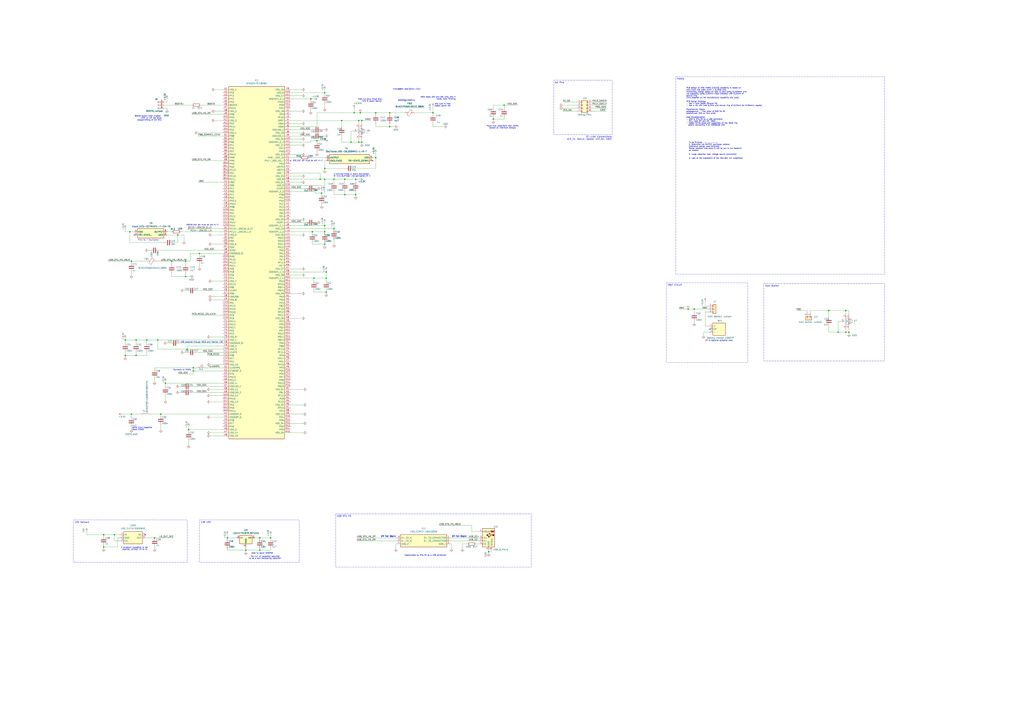
<source format=kicad_sch>
(kicad_sch (version 20231120) (generator "eeschema") (generator_version "8.0")
  (paper "A1")
  (junction (at 262.89 147.32))
  (junction (at -176.53 208.28))
  (junction (at 283.21 160.02))
  (junction (at -441.96 373.38))
  (junction (at -114.3 233.68))
  (junction (at 694.69 255.27))
  (junction (at -509.27 76.2))
  (junction (at 267.97 223.52))
  (junction (at 320.04 104.14))
  (junction (at 255.27 81.28))
  (junction (at -497.84 78.74))
  (junction (at -176.53 219.71))
  (junction (at -83.82 252.73))
  (junction (at -577.85 361.95))
  (junction (at -172.72 208.28))
  (junction (at -172.72 233.68))
  (junction (at -189.23 208.28))
  (junction (at 570.23 254))
  (junction (at 201.93 452.12))
  (junction (at -226.06 361.95))
  (junction (at -152.4 243.84))
  (junction (at 107.95 214.63))
  (junction (at -445.77 90.17))
  (junction (at 154.94 353.06))
  (junction (at 297.18 116.84))
  (junction (at -457.2 78.74))
  (junction (at -509.27 78.74))
  (junction (at 294.64 116.84))
  (junction (at 120.65 279.4))
  (junction (at 297.18 99.06))
  (junction (at -393.7 116.84))
  (junction (at -234.95 361.95))
  (junction (at -234.95 372.11))
  (junction (at 135.89 314.96))
  (junction (at -396.24 134.62))
  (junction (at 93.98 439.42))
  (junction (at -510.54 53.34))
  (junction (at -427.99 121.92))
  (junction (at -452.12 124.46))
  (junction (at -297.18 358.14))
  (junction (at 680.72 255.27))
  (junction (at 290.83 92.71))
  (junction (at 688.34 273.05))
  (junction (at 260.35 115.57))
  (junction (at -416.56 107.95))
  (junction (at 111.76 279.4))
  (junction (at 163.83 208.28))
  (junction (at 694.69 273.05))
  (junction (at -436.88 347.98))
  (junction (at 152.4 214.63))
  (junction (at -474.98 78.74))
  (junction (at 308.61 129.54))
  (junction (at -427.99 95.25))
  (junction (at 153.67 287.02))
  (junction (at -477.52 190.5))
  (junction (at -469.9 78.74))
  (junction (at 111.76 292.1))
  (junction (at -242.57 361.95))
  (junction (at 102.87 292.1))
  (junction (at -401.32 203.2))
  (junction (at -469.9 102.87))
  (junction (at -441.96 350.52))
  (junction (at -403.86 107.95))
  (junction (at 264.16 158.75))
  (junction (at 257.81 228.6))
  (junction (at -339.09 349.25))
  (junction (at 414.02 86.36))
  (junction (at 280.67 99.06))
  (junction (at 288.29 116.84))
  (junction (at -568.96 361.95))
  (junction (at -402.59 359.41))
  (junction (at 213.36 441.96))
  (junction (at 267.97 240.03))
  (junction (at 274.32 147.32))
  (junction (at -403.86 95.25))
  (junction (at 283.21 147.32))
  (junction (at 320.04 92.71))
  (junction (at 129.54 279.4))
  (junction (at 107.95 340.36))
  (junction (at 266.7 190.5))
  (junction (at 266.7 138.43))
  (junction (at -144.78 241.3))
  (junction (at 132.08 340.36))
  (junction (at 266.7 147.32))
  (junction (at 697.23 273.05))
  (junction (at 308.61 92.71))
  (junction (at 355.6 92.71))
  (junction (at -393.7 134.62))
  (junction (at -334.01 346.71))
  (junction (at -195.58 265.43))
  (junction (at 274.32 187.96))
  (junction (at 102.87 279.4))
  (junction (at 158.75 304.8))
  (junction (at -427.99 172.72))
  (junction (at 222.25 441.96))
  (junction (at 106.68 190.5))
  (junction (at 292.1 160.02))
  (junction (at -416.56 95.25))
  (junction (at -410.21 78.74))
  (junction (at 267.97 228.6))
  (junction (at 256.54 190.5))
  (junction (at 85.09 439.42))
  (junction (at 401.32 453.39))
  (junction (at -172.72 265.43))
  (junction (at -445.77 78.74))
  (junction (at 565.15 254))
  (junction (at 158.75 302.26))
  (junction (at 266.7 185.42))
  (junction (at -144.78 255.27))
  (junction (at -427.99 107.95))
  (junction (at -509.27 92.71))
  (junction (at 146.05 193.04))
  (junction (at 295.91 92.71))
  (junction (at -440.69 95.25))
  (junction (at -410.21 116.84))
  (junction (at 213.36 452.12))
  (junction (at -586.74 361.95))
  (junction (at 266.7 76.2))
  (junction (at -402.59 134.62))
  (junction (at -440.69 205.74))
  (junction (at 140.97 214.63))
  (junction (at -172.72 248.92))
  (junction (at -396.24 116.84))
  (junction (at 294.64 99.06))
  (junction (at -452.12 121.92))
  (junction (at -193.04 364.49))
  (junction (at 127 441.96))
  (junction (at -482.6 97.79))
  (junction (at 152.4 227.33))
  (junction (at -491.49 97.79))
  (junction (at 85.09 449.58))
  (junction (at 186.69 441.96))
  (junction (at 266.7 200.66))
  (junction (at -494.03 78.74))
  (junction (at 405.13 97.79))
  (junction (at -137.16 236.22))
  (junction (at 292.1 147.32))
  (junction (at -339.09 372.11))
  (no_connect (at -215.9 254))
  (no_connect (at 119.38 439.42))
  (no_connect (at -215.9 251.46))
  (no_connect (at 582.93 270.51))
  (no_connect (at -436.88 367.03))
  (no_connect (at -405.13 205.74))
  (no_connect (at 110.49 193.04))
  (no_connect (at 306.07 132.08))
  (no_connect (at -215.9 246.38))
  (no_connect (at -215.9 248.92))
  (no_connect (at -454.66 149.86))
  (no_connect (at 238.76 132.08))
  (no_connect (at -334.01 365.76))
  (no_connect (at 154.94 187.96))
  (wire (pts (xy -114.3 233.68) (xy -97.79 233.68)))
  (wire (pts (xy -445.77 90.17) (xy -441.96 90.17)))
  (wire (pts (xy 267.97 228.6) (xy 267.97 223.52)))
  (wire (pts (xy 156.21 214.63) (xy 156.21 208.28)))
  (wire (pts (xy 486.41 91.44) (xy 497.84 91.44)))
  (wire (pts (xy -487.68 279.4) (xy -506.73 279.4)))
  (wire (pts (xy 255.27 115.57) (xy 260.35 115.57)))
  (wire (pts (xy -452.12 121.92) (xy -454.66 121.92)))
  (wire (pts (xy 297.18 99.06) (xy 294.64 99.06)))
  (wire (pts (xy -425.45 78.74) (xy -410.21 78.74)))
  (wire (pts (xy 283.21 160.02) (xy 292.1 160.02)))
  (wire (pts (xy -487.68 274.32) (xy -506.73 274.32)))
  (wire (pts (xy 186.69 441.96) (xy 186.69 439.42)))
  (wire (pts (xy 102.87 289.56) (xy 102.87 292.1)))
  (wire (pts (xy -299.72 360.68) (xy -297.18 360.68)))
  (wire (pts (xy -427.99 172.72) (xy -427.99 171.45)))
  (wire (pts (xy 290.83 92.71) (xy 290.83 88.9)))
  (wire (pts (xy -347.98 355.6) (xy -347.98 346.71)))
  (wire (pts (xy -497.84 127) (xy -518.16 127)))
  (wire (pts (xy -427.99 121.92) (xy -427.99 137.16)))
  (wire (pts (xy -577.85 361.95) (xy -586.74 361.95)))
  (wire (pts (xy -144.78 255.27) (xy -144.78 257.81)))
  (wire (pts (xy 292.1 147.32) (xy 292.1 149.86)))
  (wire (pts (xy 292.1 161.29) (xy 292.1 160.02)))
  (wire (pts (xy -109.22 241.3) (xy -91.44 241.3)))
  (wire (pts (xy -137.16 233.68) (xy -114.3 233.68)))
  (wire (pts (xy -452.12 165.1) (xy -452.12 219.71)))
  (wire (pts (xy 154.94 187.96) (xy 182.88 187.96)))
  (wire (pts (xy -557.53 273.05) (xy -557.53 271.78)))
  (wire (pts (xy -431.8 121.92) (xy -427.99 121.92)))
  (wire (pts (xy 688.34 264.16) (xy 688.34 273.05)))
  (wire (pts (xy 462.28 91.44) (xy 473.71 91.44)))
  (wire (pts (xy -189.23 218.44) (xy -189.23 219.71)))
  (wire (pts (xy 297.18 114.3) (xy 297.18 116.84)))
  (wire (pts (xy 680.72 255.27) (xy 680.72 260.35)))
  (wire (pts (xy 295.91 92.71) (xy 290.83 92.71)))
  (wire (pts (xy 283.21 138.43) (xy 266.7 138.43)))
  (wire (pts (xy -410.21 90.17) (xy -410.21 87.63)))
  (wire (pts (xy -242.57 361.95) (xy -234.95 361.95)))
  (wire (pts (xy 238.76 220.98) (xy 247.65 220.98)))
  (wire (pts (xy -234.95 372.11) (xy -234.95 373.38)))
  (wire (pts (xy 260.35 115.57) (xy 260.35 116.84)))
  (wire (pts (xy 262.89 147.32) (xy 266.7 147.32)))
  (wire (pts (xy 137.16 193.04) (xy 146.05 193.04)))
  (wire (pts (xy 238.76 109.22) (xy 247.65 109.22)))
  (wire (pts (xy -431.8 166.37) (xy -436.88 166.37)))
  (wire (pts (xy 264.16 167.64) (xy 264.16 168.91)))
  (wire (pts (xy 259.08 182.88) (xy 260.35 182.88)))
  (wire (pts (xy -521.97 356.87) (xy -508 356.87)))
  (wire (pts (xy -189.23 208.28) (xy -189.23 210.82)))
  (wire (pts (xy 577.85 273.05) (xy 577.85 275.59)))
  (wire (pts (xy -195.58 208.28) (xy -189.23 208.28)))
  (wire (pts (xy -189.23 208.28) (xy -176.53 208.28)))
  (wire (pts (xy -193.04 364.49) (xy -177.8 364.49)))
  (wire (pts (xy 306.07 129.54) (xy 308.61 129.54)))
  (wire (pts (xy 295.275 147.32) (xy 292.1 147.32)))
  (wire (pts (xy 238.76 78.74) (xy 247.65 78.74)))
  (wire (pts (xy 107.95 340.36) (xy 115.57 340.36)))
  (wire (pts (xy 486.41 88.9) (xy 497.84 88.9)))
  (wire (pts (xy 186.69 443.23) (xy 186.69 441.96)))
  (wire (pts (xy -180.34 243.84) (xy -165.1 243.84)))
  (wire (pts (xy -402.59 361.95) (xy -402.59 359.41)))
  (wire (pts (xy 151.13 198.12) (xy 151.13 193.04)))
  (wire (pts (xy 579.12 251.46) (xy 579.12 247.65)))
  (wire (pts (xy 102.87 190.5) (xy 106.68 190.5)))
  (wire (pts (xy -518.16 119.38) (xy -497.84 119.38)))
  (wire (pts (xy 565.15 254) (xy 570.23 254)))
  (wire (pts (xy 403.86 453.39) (xy 401.32 453.39)))
  (wire (pts (xy -494.03 74.93) (xy -477.52 74.93)))
  (wire (pts (xy -477.52 74.93) (xy -477.52 111.76)))
  (wire (pts (xy -172.72 248.92) (xy -180.34 248.92)))
  (wire (pts (xy 293.37 441.96) (xy 326.39 441.96)))
  (wire (pts (xy 680.72 267.97) (xy 680.72 273.05)))
  (wire (pts (xy 308.61 129.54) (xy 308.61 125.73)))
  (wire (pts (xy -81.28 252.73) (xy -83.82 252.73)))
  (wire (pts (xy 238.76 261.62) (xy 247.65 261.62)))
  (wire (pts (xy -152.4 254) (xy -152.4 255.27)))
  (wire (pts (xy 176.53 73.66) (xy 182.88 73.66)))
  (wire (pts (xy 154.94 350.52) (xy 154.94 353.06)))
  (wire (pts (xy -403.86 95.25) (xy -403.86 97.79)))
  (wire (pts (xy -360.68 358.14) (xy -345.44 358.14)))
  (wire (pts (xy 157.48 322.58) (xy 182.88 322.58)))
  (wire (pts (xy 262.89 142.24) (xy 262.89 147.32)))
  (wire (pts (xy 147.32 281.94) (xy 182.88 281.94)))
  (wire (pts (xy -383.54 190.5) (xy -427.99 190.5)))
  (wire (pts (xy -448.31 359.41) (xy -448.31 350.52)))
  (wire (pts (xy -347.98 346.71) (xy -334.01 346.71)))
  (wire (pts (xy -431.8 203.2) (xy -435.61 203.2)))
  (wire (pts (xy -339.09 365.76) (xy -339.09 372.11)))
  (wire (pts (xy 149.86 317.5) (xy 147.32 317.5)))
  (wire (pts (xy 182.88 132.08) (xy 157.48 132.08)))
  (wire (pts (xy 163.83 217.17) (xy 163.83 219.71)))
  (wire (pts (xy 102.87 293.37) (xy 102.87 292.1)))
  (wire (pts (xy 106.68 199.39) (xy 134.62 199.39)))
  (wire (pts (xy -233.68 241.3) (xy -215.9 241.3)))
  (wire (pts (xy -294.64 220.98) (xy -283.21 220.98)))
  (wire (pts (xy -491.49 107.95) (xy -491.49 110.49)))
  (wire (pts (xy 151.13 238.76) (xy 153.67 238.76)))
  (wire (pts (xy -422.91 172.72) (xy -427.99 172.72)))
  (wire (pts (xy -436.88 158.75) (xy -444.5 158.75)))
  (wire (pts (xy 694.69 270.51) (xy 694.69 273.05)))
  (wire (pts (xy 290.83 138.43) (xy 308.61 138.43)))
  (wire (pts (xy -581.66 304.8) (xy -558.8 304.8)))
  (wire (pts (xy 369.57 444.5) (xy 393.7 444.5)))
  (wire (pts (xy 148.59 190.5) (xy 182.88 190.5)))
  (wire (pts (xy 320.04 104.14) (xy 308.61 104.14)))
  (wire (pts (xy -474.98 281.94) (xy -480.06 281.94)))
  (wire (pts (xy 127 449.58) (xy 127 450.85)))
  (wire (pts (xy -577.85 360.68) (xy -577.85 361.95)))
  (wire (pts (xy 294.64 99.06) (xy 280.67 99.06)))
  (wire (pts (xy -449.58 162.56) (xy -454.66 162.56)))
  (wire (pts (xy 264.16 156.21) (xy 264.16 158.75)))
  (wire (pts (xy 222.25 441.96) (xy 213.36 441.96)))
  (wire (pts (xy 297.18 99.06) (xy 297.18 101.6)))
  (wire (pts (xy -450.85 356.87) (xy -450.85 347.98)))
  (wire (pts (xy 665.48 255.27) (xy 665.48 256.54)))
  (wire (pts (xy -495.3 299.72) (xy -514.35 299.72)))
  (wire (pts (xy 238.76 223.52) (xy 267.97 223.52)))
  (wire (pts (xy -339.09 372.11) (xy -327.66 372.11)))
  (wire (pts (xy 401.32 452.12) (xy 401.32 453.39)))
  (wire (pts (xy 297.18 118.11) (xy 297.18 116.84)))
  (wire (pts (xy -327.66 360.68) (xy -312.42 360.68)))
  (wire (pts (xy -452.12 165.1) (xy -454.66 165.1)))
  (wire (pts (xy -497.84 162.56) (xy -518.16 162.56)))
  (wire (pts (xy 238.76 76.2) (xy 266.7 76.2)))
  (wire (pts (xy 172.72 330.2) (xy 182.88 330.2)))
  (wire (pts (xy 340.36 92.71) (xy 355.6 92.71)))
  (wire (pts (xy -477.52 187.96) (xy -477.52 190.5)))
  (wire (pts (xy 173.99 193.04) (xy 182.88 193.04)))
  (wire (pts (xy -461.01 40.64) (xy -461.01 38.1)))
  (wire (pts (xy 85.09 448.31) (xy 85.09 449.58)))
  (wire (pts (xy 111.76 279.4) (xy 111.76 281.94)))
  (wire (pts (xy -518.16 144.78) (xy -497.84 144.78)))
  (wire (pts (xy 665.48 255.27) (xy 680.72 255.27)))
  (wire (pts (xy 320.04 93.98) (xy 320.04 92.71)))
  (wire (pts (xy 140.97 227.33) (xy 140.97 224.79)))
  (wire (pts (xy -441.96 373.38) (xy -430.53 373.38)))
  (wire (pts (xy 222.25 441.96) (xy 222.25 443.23)))
  (wire (pts (xy 414.02 86.36) (xy 414.02 88.9)))
  (wire (pts (xy -339.09 349.25) (xy -339.09 350.52)))
  (wire (pts (xy -180.34 233.68) (xy -172.72 233.68)))
  (wire (pts (xy -334.01 346.71) (xy -325.12 346.71)))
  (wire (pts (xy -403.86 110.49) (xy -403.86 107.95)))
  (wire (pts (xy -297.18 355.6) (xy -297.18 358.14)))
  (wire (pts (xy 137.16 88.9) (xy 137.16 90.17)))
  (wire (pts (xy 140.97 214.63) (xy 140.97 217.17)))
  (wire (pts (xy -441.96 350.52) (xy -430.53 350.52)))
  (wire (pts (xy 369.57 441.96) (xy 393.7 441.96)))
  (wire (pts (xy -106.68 243.84) (xy -91.44 243.84)))
  (wire (pts (xy -445.77 78.74) (xy -433.07 78.74)))
  (wire (pts (xy 256.54 190.5) (xy 266.7 190.5)))
  (wire (pts (xy 151.13 193.04) (xy 146.05 193.04)))
  (wire (pts (xy 486.41 83.82) (xy 497.84 83.82)))
  (wire (pts (xy 266.7 132.08) (xy 267.97 132.08)))
  (wire (pts (xy -469.9 95.25) (xy -440.69 95.25)))
  (wire (pts (xy -195.58 261.62) (xy -195.58 265.43)))
  (wire (pts (xy -233.68 233.68) (xy -215.9 233.68)))
  (wire (pts (xy 238.76 182.88) (xy 251.46 182.88)))
  (wire (pts (xy -294.64 223.52) (xy -283.21 223.52)))
  (wire (pts (xy 162.56 111.76) (xy 182.88 111.76)))
  (wire (pts (xy 308.61 92.71) (xy 308.61 93.98)))
  (wire (pts (xy 173.99 243.84) (xy 182.88 243.84)))
  (wire (pts (xy -494.03 78.74) (xy -480.06 78.74)))
  (wire (pts (xy -447.04 154.94) (xy -454.66 154.94)))
  (wire (pts (xy -474.98 78.74) (xy -474.98 111.76)))
  (wire (pts (xy 694.69 273.05) (xy 697.23 273.05)))
  (wire (pts (xy -427.99 160.02) (xy -422.91 160.02)))
  (wire (pts (xy 308.61 138.43) (xy 308.61 129.54)))
  (wire (pts (xy 132.08 349.25) (xy 132.08 353.06)))
  (wire (pts (xy -448.31 350.52) (xy -441.96 350.52)))
  (wire (pts (xy 102.87 279.4) (xy 102.87 281.94)))
  (wire (pts (xy -491.49 100.33) (xy -491.49 97.79)))
  (wire (pts (xy 364.49 104.14) (xy 355.6 104.14)))
  (wire (pts (xy 267.97 223.52) (xy 267.97 222.25)))
  (wire (pts (xy 355.6 104.14) (xy 355.6 101.6)))
  (wire (pts (xy -497.84 81.28) (xy -497.84 78.74)))
  (wire (pts (xy -172.72 208.28) (xy -176.53 208.28)))
  (wire (pts (xy 266.7 152.4) (xy 266.7 147.32)))
  (wire (pts (xy 697.23 255.27) (xy 697.23 257.81)))
  (wire (pts (xy 146.05 199.39) (xy 142.24 199.39)))
  (wire (pts (xy -401.32 212.09) (xy -429.26 212.09)))
  (wire (pts (xy 414.02 86.36) (xy 425.45 86.36)))
  (wire (pts (xy -360.68 360.68) (xy -345.44 360.68)))
  (wire (pts (xy -454.66 147.32) (xy -448.31 147.32)))
  (wire (pts (xy 257.81 228.6) (xy 257.81 231.14)))
  (wire (pts (xy 326.39 447.04) (xy 325.12 447.04)))
  (wire (pts (xy 557.53 254) (xy 565.15 254)))
  (wire (pts (xy -452.12 219.71) (xy -411.48 219.71)))
  (wire (pts (xy -497.84 92.71) (xy -497.84 88.9)))
  (wire (pts (xy 255.27 90.17) (xy 255.27 91.44)))
  (wire (pts (xy -510.54 39.37) (xy -510.54 43.18)))
  (wire (pts (xy 213.36 452.12) (xy 213.36 450.85)))
  (wire (pts (xy 238.76 193.04) (xy 247.65 193.04)))
  (wire (pts (xy 238.76 185.42) (xy 266.7 185.42)))
  (wire (pts (xy 379.73 447.04) (xy 379.73 450.85)))
  (wire (pts (xy -518.16 149.86) (xy -497.84 149.86)))
  (wire (pts (xy 238.76 111.76) (xy 256.54 111.76)))
  (wire (pts (xy -521.97 359.41) (xy -508 359.41)))
  (wire (pts (xy 238.76 190.5) (xy 256.54 190.5)))
  (wire (pts (xy 267.97 240.03) (xy 267.97 241.3)))
  (wire (pts (xy -474.98 187.96) (xy -474.98 190.5)))
  (wire (pts (xy 320.04 101.6) (xy 320.04 104.14)))
  (wire (pts (xy 325.12 447.04) (xy 325.12 450.85)))
  (wire (pts (xy -552.45 278.13) (xy -543.56 278.13)))
  (wire (pts (xy 405.13 97.79) (xy 405.13 99.06)))
  (wire (pts (xy -410.21 116.84) (xy -410.21 121.92)))
  (wire (pts (xy 151.13 289.56) (xy 153.67 289.56)))
  (wire (pts (xy -383.54 187.96) (xy -386.08 187.96)))
  (wire (pts (xy 360.68 431.8) (xy 387.35 431.8)))
  (wire (pts (xy -419.1 156.21) (xy -419.1 166.37)))
  (wire (pts (xy -509.27 269.24) (xy -474.98 269.24)))
  (wire (pts (xy 111.76 292.1) (xy 102.87 292.1)))
  (wire (pts (xy -336.55 365.76) (xy -336.55 368.3)))
  (wire (pts (xy -439.42 367.03) (xy -439.42 369.57)))
  (wire (pts (xy -168.91 208.28) (xy -172.72 208.28)))
  (wire (pts (xy 120.65 279.4) (xy 129.54 279.4)))
  (wire (pts (xy -193.04 372.11) (xy -193.04 373.38)))
  (wire (pts (xy 71.12 436.88) (xy 71.12 439.42)))
  (wire (pts (xy -445.77 80.01) (xy -445.77 78.74)))
  (wire (pts (xy -518.16 152.4) (xy -497.84 152.4)))
  (wire (pts (xy -144.78 241.3) (xy -144.78 246.38)))
  (wire (pts (xy 161.29 289.56) (xy 182.88 289.56)))
  (wire (pts (xy -427.99 95.25) (xy -427.99 97.79)))
  (wire (pts (xy -327.66 372.11) (xy -327.66 360.68)))
  (wire (pts (xy -561.34 302.26) (xy -542.29 302.26)))
  (wire (pts (xy -396.24 134.62) (xy -393.7 134.62)))
  (wire (pts (xy 295.91 92.71) (xy 308.61 92.71)))
  (wire (pts (xy -556.26 299.72) (xy -542.29 299.72)))
  (wire (pts (xy 414.02 97.79) (xy 405.13 97.79)))
  (wire (pts (xy 132.08 340.36) (xy 132.08 341.63)))
  (wire (pts (xy -137.16 236.22) (xy -144.78 236.22)))
  (wire (pts (xy -402.59 134.62) (xy -396.24 134.62)))
  (wire (pts (xy -172.72 248.92) (xy -172.72 255.27)))
  (wire (pts (xy -427.99 121.92) (xy -419.1 121.92)))
  (wire (pts (xy 134.62 83.82) (xy 137.16 83.82)))
  (wire (pts (xy -436.88 347.98) (xy -427.99 347.98)))
  (wire (pts (xy -109.22 238.76) (xy -106.68 238.76)))
  (wire (pts (xy -445.77 87.63) (xy -445.77 90.17)))
  (wire (pts (xy -403.86 95.25) (xy -397.51 95.25)))
  (wire (pts (xy 238.76 241.3) (xy 247.65 241.3)))
  (wire (pts (xy -490.22 39.37) (xy -490.22 43.18)))
  (wire (pts (xy -106.68 238.76) (xy -106.68 243.84)))
  (wire (pts (xy -469.9 78.74) (xy -457.2 78.74)))
  (wire (pts (xy -176.53 218.44) (xy -176.53 219.71)))
  (wire (pts (xy 194.31 441.96) (xy 186.69 441.96)))
  (wire (pts (xy -441.96 367.03) (xy -441.96 373.38)))
  (wire (pts (xy -474.98 276.86) (xy -480.06 276.86)))
  (wire (pts (xy 238.76 157.48) (xy 259.08 157.48)))
  (wire (pts (xy 127 302.26) (xy 127 303.53)))
  (wire (pts (xy 154.94 361.95) (xy 154.94 365.76)))
  (wire (pts (xy -200.66 364.49) (xy -193.04 364.49)))
  (wire (pts (xy 96.52 441.96) (xy 96.52 449.58)))
  (wire (pts (xy 102.87 279.4) (xy 111.76 279.4)))
  (wire (pts (xy 238.76 73.66) (xy 247.65 73.66)))
  (wire (pts (xy 264.16 111.76) (xy 266.7 111.76)))
  (wire (pts (xy -402.59 125.73) (xy -402.59 134.62)))
  (wire (pts (xy -401.32 90.17) (xy -410.21 90.17)))
  (wire (pts (xy -270.51 220.98) (xy -259.08 220.98)))
  (wire (pts (xy -223.52 364.49) (xy -223.52 372.11)))
  (wire (pts (xy 238.76 347.98) (xy 248.92 347.98)))
  (wire (pts (xy 280.67 116.84) (xy 288.29 116.84)))
  (wire (pts (xy 222.25 450.85) (xy 222.25 452.12)))
  (wire (pts (xy -430.53 350.52) (xy -430.53 359.41)))
  (wire (pts (xy -480.06 78.74) (xy -480.06 111.76)))
  (wire (pts (xy 93.98 444.5) (xy 93.98 439.42)))
  (wire (pts (xy -405.13 356.87) (xy -402.59 356.87)))
  (wire (pts (xy 266.7 115.57) (xy 260.35 115.57)))
  (wire (pts (xy 154.94 353.06) (xy 154.94 354.33)))
  (wire (pts (xy -427.99 161.29) (xy -427.99 160.02)))
  (wire (pts (xy -477.52 190.5) (xy -477.52 191.77)))
  (wire (pts (xy -509.27 78.74) (xy -497.84 78.74)))
  (wire (pts (xy -506.73 271.78) (xy -474.98 271.78)))
  (wire (pts (xy 129.54 287.02) (xy 129.54 279.4)))
  (wire (pts (xy 662.94 256.54) (xy 662.94 255.27)))
  (wire (pts (xy 163.83 208.28) (xy 163.83 209.55)))
  (wire (pts (xy -518.16 165.1) (xy -497.84 165.1)))
  (wire (pts (xy 288.29 107.95) (xy 288.29 116.84)))
  (wire (pts (xy 294.64 99.06) (xy 294.64 101.6)))
  (wire (pts (xy -466.09 359.41) (xy -448.31 359.41)))
  (wire (pts (xy 267.97 228.6) (xy 267.97 231.14)))
  (wire (pts (xy -514.35 312.42) (xy -495.3 312.42)))
  (wire (pts (xy -172.72 233.68) (xy -172.72 248.92)))
  (wire (pts (xy 170.18 292.1) (xy 182.88 292.1)))
  (wire (pts (xy 172.72 358.14) (xy 182.88 358.14)))
  (wire (pts (xy 163.83 208.28) (xy 182.88 208.28)))
  (wire (pts (xy 238.76 152.4) (xy 266.7 152.4)))
  (wire (pts (xy -469.9 102.87) (xy -469.9 111.76)))
  (wire (pts (xy 414.02 96.52) (xy 414.02 97.79)))
  (wire (pts (xy 570.23 254) (xy 570.23 256.54)))
  (wire (pts (xy 161.29 302.26) (xy 158.75 302.26)))
  (wire (pts (xy -152.4 243.84) (xy -152.4 246.38)))
  (wire (pts (xy 162.56 109.22) (xy 182.88 109.22)))
  (wire (pts (xy 238.76 144.78) (xy 247.65 144.78)))
  (wire (pts (xy -482.6 304.8) (xy -461.01 304.8)))
  (wire (pts (xy 106.68 190.5) (xy 106.68 199.39)))
  (wire (pts (xy -124.46 238.76) (xy -124.46 243.84)))
  (wire (pts (xy 172.72 299.72) (xy 182.88 299.72)))
  (wire (pts (xy -427.99 107.95) (xy -440.69 107.95)))
  (wire (pts (xy -393.7 116.84) (xy -393.7 119.38)))
  (wire (pts (xy 680.72 273.05) (xy 688.34 273.05)))
  (wire (pts (xy -220.98 367.03) (xy -226.06 367.03)))
  (wire (pts (xy 107.95 350.52) (xy 107.95 353.06)))
  (wire (pts (xy -248.92 359.41) (xy -248.92 361.95)))
  (wire (pts (xy -416.56 105.41) (xy -416.56 107.95)))
  (wire (pts (xy -518.16 121.92) (xy -497.84 121.92)))
  (wire (pts (xy 99.06 444.5) (xy 93.98 444.5)))
  (wire (pts (xy 152.4 227.33) (xy 140.97 227.33)))
  (wire (pts (xy -200.66 224.79) (xy -172.72 224.79)))
  (wire (pts (xy 156.21 208.28) (xy 163.83 208.28)))
  (wire (pts (xy 182.88 284.48) (xy 153.67 284.48)))
  (wire (pts (xy 570.23 264.16) (xy 570.23 265.43)))
  (wire (pts (xy 238.76 99.06) (xy 280.67 99.06)))
  (wire (pts (xy -345.44 358.14) (xy -345.44 349.25)))
  (wire (pts (xy 257.81 228.6) (xy 267.97 228.6)))
  (wire (pts (xy 355.6 92.71) (xy 355.6 93.98)))
  (wire (pts (xy 266.7 76.2) (xy 266.7 77.47)))
  (wire (pts (xy -393.7 132.08) (xy -393.7 134.62)))
  (wire (pts (xy 238.76 355.6) (xy 248.92 355.6)))
  (wire (pts (xy -518.16 172.72) (xy -497.84 172.72)))
  (wire (pts (xy 462.28 86.36) (xy 473.71 86.36)))
  (wire (pts (xy 182.88 93.98) (xy 157.48 93.98)))
  (wire (pts (xy -562.61 275.59) (xy -543.56 275.59)))
  (wire (pts (xy -430.53 359.41) (xy -417.83 359.41)))
  (wire (pts (xy 123.19 340.36) (xy 132.08 340.36)))
  (wire (pts (xy 107.95 214.63) (xy 120.65 214.63)))
  (wire (pts (xy 264.16 158.75) (xy 264.16 160.02)))
  (wire (pts (xy 401.32 453.39) (xy 401.32 454.66)))
  (wire (pts (xy -454.66 116.84) (xy -410.21 116.84)))
  (wire (pts (xy -518.16 142.24) (xy -497.84 142.24)))
  (wire (pts (xy -220.98 364.49) (xy -223.52 364.49)))
  (wire (pts (xy -386.08 193.04) (xy -386.08 194.31)))
  (wire (pts (xy 137.16 190.5) (xy 140.97 190.5)))
  (wire (pts (xy -454.66 142.24) (xy -448.31 142.24)))
  (wire (pts (xy 697.23 274.32) (xy 697.23 273.05)))
  (wire (pts (xy 266.7 190.5) (xy 266.7 185.42)))
  (wire (pts (xy -509.27 81.28) (xy -509.27 78.74)))
  (wire (pts (xy -410.21 73.66) (xy -410.21 78.74)))
  (wire (pts (xy 120.65 289.56) (xy 120.65 292.1)))
  (wire (pts (xy -447.04 190.5) (xy -435.61 190.5)))
  (wire (pts (xy 383.54 447.04) (xy 379.73 447.04)))
  (wire (pts (xy 146.05 307.34) (xy 158.75 307.34)))
  (wire (pts (xy -427.99 356.87) (xy -417.83 356.87)))
  (wire (pts (xy -482.6 97.79) (xy -482.6 111.76)))
  (wire (pts (xy -144.78 241.3) (xy -119.38 241.3)))
  (wire (pts (xy 123.19 205.74) (xy 121.92 205.74)))
  (wire (pts (xy 694.69 255.27) (xy 694.69 257.81)))
  (wire (pts (xy -472.44 102.87) (xy -472.44 111.76)))
  (wire (pts (xy 152.4 227.33) (xy 156.21 227.33)))
  (wire (pts (xy 280.67 99.06) (xy 280.67 104.14)))
  (wire (pts (xy 266.7 199.39) (xy 266.7 200.66)))
  (wire (pts (xy 238.76 149.86) (xy 247.65 149.86)))
  (wire (pts (xy -452.12 124.46) (xy -441.96 124.46)))
  (wire (pts (xy 186.69 452.12) (xy 201.93 452.12)))
  (wire (pts (xy -386.08 185.42) (xy -386.08 187.96)))
  (wire (pts (xy -152.4 236.22) (xy -168.91 236.22)))
  (wire (pts (xy 288.29 116.84) (xy 294.64 116.84)))
  (wire (pts (xy 283.21 147.32) (xy 274.32 147.32)))
  (wire (pts (xy 137.16 81.28) (xy 137.16 83.82)))
  (wire (pts (xy 153.67 287.02) (xy 129.54 287.02)))
  (wire (pts (xy -114.3 246.38) (xy -114.3 252.73)))
  (wire (pts (xy -568.96 360.68) (xy -568.96 361.95)))
  (wire (pts (xy 238.76 226.06) (xy 247.65 226.06)))
  (wire (pts (xy -495.3 304.8) (xy -514.35 304.8)))
  (wire (pts (xy -521.97 364.49) (xy -508 364.49)))
  (wire (pts (xy -485.14 111.76) (xy -485.14 95.25)))
  (wire (pts (xy 462.28 88.9) (xy 473.71 88.9)))
  (wire (pts (xy 157.48 259.08) (xy 182.88 259.08)))
  (wire (pts (xy -509.27 74.93) (xy -509.27 76.2)))
  (wire (pts (xy -521.97 361.95) (xy -508 361.95)))
  (wire (pts (xy -551.18 304.8) (xy -542.29 304.8)))
  (wire (pts (xy 152.4 224.79) (xy 152.4 227.33)))
  (wire (pts (xy 255.27 81.28) (xy 255.27 82.55)))
  (wire (pts (xy -495.3 302.26) (xy -514.35 302.26)))
  (wire (pts (xy -461.01 52.07) (xy -467.36 52.07)))
  (wire (pts (xy 238.76 116.84) (xy 255.27 116.84)))
  (wire (pts (xy -454.66 144.78) (xy -448.31 144.78)))
  (wire (pts (xy 213.36 441.96) (xy 213.36 443.23)))
  (wire (pts (xy -248.92 361.95) (xy -242.57 361.95)))
  (wire (pts (xy -397.51 200.66) (xy -397.51 203.2)))
  (wire (pts (xy 579.12 251.46) (xy 581.66 251.46)))
  (wire (pts (xy 690.88 264.16) (xy 688.34 264.16)))
  (wire (pts (xy 688.34 273.05) (xy 694.69 273.05)))
  (wire (pts (xy 355.6 87.63) (xy 355.6 92.71)))
  (wire (pts (xy 259.08 154.94) (xy 260.35 154.94)))
  (wire (pts (xy 266.7 85.09) (xy 266.7 88.9)))
  (wire (pts (xy -396.24 132.08) (xy -396.24 134.62)))
  (wire (pts (xy -450.85 347.98) (xy -436.88 347.98)))
  (wire (pts (xy 266.7 190.5) (xy 266.7 191.77)))
  (wire (pts (xy -93.98 246.38) (xy -91.44 246.38)))
  (wire (pts (xy 154.94 353.06) (xy 182.88 353.06)))
  (wire (pts (xy 387.35 436.88) (xy 393.7 436.88)))
  (wire (pts (xy -234.95 361.95) (xy -226.06 361.95)))
  (wire (pts (xy 308.61 104.14) (xy 308.61 101.6)))
  (wire (pts (xy -297.18 358.14) (xy -294.64 358.14)))
  (wire (pts (xy 161.29 238.76) (xy 182.88 238.76)))
  (wire (pts (xy 222.25 439.42) (xy 222.25 441.96)))
  (wire (pts (xy 304.8 99.06) (xy 297.18 99.06)))
  (wire (pts (xy 209.55 441.96) (xy 213.36 441.96)))
  (wire (pts (xy -427.99 107.95) (xy -416.56 107.95)))
  (wire (pts (xy -497.84 170.18) (xy -518.16 170.18)))
  (wire (pts (xy -551.18 307.34) (xy -542.29 307.34)))
  (wire (pts (xy 165.1 86.36) (xy 182.88 86.36)))
  (wire (pts (xy 140.97 214.63) (xy 152.4 214.63)))
  (wire (pts (xy -568.96 361.95) (xy -577.85 361.95)))
  (wire (pts (xy -461.01 38.1) (xy -449.58 38.1)))
  (wire (pts (xy -454.66 132.08) (xy -444.5 132.08)))
  (wire (pts (xy -427.99 347.98) (xy -427.99 356.87)))
  (wire (pts (xy 280.67 111.76) (xy 280.67 116.84)))
  (wire (pts (xy -495.3 309.88) (xy -514.35 309.88)))
  (wire (pts (xy 238.76 106.68) (xy 256.54 106.68)))
  (wire (pts (xy -325.12 355.6) (xy -312.42 355.6)))
  (wire (pts (xy -401.32 203.2) (xy -405.13 203.2)))
  (wire (pts (xy -482.6 309.88) (xy -461.01 309.88)))
  (wire (pts (xy -234.95 361.95) (xy -234.95 363.22)))
  (wire (pts (xy -454.66 137.16) (xy -427.99 137.16)))
  (wire (pts (xy -137.16 254) (xy -137.16 255.27)))
  (wire (pts (xy -518.16 180.34) (xy -497.84 180.34)))
  (wire (pts (xy 266.7 200.66) (xy 266.7 201.93)))
  (wire (pts (xy 266.7 147.32) (xy 274.32 147.32)))
  (wire (pts (xy -137.16 236.22) (xy -137.16 233.68)))
  (wire (pts (xy -81.28 251.46) (xy -81.28 252.73)))
  (wire (pts (xy -474.98 190.5) (xy -477.52 190.5)))
  (wire (pts (xy -440.69 212.09) (xy -436.88 212.09)))
  (wire (pts (xy -144.78 254) (xy -144.78 255.27)))
  (wire (pts (xy -200.66 265.43) (xy -195.58 265.43)))
  (wire (pts (xy -325.12 346.71) (xy -325.12 355.6)))
  (wire (pts (xy -491.49 97.79) (xy -482.6 97.79)))
  (wire (pts (xy 102.87 278.13) (xy 102.87 279.4)))
  (wire (pts (xy 238.76 147.32) (xy 262.89 147.32)))
  (wire (pts (xy -299.72 358.14) (xy -297.18 358.14)))
  (wire (pts (xy 486.41 86.36) (xy 497.84 86.36)))
  (wire (pts (xy -270.51 226.06) (xy -259.08 226.06)))
  (wire (pts (xy -152.4 243.84) (xy -157.48 243.84)))
  (wire (pts (xy -482.6 312.42) (xy -461.01 312.42)))
  (wire (pts (xy -501.65 97.79) (xy -491.49 97.79)))
  (wire (pts (xy 238.76 142.24) (xy 262.89 142.24)))
  (wire (pts (xy 238.76 114.3) (xy 247.65 114.3)))
  (wire (pts (xy 238.76 81.28) (xy 255.27 81.28)))
  (wire (pts (xy 292.1 157.48) (xy 292.1 160.02)))
  (wire (pts (xy -345.44 349.25) (xy -339.09 349.25)))
  (wire (pts (xy -454.66 160.02) (xy -449.58 160.02)))
  (wire (pts (xy -586.74 361.95) (xy -586.74 363.22)))
  (wire (pts (xy 254 129.54) (xy 267.97 129.54)))
  (wire (pts (xy 370.84 447.04) (xy 370.84 450.85)))
  (wire (pts (xy 266.7 73.66) (xy 266.7 76.2)))
  (wire (pts (xy 238.76 127) (xy 247.65 127)))
  (wire (pts (xy 320.04 92.71) (xy 332.74 92.71)))
  (wire (pts (xy 680.72 255.27) (xy 694.69 255.27)))
  (wire (pts (xy -454.66 124.46) (xy -452.12 124.46)))
  (wire (pts (xy -441.96 350.52) (xy -441.96 351.79)))
  (wire (pts (xy -327.66 349.25) (xy -327.66 358.14)))
  (wire (pts (xy -439.42 121.92) (xy -452.12 121.92)))
  (wire (pts (xy -582.93 280.67) (xy -560.07 280.67)))
  (wire (pts (xy 256.54 199.39) (xy 256.54 200.66)))
  (wire (pts (xy 146.05 193.04) (xy 146.05 199.39)))
  (wire (pts (xy 99.06 441.96) (xy 96.52 441.96)))
  (wire (pts (xy -491.49 110.49) (xy -494.03 110.49)))
  (wire (pts (xy 152.4 214.63) (xy 152.4 217.17)))
  (wire (pts (xy -410.21 134.62) (xy -402.59 134.62)))
  (wire (pts (xy 260.35 104.14) (xy 238.76 104.14)))
  (wire (pts (xy -448.31 361.95) (xy -448.31 373.38)))
  (wire (pts (xy 93.98 439.42) (xy 99.06 439.42)))
  (wire (pts (xy 96.52 449.58) (xy 85.09 449.58)))
  (wire (pts (xy 135.89 325.12) (xy 135.89 328.93)))
  (wire (pts (xy -509.27 88.9) (xy -509.27 92.71)))
  (wire (pts (xy -233.68 236.22) (xy -215.9 236.22)))
  (wire (pts (xy -469.9 78.74) (xy -474.98 78.74)))
  (wire (pts (xy -97.79 233.68) (xy -97.79 236.22)))
  (wire (pts (xy -144.78 241.3) (xy -157.48 241.3)))
  (wire (pts (xy -223.52 372.11) (xy -234.95 372.11)))
  (wire (pts (xy 106.68 190.5) (xy 110.49 190.5)))
  (wire (pts (xy 266.7 185.42) (xy 266.7 182.88)))
  (wire (pts (xy -401.32 203.2) (xy -401.32 212.09)))
  (wire (pts (xy 238.76 180.34) (xy 247.65 180.34)))
  (wire (pts (xy -440.69 205.74) (xy -440.69 212.09)))
  (wire (pts (xy -297.18 360.68) (xy -297.18 358.14)))
  (wire (pts (xy -360.68 355.6) (xy -347.98 355.6)))
  (wire (pts (xy -180.34 241.3) (xy -165.1 241.3)))
  (wire (pts (xy 462.28 83.82) (xy 473.71 83.82)))
  (wire (pts (xy 120.65 279.4) (xy 120.65 281.94)))
  (wire (pts (xy -457.2 90.17) (xy -457.2 87.63)))
  (wire (pts (xy -427.99 105.41) (xy -427.99 107.95)))
  (wire (pts (xy -582.93 278.13) (xy -560.07 278.13)))
  (wire (pts (xy 137.16 281.94) (xy 139.7 281.94)))
  (wire (pts (xy -427.99 95.25) (xy -416.56 95.25)))
  (wire (pts (xy 264.16 106.68) (xy 266.7 106.68)))
  (wire (pts (xy -270.51 218.44) (xy -259.08 218.44)))
  (wire (pts (xy 201.93 452.12) (xy 213.36 452.12)))
  (wire (pts (xy 128.27 214.63) (xy 140.97 214.63)))
  (wire (pts (xy 255.27 116.84) (xy 255.27 115.57)))
  (wire (pts (xy -518.16 132.08) (xy -497.84 132.08)))
  (wire (pts (xy 107.95 214.63) (xy 107.95 215.9)))
  (wire (pts (xy 149.86 322.58) (xy 147.32 322.58)))
  (wire (pts (xy -172.72 265.43) (xy -172.72 266.7)))
  (wire (pts (xy 259.08 158.75) (xy 264.16 158.75)))
  (wire (pts (xy -396.24 116.84) (xy -396.24 119.38)))
  (wire (pts (xy -474.98 78.74) (xy -474.98 74.93)))
  (wire (pts (xy -119.38 238.76) (xy -124.46 238.76)))
  (wire (pts (xy 162.56 149.86) (xy 182.88 149.86)))
  (wire (pts (xy 186.69 452.12) (xy 186.69 450.85)))
  (wire (pts (xy -172.72 224.79) (xy -172.72 233.68)))
  (wire (pts (xy 267.97 238.76) (xy 267.97 240.03)))
  (wire (pts (xy 71.12 439.42) (xy 85.09 439.42)))
  (wire (pts (xy -469.9 102.87) (xy -472.44 102.87)))
  (wire (pts (xy -497.84 160.02) (xy -518.16 160.02)))
  (wire (pts (xy -172.72 265.43) (xy -172.72 262.89)))
  (wire (pts (xy 100.33 340.36) (xy 107.95 340.36)))
  (wire (pts (xy -461.01 48.26) (xy -461.01 52.07)))
  (wire (pts (xy 403.86 452.12) (xy 403.86 453.39)))
  (wire (pts (xy 320.04 104.14) (xy 323.85 104.14)))
  (wire (pts (xy 292.1 147.32) (xy 283.21 147.32)))
  (wire (pts (xy 274.32 196.85) (xy 274.32 200.66)))
  (wire (pts (xy 172.72 320.04) (xy 182.88 320.04)))
  (wire (pts (xy 153.67 287.02) (xy 182.88 287.02)))
  (wire (pts (xy -469.9 95.25) (xy -469.9 102.87)))
  (wire (pts (xy -490.22 53.34) (xy -510.54 53.34)))
  (wire (pts (xy 257.81 238.76) (xy 257.81 240.03)))
  (wire (pts (xy -327.66 358.14) (xy -312.42 358.14)))
  (wire (pts (xy -137.16 255.27) (xy -144.78 255.27)))
  (wire (pts (xy -419.1 133.35) (xy -419.1 134.62)))
  (wire (pts (xy 157.48 317.5) (xy 182.88 317.5)))
  (wire (pts (xy -176.53 208.28) (xy -176.53 210.82)))
  (wire (pts (xy -402.59 359.41) (xy -400.05 359.41)))
  (wire (pts (xy -396.24 116.84) (xy -410.21 116.84)))
  (wire (pts (xy 256.54 190.5) (xy 256.54 191.77)))
  (wire (pts (xy -334.01 346.71) (xy -334.01 350.52)))
  (wire (pts (xy 260.35 92.71) (xy 260.35 104.14)))
  (wire (pts (xy -495.3 307.34) (xy -514.35 307.34)))
  (wire (pts (xy -487.68 276.86) (xy -506.73 276.86)))
  (wire (pts (xy 135.89 313.69) (xy 135.89 314.96)))
  (wire (pts (xy -474.98 274.32) (xy -480.06 274.32)))
  (wire (pts (xy -419.1 121.92) (xy -419.1 125.73)))
  (wire (pts (xy 581.66 256.54) (xy 579.12 256.54)))
  (wire (pts (xy -270.51 223.52) (xy -259.08 223.52)))
  (wire (pts (xy 654.05 255.27) (xy 662.94 255.27)))
  (wire (pts (xy -152.4 255.27) (xy -144.78 255.27)))
  (wire (pts (xy -445.77 78.74) (xy -457.2 78.74)))
  (wire (pts (xy 238.76 154.94) (xy 251.46 154.94)))
  (wire (pts (xy -441.96 129.54) (xy -441.96 156.21)))
  (wire (pts (xy -518.16 137.16) (xy -497.84 137.16)))
  (wire (pts (xy -105.41 246.38) (xy -105.41 252.73)))
  (wire (pts (xy -419.1 166.37) (xy -424.18 166.37)))
  (wire (pts (xy -294.64 226.06) (xy -283.21 226.06)))
  (wire (pts (xy 129.54 279.4) (xy 182.88 279.4)))
  (wire (pts (xy -518.16 116.84) (xy -497.84 116.84)))
  (wire (pts (xy 387.35 431.8) (xy 387.35 436.88)))
  (wire (pts (xy 274.32 147.32) (xy 274.32 149.86)))
  (wire (pts (xy 238.76 332.74) (xy 248.92 332.74)))
  (wire (pts (xy -233.68 238.76) (xy -215.9 238.76)))
  (wire (pts (xy 172.72 355.6) (xy 182.88 355.6)))
  (wire (pts (xy 238.76 119.38) (xy 247.65 119.38)))
  (wire (pts (xy 119.38 441.96) (xy 127 441.96)))
  (wire (pts (xy 256.54 200.66) (xy 266.7 200.66)))
  (wire (pts (xy -482.6 307.34) (xy -461.01 307.34)))
  (wire (pts (xy 274.32 185.42) (xy 274.32 187.96)))
  (wire (pts (xy 158.75 304.8) (xy 158.75 307.34)))
  (wire (pts (xy 238.76 228.6) (xy 257.81 228.6)))
  (wire (pts (xy -494.03 95.25) (xy -494.03 78.74)))
  (wire (pts (xy 107.95 340.36) (xy 107.95 342.9)))
  (wire (pts (xy -510.54 39.37) (xy -490.22 39.37)))
  (wire (pts (xy 369.57 447.04) (xy 370.84 447.04)))
  (wire (pts (xy -405.13 359.41) (xy -402.59 359.41)))
  (wire (pts (xy 294.64 114.3) (xy 294.64 116.84)))
  (wire (pts (xy 320.04 92.71) (xy 308.61 92.71)))
  (wire (pts (xy -454.66 129.54) (xy -441.96 129.54)))
  (wire (pts (xy 127 311.15) (xy 127 313.69)))
  (wire (pts (xy -226.06 367.03) (xy -226.06 361.95)))
  (wire (pts (xy 130.81 205.74) (xy 182.88 205.74)))
  (wire (pts (xy 172.72 276.86) (xy 182.88 276.86)))
  (wire (pts (xy -457.2 78.74) (xy -457.2 80.01)))
  (wire (pts (xy -497.84 139.7) (xy -518.16 139.7)))
  (wire (pts (xy 88.9 214.63) (xy 107.95 214.63)))
  (wire (pts (xy -445.77 205.74) (xy -440.69 205.74)))
  (wire (pts (xy -485.14 95.25) (xy -494.03 95.25)))
  (wire (pts (xy -403.86 107.95) (xy -403.86 105.41)))
  (wire (pts (xy 173.99 200.66) (xy 182.88 200.66)))
  (wire (pts (xy -393.7 116.84) (xy -396.24 116.84)))
  (wire (pts (xy -556.26 299.72) (xy -556.26 298.45)))
  (wire (pts (xy -518.16 175.26) (xy -497.84 175.26)))
  (wire (pts (xy -410.21 129.54) (xy -410.21 134.62)))
  (wire (pts (xy -176.53 219.71) (xy -189.23 219.71)))
  (wire (pts (xy 694.69 255.27) (xy 697.23 255.27)))
  (wire (pts (xy -234.95 370.84) (xy -234.95 372.11)))
  (wire (pts (xy -509.27 76.2) (xy -509.27 78.74)))
  (wire (pts (xy 135.89 314.96) (xy 182.88 314.96)))
  (wire (pts (xy 290.83 107.95) (xy 288.29 107.95)))
  (wire (pts (xy 290.83 92.71) (xy 260.35 92.71)))
  (wire (pts (xy 111.76 289.56) (xy 111.76 292.1)))
  (wire (pts (xy 127 302.26) (xy 158.75 302.26)))
  (wire (pts (xy 579.12 256.54) (xy 579.12 267.97)))
  (wire (pts (xy -427.99 172.72) (xy -427.99 175.26)))
  (wire (pts (xy -422.91 160.02) (xy -422.91 172.72)))
  (wire (pts (xy 238.76 187.96) (xy 274.32 187.96)))
  (wire (pts (xy 222.25 452.12) (xy 213.36 452.12)))
  (wire (pts (xy -518.16 177.8) (xy -497.84 177.8)))
  (wire (pts (xy -299.72 355.6) (xy -297.18 355.6)))
  (wire (pts (xy -518.16 147.32) (xy -497.84 147.32)))
  (wire (pts (xy -513.08 92.71) (xy -509.27 92.71)))
  (wire (pts (xy -581.66 307.34) (xy -558.8 307.34)))
  (wire (pts (xy -226.06 361.95) (xy -220.98 361.95)))
  (wire (pts (xy -345.44 372.11) (xy -339.09 372.11)))
  (wire (pts (xy -560.07 361.95) (xy -568.96 361.95)))
  (wire (pts (xy -509.27 269.24) (xy -509.27 266.7)))
  (wire (pts (xy -339.09 349.25) (xy -327.66 349.25)))
  (wire (pts (xy 238.76 129.54) (xy 246.38 129.54)))
  (wire (pts (xy 238.76 91.44) (xy 247.65 91.44)))
  (wire (pts (xy -586.74 360.68) (xy -586.74 361.95)))
  (wire (pts (xy -441.96 156.21) (xy -419.1 156.21)))
  (wire (pts (xy -436.88 347.98) (xy -436.88 351.79)))
  (wire (pts (xy 201.93 452.12) (xy 201.93 449.58)))
  (wire (pts (xy 176.53 99.06) (xy 182.88 99.06)))
  (wire (pts (xy 153.67 284.48) (xy 153.67 287.02)))
  (wire (pts (xy 582.93 273.05) (xy 577.85 273.05)))
  (wire (pts (xy 120.65 292.1) (xy 111.76 292.1)))
  (wire (pts (xy -518.16 154.94) (xy -497.84 154.94)))
  (wire (pts (xy -510.54 50.8) (xy -510.54 53.34)))
  (wire (pts (xy -467.36 111.76) (xy -467.36 97.79)))
  (wire (pts (xy -345.44 360.68) (xy -345.44 372.11)))
  (wire (pts (xy -83.82 252.73) (xy -83.82 254)))
  (wire (pts (xy -386.08 116.84) (xy -393.7 116.84)))
  (wire (pts (xy 274.32 160.02) (xy 283.21 160.02)))
  (wire (pts (xy -497.84 167.64) (xy -518.16 167.64)))
  (wire (pts (xy 294.64 116.84) (xy 297.18 116.84)))
  (wire (pts (xy 274.32 187.96) (xy 274.32 189.23)))
  (wire (pts (xy -482.6 299.72) (xy -461.01 299.72)))
  (wire (pts (xy -402.59 356.87) (xy -402.59 359.41)))
  (wire (pts (xy -101.6 246.38) (xy -105.41 246.38)))
  (wire (pts (xy -168.91 236.22) (xy -168.91 208.28)))
  (wire (pts (xy 132.08 340.36) (xy 182.88 340.36)))
  (wire (pts (xy 266.7 132.08) (xy 266.7 138.43)))
  (wire (pts (xy 173.99 231.14) (xy 182.88 231.14)))
  (wire (pts (xy 152.4 214.63) (xy 156.21 214.63)))
  (wire (pts (xy 283.21 157.48) (xy 283.21 160.02)))
  (wire (pts (xy -490.22 50.8) (xy -490.22 53.34)))
  (wire (pts (xy -195.58 226.06) (xy -195.58 208.28)))
  (wire (pts (xy 85.09 439.42) (xy 85.09 440.69)))
  (wire (pts (xy -440.69 95.25) (xy -440.69 97.79)))
  (wire (pts (xy 579.12 267.97) (xy 582.93 267.97)))
  (wire (pts (xy -440.69 105.41) (xy -440.69 107.95)))
  (wire (pts (xy -557.53 273.05) (xy -543.56 273.05)))
  (wire (pts (xy -467.36 97.79) (xy -449.58 97.79)))
  (wire (pts (xy 257.81 81.28) (xy 255.27 81.28)))
  (wire (pts (xy -405.13 361.95) (xy -402.59 361.95)))
  (wire (pts (xy -430.53 373.38) (xy -430.53 361.95)))
  (wire (pts (xy -137.16 236.22) (xy -137.16 246.38)))
  (wire (pts (xy -397.51 203.2) (xy -401.32 203.2)))
  (wire (pts (xy -200.66 261.62) (xy -200.66 265.43)))
  (wire (pts (xy 238.76 340.36) (xy 248.92 340.36)))
  (wire (pts (xy -430.53 361.95) (xy -417.83 361.95)))
  (wire (pts (xy -510.54 53.34) (xy -514.35 53.34)))
  (wire (pts (xy 260.35 124.46) (xy 260.35 125.73)))
  (wire (pts (xy -448.31 373.38) (xy -441.96 373.38)))
  (wire (pts (xy -497.84 129.54) (xy -518.16 129.54)))
  (wire (pts (xy -410.21 78.74) (xy -410.21 80.01)))
  (wire (pts (xy -445.77 90.17) (xy -457.2 90.17)))
  (wire (pts (xy -97.79 236.22) (xy -91.44 236.22)))
  (wire (pts (xy 697.23 270.51) (xy 697.23 273.05)))
  (wire (pts (xy 134.62 88.9) (xy 137.16 88.9)))
  (wire (pts (xy 405.13 96.52) (xy 405.13 97.79)))
  (wire (pts (xy -440.69 95.25) (xy -427.99 95.25)))
  (wire (pts (xy 168.91 302.26) (xy 182.88 302.26)))
  (wire (pts (xy 135.89 314.96) (xy 135.89 317.5)))
  (wire (pts (xy 111.76 279.4) (xy 120.65 279.4)))
  (wire (pts (xy -176.53 219.71) (xy -176.53 220.98)))
  (wire (pts (xy -447.04 154.94) (xy -447.04 190.5)))
  (wire (pts (xy 405.13 86.36) (xy 405.13 88.9)))
  (wire (pts (xy -474.98 279.4) (xy -480.06 279.4)))
  (wire (pts (xy -403.86 95.25) (xy -416.56 95.25)))
  (wire (pts (xy -560.07 360.68) (xy -560.07 361.95)))
  (wire (pts (xy -497.84 134.62) (xy -518.16 134.62)))
  (wire (pts (xy 283.21 147.32) (xy 283.21 149.86)))
  (wire (pts (xy 201.93 452.12) (xy 201.93 453.39)))
  (wire (pts (xy 85.09 449.58) (xy 85.09 450.85)))
  (wire (pts (xy -400.05 125.73) (xy -402.59 125.73)))
  (wire (pts (xy -487.68 281.94) (xy -506.73 281.94)))
  (wire (pts (xy 570.23 254) (xy 581.66 254)))
  (wire (pts (xy 182.88 304.8) (xy 158.75 304.8)))
  (wire (pts (xy 274.32 157.48) (xy 274.32 160.02)))
  (wire (pts (xy -445.77 210.82) (xy -445.77 205.74)))
  (wire (pts (xy 158.75 304.8) (xy 158.75 302.26)))
  (wire (pts (xy -552.45 280.67) (xy -543.56 280.67)))
  (wire (pts (xy -466.09 356.87) (xy -450.85 356.87)))
  (wire (pts (xy -416.56 95.25) (xy -416.56 97.79)))
  (wire (pts (xy 127 441.96) (xy 142.24 441.96)))
  (wire (pts (xy -449.58 162.56) (xy -449.58 203.2)))
  (wire (pts (xy -124.46 243.84) (xy -152.4 243.84)))
  (wire (pts (xy -497.84 78.74) (xy -494.03 78.74)))
  (wire (pts (xy 176.53 91.44) (xy 182.88 91.44)))
  (wire (pts (xy -518.16 124.46) (xy -497.84 124.46)))
  (wire (pts (xy -83.82 251.46) (xy -83.82 252.73)))
  (wire (pts (xy 238.76 101.6) (xy 247.65 101.6)))
  (wire (pts (xy -436.88 158.75) (xy -436.88 166.37)))
  (wire (pts (xy 257.81 240.03) (xy 267.97 240.03)))
  (wire (pts (xy -482.6 302.26) (xy -461.01 302.26)))
  (wire (pts (xy 238.76 320.04) (xy 248.92 320.04)))
  (wire (pts (xy -200.66 226.06) (xy -200.66 224.79)))
  (wire (pts (xy 293.37 444.5) (xy 326.39 444.5)))
  (wire (pts (xy -393.7 135.89) (xy -393.7 134.62)))
  (wire (pts (xy 173.99 246.38) (xy 182.88 246.38)))
  (wire (pts (xy 266.7 139.7) (xy 266.7 138.43)))
  (wire (pts (xy 259.08 157.48) (xy 259.08 158.75)))
  (wire (pts (xy -444.5 132.08) (xy -444.5 158.75)))
  (wire (pts (xy 172.72 325.12) (xy 182.88 325.12)))
  (wire (pts (xy -466.09 361.95) (xy -448.31 361.95)))
  (wire (pts (xy -509.27 92.71) (xy -497.84 92.71)))
  (wire (pts (xy -403.86 107.95) (xy -416.56 107.95)))
  (wire (pts (xy 107.95 223.52) (xy 107.95 226.06)))
  (wire (pts (xy 172.72 342.9) (xy 182.88 342.9)))
  (wire (pts (xy 134.62 86.36) (xy 157.48 86.36)))
  (wire (pts (xy 391.16 447.04) (xy 393.7 447.04)))
  (wire (pts (xy 414.02 86.36) (xy 405.13 86.36)))
  (wire (pts (xy -383.54 193.04) (xy -386.08 193.04)))
  (wire (pts (xy -449.58 203.2) (xy -443.23 203.2)))
  (wire (pts (xy 102.87 187.96) (xy 102.87 190.5)))
  (wire (pts (xy -431.8 205.74) (xy -440.69 205.74)))
  (wire (pts (xy -294.64 218.44) (xy -283.21 218.44)))
  (wire (pts (xy 85.09 439.42) (xy 93.98 439.42)))
  (wire (pts (xy -195.58 265.43) (xy -172.72 265.43)))
  (text_box "USB OTG HS" (at 275.59 422.275 0) (size 160.655 43.815) (stroke (width 0) (type dash)) (effects (font (size 1.27 1.27)) (justify left top)))
  (text_box "Notes" (at -153.035 286.258 0) (size 93.472 72.39) (stroke (width 0) (type dash)) (effects (font (size 1.27 1.27)) (justify left top)))
  (text_box "SW Pins" (at 454.66 66.04 0) (size 48.26 44.45) (stroke (width 0) (type dash)) (effects (font (size 1.27 1.27)) (justify left top)))
  (text_box "Mounting Holes" (at -596.265 335.28 0) (size 45.72 52.07) (stroke (width 0) (type dash)) (effects (font (size 1.27 1.27)) (justify left top)))
  (text_box "5V Power Selection" (at -374.015 335.28 0) (size 94.615 50.8) (stroke (width 0) (type dash)) (effects (font (size 1.27 1.27)) (justify left top)))
  (text_box "3V3 Power Selection" (at -479.425 335.28 0) (size 93.98 50.8) (stroke (width 0) (type dash)) (effects (font (size 1.27 1.27)) (justify left top)))
  (text_box "1V8 LDO" (at 163.83 427.355 0) (size 81.915 34.925) (stroke (width 0) (type dash)) (effects (font (size 1.27 1.27)) (justify left top)))
  (text_box "Interface Headers" (at -596.265 258.445 0) (size 146.685 64.77) (stroke (width 0) (type dash)) (effects (font (size 1.27 1.27)) (justify left top)))
  (text_box "User Button" (at 627.38 233.045 0) (size 99.06 63.5) (stroke (width 0) (type dash)) (effects (font (size 1.27 1.27)) (justify left top)))
  (text_box "Power Converter Connector and Debug\n\n" (at -542.29 335.28 0) (size 55.245 51.435) (stroke (width 0) (type dash)) (effects (font (size 1.27 1.27)) (justify left top)))
  (text_box "MCU Circuit" (at -594.995 18.415 0) (size 277.495 224.79) (stroke (width 0) (type dash)) (effects (font (size 1.27 1.27)) (justify left top)))
  (text_box "SW Pins" (at -302.26 200.66 0) (size 48.26 44.45) (stroke (width 0) (type dash)) (effects (font (size 1.27 1.27)) (justify left top)))
  (text_box "VBAT Circuit" (at 547.37 232.41 0) (size 66.675 65.405) (stroke (width 0) (type dash)) (effects (font (size 1.27 1.27)) (justify left top)))
  (text_box "Notes:" (at 554.99 62.865 0) (size 171.45 162.56) (stroke (width 0) (type dash)) (effects (font (size 1.27 1.27)) (justify left top)))
  (text_box "LDO Network" (at -259.715 349.885 0) (size 93.345 34.925) (stroke (width 0) (type dash)) (effects (font (size 1.27 1.27)) (justify left top)))
  (text_box "LDO Network" (at 60.325 427.355 0) (size 93.345 34.925) (stroke (width 0) (type dash)) (effects (font (size 1.27 1.27)) (justify left top)))
  (text_box "USB Network" (at -243.205 201.295 0) (size 184.785 78.105) (stroke (width 0) (type dash)) (effects (font (size 1.27 1.27)) (justify left top)))
  (text "USB powered through VBUS and internal LDO" (at 165.608 281.178 0) (effects (font (size 1 1))))
  (text "Place near VDDPA pin" (at -490.982 38.1 0) (effects (font (size 1 1))))
  (text "600R@100MHz\n" (at 326.898 83.312 0) (effects (font (size 1.27 1.27)) (justify left bottom)))
  (text "ST-LINK Connections:\nVCP_TX, SWCLK, SWDIO, VCP_RX, NRST" (at -254.254 249.936 0) (effects (font (size 1.27 1.27)) (justify right bottom)))
  (text "VDDA feeds ADC and DAC pins, and it\nneeds more filtering" (at 374.142 82.042 0) (effects (font (size 1 1)) (justify right bottom)))
  (text "PIN1 NC = Oscillation" (at 113.284 197.358 0) (effects (font (size 1 1) (thickness 0.125)) (justify left)))
  (text "BOOT0 Switch HIGH enables \nUART or I2C too allow\nprogramminng of the MCU" (at 132.842 99.314 0) (effects (font (size 1 1)) (justify right bottom)))
  (text "100 nF for each VDD or VDDIO2 (Ceramic capacitors)" (at -408.178 94.742 0) (effects (font (size 1.27 1.27)) (justify right bottom)))
  (text "These capacitors must be placed as close\nas possible to (or below) the appropriate \npins on the underside of the PCB" (at -520.192 97.028 0) (effects (font (size 1 1))))
  (text "Implemented as OTG_HS as a USB peripheral" (at 349.25 456.438 0) (effects (font (size 1 1))))
  (text "This 3.3V is from \ndigital power rail" (at -408.94 73.66 0) (effects (font (size 1 1)) (justify left bottom)))
  (text "Diff Pair 90ohm" (at 319.024 440.944 0) (effects (font (size 1 1) (thickness 0.2) (bold yes))))
  (text "VDDA feeds ADC and DAC pins, and it\nneeds more filtering" (at -391.668 68.072 0) (effects (font (size 1 1)) (justify right bottom)))
  (text "Diff Pair 90ohm" (at 377.19 440.944 0) (effects (font (size 1 1) (thickness 0.2) (bold yes))))
  (text "This 3.3V is from \ndigital power rail" (at 356.87 87.63 0) (effects (font (size 1 1)) (justify left bottom)))
  (text "STM32MP157FAD1 2x\nSTM32WB55CGU6 2x\nSTM32WB5MMGH6TR\nSTM32MP135DAF7\nSTM32H7S7L8H6H\n\nSTSPIN958TR\nSTM32H7S3I8T6\nLSM6DSV16XTR\nISM330BXTR\nSTM32WL55CCU6\nSTM32WL55JCI6 2x" (at -12.192 22.352 0) (effects (font (size 1 1))))
  (text "PWR_FLG tells KiCad that\nthis is power source" (at -452.374 69.85 0) (effects (font (size 1 1)) (justify right bottom)))
  (text "If shutdown capability is not \nrequired, connect EN to IN." (at -209.296 373.38 0) (effects (font (size 1 1))))
  (text "For highest RF power" (at -488.95 76.454 0) (effects (font (size 1.27 1.27))))
  (text "BOOT0 Switch HIGH enables \nUART or I2C too allow\nprogramminng of the MCU" (at -381.762 203.454 0) (effects (font (size 1 1)) (justify left bottom)))
  (text "EP is optional adhesive zone" (at 590.55 279.908 0) (effects (font (size 1 1))))
  (text "Clock Output" (at -525.78 136.144 0) (effects (font (size 1.27 1.27))))
  (text "OSC_OUT pin must be left HI-Z" (at 252.73 132.08 0) (effects (font (size 1 1))))
  (text "SMPS Input Capacitor\n(Data Sheet)" (at 108.458 352.298 0) (effects (font (size 1 1)) (justify left)))
  (text "Things to finish:\n1. Test points\n2. RF impedance matching for my\nintended antenna\n(simulation)\n3. Button expansion connector" (at -98.806 304.038 0) (effects (font (size 1.27 1.27)) (justify left)))
  (text "Regulated PA supply output" (at -440.182 126.238 0) (effects (font (size 1 1))))
  (text "To be finished ----------\n1. Determine the OUTPUT oscillator resistor\n(reference design used 51Ohms)\nMaybe consider that other R can be put in the footprint\nas needed\n\n2. Large capacitor near voltage source (converter)\n\n3. Look at the placement of the VDD_SDC 1uF capacitors" (at 565.658 123.698 0) (effects (font (size 1 1)) (justify left)))
  (text "FT230XS as close as possible\nto USB port" (at -145.796 264.414 0) (effects (font (size 1.27 1.27))))
  (text "\"1\"(VIH≥0.7*Vdd) or Open: Oscillation; \n\"0\" (VIL<0.3*Vdd) : No oscillation/Hi Z" (at 288.798 144.018 0) (effects (font (size 1 1))))
  (text "Capacitors inside MCU\nSet registers" (at -427.482 180.34 0) (effects (font (size 1 1))))
  (text "OSC32_OUT pin must be left HI-Z" (at 166.37 184.912 0) (effects (font (size 1 1))))
  (text "PWR_FLG tells KiCad that\nthis is power source" (at 313.436 83.82 0) (effects (font (size 1 1)) (justify right bottom)))
  (text "Used to power VDDXSPI" (at 206.248 454.66 0) (effects (font (size 1 1)) (justify left)))
  (text "VBUS is the voltage from\nthe USB connector (5V)" (at -198.12 213.868 0) (effects (font (size 1.27 1.27)) (justify right bottom)))
  (text "Place bulk capacitore near VCAPs\n(based on reference design)" (at 412.75 104.394 0) (effects (font (size 1 1))))
  (text "Placed 100 Ohm resistors on the UART, SPI,\nandd I2C lines to reduce ringing.\n\nPA8 MCO is to be used during intial\nsetup to choose HSE load capacitors\nThen it is meant to be used as button input\n\nDecided to use ESDALC6V1W5 as ESD protection\nIs not ideal but should work for both\n3.3V and 5V pins and has low capacitance\n(Used by ST)\n\nVDDPA Supply Input supply for PA regulator\nTransmit high output power up to + 22 dBm, is supported through the RFO_HP RF pin. The\nHP PA can be supplied from the PA regulator (REG PA) up to 3.1 V.\nFor this, the REG PA must be supplied directly from VDD (on VDDSMPS pin)\n\nThe transmit low output power up to + 15 dBm, is supported through the RFO_LP pin. The\nLP PA can be supplied from the PA regulator (REG PA) up to 1.35 V. For this, the REG PA\nmust be supplied from the regulated VFBSMPS supply at 1.55 V, as shown in the figure\nbelow.\n\n- For High Power Transmission (HP) connect VDDPA to VDDSMPS\n- For Low Power Transmission (LP) connect VDDPA to VDDRF1V55\n- Use NX3L1T3157GM to switch between the two\n(Source mb1389)\n\nVR_PA Supply Regulated PA supply output" (at -141.732 321.056 0) (effects (font (size 1 1)) (justify left)))
  (text "10uF could be 4u7" (at -391.414 104.902 0) (effects (font (size 1.27 1.27))))
  (text "PCB design of 225-TFBGA (13x13) capability is based on\n4mil track and width (4mil = 0.1016 mm)\nPrelimenary design based on hole to hole being 0.1016mm and\nvia capability being 0.2mmm hhole diameter with 0.15mm of\nannual ring\n(This depends on the manufacturer capability and cost)\n\nPCB Design Strategy:\n- Use 4 layer board (Should fit)\n- Use a via with hole 0.2mm and annual ring of 0.15mm (or 0.25mmm maybe)\n\nManufacturer Deals:\npcbgogo.com - First order of $25 for $1\npcbcart.com 20% on first order\n\nUSB Implementation\n- USB is OTG_HS as a USB peripheral\n- Only need DM and DP, VBUS\n- Added ferrite bead and capacitors on the VBUS line\n  before connecting it to VDD50USB LDO" (at 563.626 87.63 0) (effects (font (size 1 1)) (justify left)))
  (text "For the UFQFPN48 package, VREF+ is \ninternally connected to VDDA" (at -486.41 207.518 0) (effects (font (size 1.27 1.27))))
  (text "Ordered: STM32WL55CCU6 x1 48-UFQFN Exposed Pad\n		STM32WL55JCI6 x2" (at -480.568 201.93 0) (effects (font (size 1.27 1.27))))
  (text "Peripherals:\n1. EEPROM memory chips (SPI or I2C)\n2. Bluetooth\n3. GPS\n4. Orientation sensor (MEMS)\n5. USB\n6. Ethernet (Maybe)\n7. A set of user buttons (maybe 4)" (at -528.828 86.36 0) (effects (font (size 1.27 1.27)) (justify right bottom)))
  (text "The 4u7 uF capacitor assumed\ntp be a bulk decoupling capacitor" (at 217.678 458.216 0) (effects (font (size 1 1))))
  (text "PIN1 NC = Oscillation" (at -407.924 210.058 0) (effects (font (size 1 1) (thickness 0.125)) (justify right)))
  (text "ST-LINK Connections:\nVCP_TX, SWCLK, SWDIO, VCP_RX, NRST" (at 502.666 115.316 0) (effects (font (size 1.27 1.27)) (justify right bottom)))
  (text "70R@100MHz\n" (at -438.912 69.342 0) (effects (font (size 1.27 1.27)) (justify left bottom)))
  (text "If shutdown capability is not \nrequired, connect EN to IN." (at 110.744 450.85 0) (effects (font (size 1 1))))
  (text "FCM1608KF-601T03TAI-TECH" (at -433.832 65.786 0) (effects (font (size 1 1))))
  (text "Can be used as GPIO" (at -429.006 222.25 0) (effects (font (size 1 1))))
  (text "VDDPA Supply Input supply for PA regulator" (at -477.774 138.176 90) (effects (font (size 1 1))))
  (text "FCM1608KF-601T03TAI-TECH" (at 334.01 73.406 0) (effects (font (size 1 1))))
  (text "Place 33p Capacitors near the MCU" (at -506.222 32.766 0) (effects (font (size 1.27 1.27))))
  (text "The devices include internal programmable capacitances that can be used to tune the\ncrystal frequency in order to compensate the PCB parasitic one.\n\nLoad capacitors are located in the MCU and\ncan be set using SUBGHZ_HSEINTRIMR and\nSUBGHZ_HSEOUTTRIMR registers\n\nminimum value ~11.3 pF\nmaximum capacitor value ~33.4 pF\n\nThe HSE32 frequency can be measured by outputting the HSE32 clock on the MCO when\nin Run mode." (at -402.59 164.846 0) (effects (font (size 1 1)) (justify left)))
  (text "Connects to VCAPs" (at 149.606 304.038 0) (effects (font (size 1 1))))
  (label "USB_D2+" (at -104.14 241.3 0))
  (label "RFO_HP" (at -454.66 147.32 0))
  (label "RFI_P" (at -454.66 144.78 0))
  (label "PA1_SPI1_SCK" (at -506.73 274.32 0))
  (label "VDD_SDC" (at 247.65 182.88 180))
  (label "PA14_SWCLK" (at -270.51 220.98 0))
  (label "PB6_USART1_TX" (at -518.16 172.72 0))
  (label "PA7" (at -514.35 134.62 180))
  (label "VBAT" (at 576.58 254 0))
  (label "VDDRF" (at -449.58 38.1 180))
  (label "PA8_MCO" (at -509.27 137.16 180))
  (label "PA1_SPI1_SCK" (at -518.16 119.38 0))
  (label "PC8_MCO1" (at 170.18 292.1 0))
  (label "PA3_LPUART1_RX" (at -518.16 124.46 0))
  (label "VLXSMPS" (at 180.34 302.26 180))
  (label "PA8_MCO" (at -461.01 302.26 180))
  (label "PC_5V" (at -360.68 358.14 0))
  (label "3V3_SW" (at 462.28 91.44 0))
  (label "PA4_SPI1_NSS" (at -506.73 276.86 0))
  (label "VDD_SDC" (at 166.37 289.56 0))
  (label "NRST" (at -386.08 116.84 180))
  (label "LD_OUT_3V3" (at -466.09 359.41 0))
  (label "PB7_I2C1_SDA" (at -581.66 304.8 0))
  (label "VFBSMPS" (at -501.65 97.79 0))
  (label "PB7_I2C1_SDA" (at -518.16 175.26 0))
  (label "VDDSMPS" (at -500.38 39.37 180))
  (label "PA0" (at -514.35 299.72 0))
  (label "NRST" (at 304.8 99.06 180))
  (label "VDD_SDC" (at 146.05 307.34 0))
  (label "PB2" (at -461.01 307.34 180))
  (label "VDD_SDC" (at 166.37 238.76 0))
  (label "PA0" (at -518.16 116.84 0))
  (label "PC14-OSC32_IN" (at -449.58 190.5 90))
  (label "PB8_I2C1_SCL" (at -581.66 307.34 0))
  (label "PA6_SPI1_MISO" (at -506.73 279.4 0))
  (label "PA9" (at -514.35 304.8 0))
  (label "VDD_SDC" (at 247.65 154.94 180))
  (label "5V_SW" (at -360.68 360.68 0))
  (label "PA2_LPUART1_TX" (at -582.93 278.13 0))
  (label "PA4_SPI1_NSS" (at -518.16 127 0))
  (label "PA5" (at -514.35 129.54 180))
  (label "PA14_SWCLK" (at -518.16 152.4 0))
  (label "PA9" (at -514.35 139.7 180))
  (label "BOOT0" (at 176.53 86.36 180))
  (label "USBDP" (at -179.07 243.84 0))
  (label "USB_D+" (at -134.62 241.3 0))
  (label "PB5_SPI1_MOSI" (at -506.73 281.94 0))
  (label "PB5_SPI1_MOSI" (at -518.16 170.18 0))
  (label "PB3_SWO" (at -509.27 165.1 180))
  (label "PB3_SWO" (at -267.97 223.52 0))
  (label "PA6_SPI1_MISO" (at -518.16 132.08 0))
  (label "PA12_USART1_RTS" (at -518.16 147.32 0))
  (label "PA13_SWDIO" (at 486.41 83.82 0))
  (label "NRST" (at -264.16 226.06 0))
  (label "PH1-OSC_OUT" (at -444.5 153.67 90))
  (label "PC14-_OSC32_I_N" (at 173.99 190.5 180))
  (label "USB_OTG_HS_VBUS" (at 88.9 214.63 0))
  (label "LD_OUT_3V3" (at -189.23 364.49 0))
  (label "PA12_USART1_RTS" (at -233.68 238.76 0))
  (label "VBUS_5V_FB" (at -193.04 208.28 0))
  (label "5V_SW" (at 462.28 83.82 0))
  (label "VDDRF" (at -480.06 107.95 90))
  (label "PA10_USART1_RX" (at -518.16 142.24 0))
  (label "PB12" (at -513.08 180.34 180))
  (label "USB_OTG_HS_DM" (at 157.48 132.08 0))
  (label "PB6_USART1_TX" (at -233.68 233.68 0))
  (label "BOOT0" (at -447.04 154.94 180))
  (label "USB_OTG_HS_VBUS_FR" (at 132.08 214.63 0))
  (label "USB_OTG_HS_DM" (at 308.61 444.5 180))
  (label "PH0-OSC_IN" (at -441.96 153.67 90))
  (label "PA15" (at -461.01 304.8 180))
  (label "5V_SW" (at -294.64 218.44 0))
  (label "PB12" (at -461.01 309.88 180))
  (label "USB_OTG_HS_DP" (at 308.61 441.96 180))
  (label "PB2" (at -514.35 162.56 180))
  (label "PA3_LPUART1_RX" (at -582.93 280.67 0))
  (label "LD_OUT_3V3" (at 130.81 441.96 0))
  (label "PC15-OSC32_OUT" (at -514.35 312.42 0))
  (label "PA2_LPUART1_TX" (at -518.16 121.92 0))
  (label "PA13_SWDIO" (at -270.51 218.44 0))
  (label "VBAT" (at -449.58 97.79 180))
  (label "PB8_SDMMC1_CKIN" (at 162.56 111.76 0))
  (label "3V3_SW" (at -466.09 356.87 0))
  (label "PA15" (at -513.08 154.94 180))
  (label "PC15-OSC32_OUT" (at -452.12 190.5 90))
  (label "VDDSMPS" (at -485.14 107.95 90))
  (label "VBUS_5V" (at -360.68 355.6 0))
  (label "PB0" (at -514.35 307.34 0))
  (label "BOOT0J" (at -414.02 190.5 180))
  (label "USB_D2-" (at 384.81 444.5 0))
  (label "BOOT0J" (at 143.51 86.36 0))
  (label "USB_OTG_HS_VBUS" (at 378.46 431.8 180))
  (label "NRST" (at 492.76 91.44 0))
  (label "VBAT" (at 557.53 254 0))
  (label "3V3_SW" (at -294.64 226.06 0))
  (label "VDD_SDC" (at 161.29 322.58 0))
  (label "PA14_SWCLK" (at 486.41 86.36 0))
  (label "VBUS_5V" (at -107.95 233.68 0))
  (label "PA7" (at -514.35 302.26 0))
  (label "PC15-_OSC32_O_UT" (at 173.99 187.96 180))
  (label "VDD_SDC" (at 161.29 317.5 0))
  (label "USB_D2+" (at 384.81 441.96 0))
  (label "PC13" (at -454.66 160.02 0))
  (label "USB_OTG_HS_DP" (at 157.48 93.98 0))
  (label "VBAT" (at 167.64 149.86 180))
  (label "VDD_SDC" (at 246.38 106.68 0))
  (label "PB4" (at -514.35 309.88 0))
  (label "USB_D2-" (at -104.14 243.84 0))
  (label "USBDM" (at -179.07 241.3 0))
  (label "PA10_USART1_RX" (at -233.68 236.22 0))
  (label "PB0" (at -514.35 160.02 180))
  (label "PB0" (at 657.86 255.27 180))
  (label "PC_5V" (at -521.97 356.87 0))
  (label "RFI_N" (at -454.66 142.24 0))
  (label "VDDSMPS" (at -485.14 74.93 180))
  (label "PB4" (at -514.35 167.64 180))
  (label "VR_PA" (at -448.31 124.46 0))
  (label "PA13_SWDIO" (at -518.16 149.86 0))
  (label "PC_3V3" (at -466.09 361.95 0))
  (label "VDD_SDC" (at 167.64 205.74 0))
  (label "PA11_USART1_CTS" (at -518.16 144.78 0))
  (label "PA11_USART1_CTS" (at -233.68 241.3 0))
  (label "PA5" (at -461.01 299.72 180))
  (label "VDD_SDC" (at 416.56 86.36 0))
  (label "PC9_MCO2_I2S_CKIN" (at 157.48 259.08 0))
  (label "VDD_SDC" (at 246.38 111.76 0))
  (label "USB_D-" (at -134.62 243.84 0))
  (label "PC_3V3" (at -521.97 361.95 0))
  (label "VFBSMPS" (at -438.15 137.16 0))
  (label "VLXSMPS" (at -443.23 121.92 180) (effects (font (size 1 1))))
  (label "PB8_I2C1_SCL" (at -518.16 177.8 0))
  (label "PB3_SWO" (at 488.95 88.9 0))
  (symbol (lib_id "Device:C") (at 127 445.77 0) (unit 1)
    (property "Reference" "C39" (at 128.27 443.484 0) (effects (justify left)))
    (property "Value" "1u" (at 128.27 448.056 0) (effects (justify left)))
    (property "Footprint" "Capacitor_SMD:C_0805_2012Metric_Pad1.18x1.45mm_HandSolder" (effects (hide yes)))
    (property "Description" "Unpolarized capacitor" (effects (hide yes)))
  )
  (symbol (lib_id "Device:L") (at -435.61 121.92 270) (mirror x) (unit 1)
    (property "Reference" "L1" (at -435.864 123.444 90))
    (property "Value" "15u_MLZ2012M150W_TDK" (at -429.26 119.634 90))
    (property "Footprint" "Inductor_SMD:L_0805_2012Metric_Pad1.15x1.40mm_HandSolder" (effects (hide yes)))
    (property "Description" "Inductor" (effects (hide yes)))
  )
  (symbol (lib_id "power:+3.3V") (at -556.26 298.45 0) (unit 1)
    (property "Reference" "#PWR05" (effects (hide yes)))
    (property "Value" "+3.3V" (at -559.054 295.656 90) (effects (justify right)))
    (property "Description" "Power symbol creates a global label with name \"+3.3V\"" (effects (hide yes)))
  )
  (symbol (lib_id "Personal_Projects:Button_KMR231GLFS") (at 697.23 257.81 270) (unit 1)
    (property "Reference" "U7" (at 701.04 263.5249 90) (effects (justify left)))
    (property "Value" "~" (at 701.04 265.43 90) (effects (justify left)))
    (property "Footprint" "Personal_Project:Button_KMR231GLFS" (effects (hide yes)))
  )
  (symbol (lib_id "Power_Protection:USBLC6-2SC6") (at -114.3 238.76 0) (mirror y) (unit 1)
    (property "Reference" "U5" (at -118.11 235.204 0) (effects (justify left)))
    (property "Value" "USBLC6-2SC6" (at -117.094 245.364 0) (effects (justify left)))
    (property "Footprint" "Package_TO_SOT_SMD:SOT-23-6" (effects (hide yes)))
    (property "Datasheet" "https://www.st.com/resource/en/datasheet/usblc6-2.pdf" (effects (hide yes)))
    (property "Description" "Very low capacitance ESD protection diode, 2 data-line, SOT-23-6" (effects (hide yes)))
  )
  (symbol (lib_id "Device:C") (at 292.1 153.67 0) (unit 1)
    (property "Reference" "C44" (at 291.338 151.13 0) (effects (justify right)))
    (property "Value" "100n" (at 291.338 156.21 0) (effects (justify right)))
    (property "Footprint" "Capacitor_SMD:C_0805_2012Metric_Pad1.18x1.45mm_HandSolder" (effects (hide yes)))
    (property "Description" "Unpolarized capacitor" (effects (hide yes)))
  )
  (symbol (lib_id "power:+3.3VA") (at 290.83 88.9 0) (unit 1)
    (property "Reference" "#PWR0120" (effects (hide yes)))
    (property "Value" "+3.3VA" (at 293.624 84.836 0))
    (property "Description" "Power symbol creates a global label with name \"+3.3VA\"" (effects (hide yes)))
  )
  (symbol (lib_id "power:GND") (at -336.55 368.3 0) (unit 1)
    (property "Reference" "#PWR035" (effects (hide yes)))
    (property "Value" "GND" (effects (hide yes)))
    (property "Description" "Power symbol creates a global label with name \"GND\" , ground" (effects (hide yes)))
  )
  (symbol (lib_id "power:+3.3V") (at 154.94 350.52 0) (unit 1)
    (property "Reference" "#PWR0103" (effects (hide yes)))
    (property "Value" "+3.3V" (at 153.162 345.694 90) (effects (justify right)))
    (property "Description" "Power symbol creates a global label with name \"+3.3V\"" (effects (hide yes)))
  )
  (symbol (lib_id "power:GND") (at 247.65 101.6 90) (unit 1)
    (property "Reference" "#PWR0124" (effects (hide yes)))
    (property "Value" "GND" (effects (hide yes)))
    (property "Description" "Power symbol creates a global label with name \"GND\" , ground" (effects (hide yes)))
  )
  (symbol (lib_id "Personal_Projects:LDO_TLV75733PDBVR") (at 99.06 439.42 0) (unit 1)
    (property "Reference" "LDO2" (at 109.22 431.8 0))
    (property "Value" "LDO_TLV75733PDBVR" (at 109.22 434.34 0))
    (property "Footprint" "Personal_Project:LDO_SOT95P280X145-5N" (effects (hide yes)))
    (property "Datasheet" "http://www.ti.com/lit/gpn/tlv757p" (effects (hide yes)))
    (property "Description" "LDO Voltage Regulators 1A Low-IQ Small-Size Low-Dropout (LDO) Regulator 5-SOT-23 -40 to 125" (effects (hide yes)))
    (property "Height" "1.45" (effects (hide yes)))
    (property "Mouser Part Number" "595-TLV75733PDBVR" (effects (hide yes)))
    (property "Mouser Price/Stock" "https://www.mouser.co.uk/ProductDetail/Texas-Instruments/TLV75733PDBVR?qs=y6ZabgHbY%252BwAAzSntTW34w%3D%3D" (effects (hide yes)))
    (property "Manufacturer_Name" "Texas Instruments" (effects (hide yes)))
    (property "Manufacturer_Part_Number" "TLV75733PDBVR" (effects (hide yes)))
  )
  (symbol (lib_id "Device:C") (at 255.27 86.36 0) (unit 1)
    (property "Reference" "C51" (at 259.588 84.074 0) (effects (justify right)))
    (property "Value" "100n" (at 260.858 88.9 0) (effects (justify right)))
    (property "Footprint" "Capacitor_SMD:C_0805_2012Metric_Pad1.18x1.45mm_HandSolder" (effects (hide yes)))
    (property "Description" "Unpolarized capacitor" (effects (hide yes)))
  )
  (symbol (lib_id "Device:C") (at 260.35 120.65 0) (unit 1)
    (property "Reference" "C52" (at 264.668 118.364 0) (effects (justify right)))
    (property "Value" "100n" (at 265.938 123.19 0) (effects (justify right)))
    (property "Footprint" "Capacitor_SMD:C_0805_2012Metric_Pad1.18x1.45mm_HandSolder" (effects (hide yes)))
    (property "Description" "Unpolarized capacitor" (effects (hide yes)))
  )
  (symbol (lib_id "power:+3.3V") (at 274.32 185.42 0) (unit 1)
    (property "Reference" "#PWR0116" (effects (hide yes)))
    (property "Value" "+3.3V" (at 272.542 180.594 90) (effects (justify right)))
    (property "Description" "Power symbol creates a global label with name \"+3.3V\"" (effects (hide yes)))
  )
  (symbol (lib_id "Connector:USB_B_Micro") (at -83.82 241.3 0) (mirror y) (unit 1)
    (property "Reference" "J14" (at -80.01 232.156 0) (effects (justify right)))
    (property "Value" "USB_B_Micro" (at -80.01 250.952 0) (effects (justify right)))
    (property "Footprint" "Connector_USB:USB_Micro-B_Molex-105017-0001" (effects (hide yes)))
    (property "Description" "USB Micro Type B connector" (effects (hide yes)))
  )
  (symbol (lib_id "power:+3.3V") (at -509.27 266.7 0) (unit 1)
    (property "Reference" "#PWR011" (effects (hide yes)))
    (property "Value" "+3.3V" (at -512.064 263.906 90) (effects (justify right)))
    (property "Description" "Power symbol creates a global label with name \"+3.3V\"" (effects (hide yes)))
  )
  (symbol (lib_id "power:GND") (at 173.99 246.38 270) (unit 1)
    (property "Reference" "#PWR063" (effects (hide yes)))
    (property "Value" "GND" (effects (hide yes)))
    (property "Description" "Power symbol creates a global label with name \"GND\" , ground" (effects (hide yes)))
  )
  (symbol (lib_id "Mechanical:MountingHole_Pad") (at -577.85 358.14 0) (unit 1) (exclude_from_sim yes) (in_bom no)
    (property "Reference" "H2" (at -575.31 355.5999 0) (effects (justify left)))
    (property "Value" "MountingHole_Pad" (effects (hide yes)))
    (property "Footprint" "MountingHole:MountingHole_3.2mm_M3_Pad" (effects (hide yes)))
    (property "Description" "Mounting Hole with connection" (effects (hide yes)))
  )
  (symbol (lib_id "power:GND") (at 154.94 365.76 0) (unit 1)
    (property "Reference" "#PWR0104" (effects (hide yes)))
    (property "Value" "GND" (effects (hide yes)))
    (property "Description" "Power symbol creates a global label with name \"GND\" , ground" (effects (hide yes)))
  )
  (symbol (lib_id "Device:C") (at 153.67 322.58 270) (mirror x) (unit 1)
    (property "Reference" "C60" (at 152.4 321.564 90) (effects (justify right)))
    (property "Value" "10u" (at 158.75 321.31 90) (effects (justify right)))
    (property "Footprint" "Capacitor_SMD:C_0805_2012Metric_Pad1.18x1.45mm_HandSolder" (effects (hide yes)))
    (property "Description" "Unpolarized capacitor" (effects (hide yes)))
  )
  (symbol (lib_id "power:GND") (at -562.61 275.59 270) (unit 1)
    (property "Reference" "#PWR02" (effects (hide yes)))
    (property "Value" "GND" (effects (hide yes)))
    (property "Description" "Power symbol creates a global label with name \"GND\" , ground" (effects (hide yes)))
  )
  (symbol (lib_id "power:+3.3V") (at -386.08 185.42 0) (mirror y) (unit 1)
    (property "Reference" "#PWR033" (effects (hide yes)))
    (property "Value" "+3.3V" (at -384.302 180.594 90) (effects (justify right)))
    (property "Description" "Power symbol creates a global label with name \"+3.3V\"" (effects (hide yes)))
  )
  (symbol (lib_id "Connector_Generic:Conn_01x02") (at 665.48 261.62 270) (unit 1)
    (property "Reference" "J12" (at 668.02 260.3499 90) (effects (justify left)))
    (property "Value" "User Button Jumper" (at 655.828 264.668 90) (effects (justify left)))
    (property "Footprint" "Connector_PinHeader_2.54mm:PinHeader_1x02_P2.54mm_Vertical" (effects (hide yes)))
    (property "Description" "Generic connector, single row, 01x02, script generated (kicad-library-utils/schlib/autogen/connector/)" (effects (hide yes)))
  )
  (symbol (lib_id "Connector_Generic:Conn_01x03") (at 586.74 254 0) (unit 1)
    (property "Reference" "J7" (at 585.724 247.904 0) (effects (justify left)))
    (property "Value" "Coin Battery Jumper" (at 581.152 260.096 0) (effects (justify left)))
    (property "Footprint" "Connector_PinHeader_2.54mm:PinHeader_1x03_P2.54mm_Vertical" (effects (hide yes)))
    (property "Description" "Generic connector, single row, 01x03, script generated (kicad-library-utils/schlib/autogen/connector/)" (effects (hide yes)))
  )
  (symbol (lib_id "Device:C") (at 287.02 138.43 270) (unit 1)
    (property "Reference" "C23" (at 288.544 137.16 90) (effects (justify left)))
    (property "Value" "10n" (at 288.798 139.7 90) (effects (justify left)))
    (property "Footprint" "Capacitor_SMD:C_0805_2012Metric_Pad1.18x1.45mm_HandSolder" (effects (hide yes)))
    (property "Description" "Unpolarized capacitor" (effects (hide yes)))
  )
  (symbol (lib_id "power:GND") (at 247.65 109.22 90) (unit 1)
    (property "Reference" "#PWR075" (effects (hide yes)))
    (property "Value" "GND" (effects (hide yes)))
    (property "Description" "Power symbol creates a global label with name \"GND\" , ground" (effects (hide yes)))
  )
  (symbol (lib_id "power:+3.3V") (at 186.69 439.42 0) (mirror y) (unit 1)
    (property "Reference" "#PWR0108" (effects (hide yes)))
    (property "Value" "+3.3V" (at 184.658 436.372 90) (effects (justify right)))
    (property "Description" "Power symbol creates a global label with name \"+3.3V\"" (effects (hide yes)))
  )
  (symbol (lib_id "power:GND") (at -445.77 210.82 0) (mirror y) (unit 1)
    (property "Reference" "#PWR018" (effects (hide yes)))
    (property "Value" "GND" (effects (hide yes)))
    (property "Description" "Power symbol creates a global label with name \"GND\" , ground" (effects (hide yes)))
  )
  (symbol (lib_id "power:+1V8") (at 222.25 439.42 0) (unit 1)
    (property "Reference" "#PWR0110" (effects (hide yes)))
    (property "Value" "+1V8" (at 220.218 438.15 90))
    (property "Description" "Power symbol creates a global label with name \"+1V8\"" (effects (hide yes)))
  )
  (symbol (lib_id "Device:C") (at -403.86 101.6 0) (mirror y) (unit 1)
    (property "Reference" "C17" (at -407.67 100.3299 0) (effects (justify left)))
    (property "Value" "4u7" (at -407.67 102.8699 0) (effects (justify left)))
    (property "Footprint" "Capacitor_SMD:C_0805_2012Metric_Pad1.18x1.45mm_HandSolder" (effects (hide yes)))
    (property "Description" "Unpolarized capacitor" (effects (hide yes)))
  )
  (symbol (lib_id "Device:C") (at 260.35 111.76 90) (mirror x) (unit 1)
    (property "Reference" "C62" (at 261.62 112.776 90) (effects (justify right)))
    (property "Value" "10u" (at 255.27 113.03 90) (effects (justify right)))
    (property "Footprint" "Capacitor_SMD:C_0805_2012Metric_Pad1.18x1.45mm_HandSolder" (effects (hide yes)))
    (property "Description" "Unpolarized capacitor" (effects (hide yes)))
  )
  (symbol (lib_id "Device:C") (at 157.48 289.56 270) (mirror x) (unit 1)
    (property "Reference" "C64" (at 155.702 288.29 90) (effects (justify right)))
    (property "Value" "2u2" (at 162.814 288.036 90) (effects (justify right)))
    (property "Footprint" "Capacitor_SMD:C_0805_2012Metric_Pad1.18x1.45mm_HandSolder" (effects (hide yes)))
    (property "Description" "Unpolarized capacitor" (effects (hide yes)))
  )
  (symbol (lib_id "power:GND") (at 247.65 193.04 90) (unit 1)
    (property "Reference" "#PWR082" (effects (hide yes)))
    (property "Value" "GND" (effects (hide yes)))
    (property "Description" "Power symbol creates a global label with name \"GND\" , ground" (effects (hide yes)))
  )
  (symbol (lib_id "Device:C") (at -497.84 85.09 0) (mirror y) (unit 1)
    (property "Reference" "C3" (at -501.65 83.8199 0) (effects (justify left)))
    (property "Value" "4u7" (at -501.65 86.3599 0) (effects (justify left)))
    (property "Footprint" "Capacitor_SMD:C_0805_2012Metric_Pad1.18x1.45mm_HandSolder" (effects (hide yes)))
    (property "Description" "Unpolarized capacitor" (effects (hide yes)))
  )
  (symbol (lib_id "power:GND") (at 248.92 355.6 90) (unit 1)
    (property "Reference" "#PWR091" (effects (hide yes)))
    (property "Value" "GND" (effects (hide yes)))
    (property "Description" "Power symbol creates a global label with name \"GND\" , ground" (effects (hide yes)))
  )
  (symbol (lib_id "power:GND") (at -114.3 252.73 0) (unit 1)
    (property "Reference" "#PWR055" (effects (hide yes)))
    (property "Value" "GND" (at -116.84 255.778 90) (effects (justify left)))
    (property "Description" "Power symbol creates a global label with name \"GND\" , ground" (effects (hide yes)))
  )
  (symbol (lib_id "power:GND") (at 147.32 322.58 270) (unit 1)
    (property "Reference" "#PWR0133" (effects (hide yes)))
    (property "Value" "GND" (effects (hide yes)))
    (property "Description" "Power symbol creates a global label with name \"GND\" , ground" (effects (hide yes)))
  )
  (symbol (lib_id "Device:C") (at 157.48 238.76 270) (mirror x) (unit 1)
    (property "Reference" "C63" (at 155.702 237.49 90) (effects (justify right)))
    (property "Value" "2u2" (at 162.814 237.236 90) (effects (justify right)))
    (property "Footprint" "Capacitor_SMD:C_0805_2012Metric_Pad1.18x1.45mm_HandSolder" (effects (hide yes)))
    (property "Description" "Unpolarized capacitor" (effects (hide yes)))
  )
  (symbol (lib_id "power:GND") (at -393.7 135.89 0) (mirror y) (unit 1)
    (property "Reference" "#PWR032" (effects (hide yes)))
    (property "Value" "GND" (at -391.16 137.1599 0) (effects (justify right)))
    (property "Description" "Power symbol creates a global label with name \"GND\" , ground" (effects (hide yes)))
  )
  (symbol (lib_id "power:GND") (at 266.7 106.68 90) (unit 1)
    (property "Reference" "#PWR0134" (effects (hide yes)))
    (property "Value" "GND" (effects (hide yes)))
    (property "Description" "Power symbol creates a global label with name \"GND\" , ground" (effects (hide yes)))
  )
  (symbol (lib_id "power:+3.3V") (at 102.87 187.96 0) (unit 1)
    (property "Reference" "#PWR043" (effects (hide yes)))
    (property "Value" "+3.3V" (at 101.092 183.134 90) (effects (justify right)))
    (property "Description" "Power symbol creates a global label with name \"+3.3V\"" (effects (hide yes)))
  )
  (symbol (lib_id "power:GND") (at 274.32 200.66 0) (unit 1)
    (property "Reference" "#PWR0117" (effects (hide yes)))
    (property "Value" "GND" (effects (hide yes)))
    (property "Description" "Power symbol creates a global label with name \"GND\" , ground" (effects (hide yes)))
  )
  (symbol (lib_id "Device:FerriteBead") (at 336.55 92.71 90) (unit 1)
    (property "Reference" "FB3" (at 336.4992 85.09 90))
    (property "Value" "BLM21PG601SN1D_0805" (at 336.4992 87.63 90))
    (property "Footprint" "Capacitor_SMD:C_0805_2012Metric_Pad1.18x1.45mm_HandSolder" (effects (hide yes)))
    (property "Description" "Ferrite bead" (effects (hide yes)))
  )
  (symbol (lib_id "power:+5V") (at -294.64 358.14 270) (unit 1)
    (property "Reference" "#PWR038" (effects (hide yes)))
    (property "Value" "+5V" (at -293.878 355.6 90))
    (property "Description" "Power symbol creates a global label with name \"+5V\"" (effects (hide yes)))
  )
  (symbol (lib_id "power:GND") (at 121.92 205.74 270) (unit 1)
    (property "Reference" "#PWR0142" (effects (hide yes)))
    (property "Value" "GND" (effects (hide yes)))
    (property "Description" "Power symbol creates a global label with name \"GND\" , ground" (effects (hide yes)))
  )
  (symbol (lib_id "Device:C") (at 256.54 195.58 0) (unit 1)
    (property "Reference" "C55" (at 260.858 193.294 0) (effects (justify right)))
    (property "Value" "100n" (at 262.128 198.12 0) (effects (justify right)))
    (property "Footprint" "Capacitor_SMD:C_0805_2012Metric_Pad1.18x1.45mm_HandSolder" (effects (hide yes)))
    (property "Description" "Unpolarized capacitor" (effects (hide yes)))
  )
  (symbol (lib_id "power:+3.3V") (at 135.89 313.69 0) (unit 1)
    (property "Reference" "#PWR099" (effects (hide yes)))
    (property "Value" "+3.3V" (at 134.112 308.864 90) (effects (justify right)))
    (property "Description" "Power symbol creates a global label with name \"+3.3V\"" (effects (hide yes)))
  )
  (symbol (lib_id "Device:C") (at -410.21 125.73 0) (mirror x) (unit 1)
    (property "Reference" "C15" (at -411.988 123.698 0))
    (property "Value" "1uF" (at -412.496 128.27 0))
    (property "Footprint" "Capacitor_SMD:C_0805_2012Metric_Pad1.18x1.45mm_HandSolder" (effects (hide yes)))
    (property "Description" "Unpolarized capacitor" (effects (hide yes)))
  )
  (symbol (lib_id "power:GND") (at 247.65 73.66 90) (unit 1)
    (property "Reference" "#PWR072" (effects (hide yes)))
    (property "Value" "GND" (effects (hide yes)))
    (property "Description" "Power symbol creates a global label with name \"GND\" , ground" (effects (hide yes)))
  )
  (symbol (lib_id "power:GND") (at 323.85 104.14 90) (unit 1)
    (property "Reference" "#PWR0121" (effects (hide yes)))
    (property "Value" "GND" (at 327.152 106.68 90) (effects (justify left)))
    (property "Description" "Power symbol creates a global label with name \"GND\" , ground" (effects (hide yes)))
  )
  (symbol (lib_id "power:GND") (at 151.13 238.76 270) (unit 1)
    (property "Reference" "#PWR0136" (effects (hide yes)))
    (property "Value" "GND" (effects (hide yes)))
    (property "Description" "Power symbol creates a global label with name \"GND\" , ground" (effects (hide yes)))
  )
  (symbol (lib_id "power:+3.3V") (at -509.27 74.93 0) (mirror y) (unit 1)
    (property "Reference" "#PWR010" (effects (hide yes)))
    (property "Value" "+3.3V" (at -511.556 72.136 90) (effects (justify right)))
    (property "Description" "Power symbol creates a global label with name \"+3.3V\"" (effects (hide yes)))
  )
  (symbol (lib_id "power:GND") (at 162.56 109.22 270) (unit 1)
    (property "Reference" "#PWR058" (effects (hide yes)))
    (property "Value" "GND" (effects (hide yes)))
    (property "Description" "Power symbol creates a global label with name \"GND\" , ground" (effects (hide yes)))
  )
  (symbol (lib_id "power:GND") (at 247.65 149.86 90) (unit 1)
    (property "Reference" "#PWR080" (effects (hide yes)))
    (property "Value" "GND" (effects (hide yes)))
    (property "Description" "Power symbol creates a global label with name \"GND\" , ground" (effects (hide yes)))
  )
  (symbol (lib_id "power:GND") (at 172.72 342.9 270) (unit 1)
    (property "Reference" "#PWR069" (effects (hide yes)))
    (property "Value" "GND" (effects (hide yes)))
    (property "Description" "Power symbol creates a global label with name \"GND\" , ground" (effects (hide yes)))
  )
  (symbol (lib_id "Personal_Projects:ESDALC6V1W5") (at -339.09 365.76 90) (unit 1)
    (property "Reference" "ESD2" (at -343.408 357.632 0) (effects (font (size 1.524 1.524))))
    (property "Value" "ESDALC6V1W5" (at -329.692 358.14 0) (effects (font (size 1.524 1.524))))
    (property "Footprint" "Personal_Project:SOT323-5L_STM-L" (effects (hide yes)))
    (property "Datasheet" "ESDALC6V1W5" (effects (hide yes)))
  )
  (symbol (lib_id "Mechanical:MountingHole_Pad") (at -568.96 358.14 0) (unit 1) (exclude_from_sim yes) (in_bom no)
    (property "Reference" "H3" (at -566.42 355.5999 0) (effects (justify left)))
    (property "Value" "MountingHole_Pad" (effects (hide yes)))
    (property "Footprint" "MountingHole:MountingHole_3.2mm_M3_Pad" (effects (hide yes)))
    (property "Description" "Mounting Hole with connection" (effects (hide yes)))
  )
  (symbol (lib_id "power:GND") (at -521.97 364.49 270) (unit 1)
    (property "Reference" "#PWR07" (effects (hide yes)))
    (property "Value" "GND" (at -525.78 364.4899 90) (effects (justify right)))
    (property "Description" "Power symbol creates a global label with name \"GND\" , ground" (effects (hide yes)))
  )
  (symbol (lib_id "power:GND") (at 462.28 86.36 270) (unit 1)
    (property "Reference" "#PWR0148" (effects (hide yes)))
    (property "Value" "GND" (effects (hide yes)))
    (property "Description" "Power symbol creates a global label with name \"GND\" , ground" (effects (hide yes)))
  )
  (symbol (lib_id "power:PWR_FLAG") (at 565.15 254 0) (unit 1)
    (property "Reference" "#FLG06" (effects (hide yes)))
    (property "Value" "PWR_FLAG" (effects (hide yes)))
    (property "Description" "Special symbol for telling ERC where power comes from" (effects (hide yes)))
  )
  (symbol (lib_id "power:PWR_FLAG") (at -482.6 97.79 0) (unit 1)
    (property "Reference" "#FLG02" (effects (hide yes)))
    (property "Value" "PWR_FLAG" (effects (hide yes)))
    (property "Description" "Special symbol for telling ERC where power comes from" (effects (hide yes)))
  )
  (symbol (lib_id "Device:C") (at 163.83 213.36 0) (mirror y) (unit 1)
    (property "Reference" "C18" (at 164.592 210.82 0) (effects (justify right)))
    (property "Value" "1u" (at 164.592 215.9 0) (effects (justify right)))
    (property "Footprint" "Capacitor_SMD:C_0805_2012Metric_Pad1.18x1.45mm_HandSolder" (effects (hide yes)))
    (property "Description" "Unpolarized capacitor" (effects (hide yes)))
  )
  (symbol (lib_id "Connector_Generic:Conn_02x06_Odd_Even") (at -490.22 304.8 0) (unit 1)
    (property "Reference" "J4" (at -488.696 296.418 0))
    (property "Value" "Pin_Headers" (at -488.696 315.468 0))
    (property "Footprint" "Connector_PinHeader_2.54mm:PinHeader_2x06_P2.54mm_Vertical" (effects (hide yes)))
    (property "Description" "Generic connector, double row, 02x06, odd/even pin numbering scheme (row 1 odd numbers, row 2 even numbers), script generated (kicad-library-utils/schlib/autogen/connector/)" (effects (hide yes)))
  )
  (symbol (lib_id "power:GND") (at 107.95 226.06 0) (unit 1)
    (property "Reference" "#PWR094" (effects (hide yes)))
    (property "Value" "GND" (effects (hide yes)))
    (property "Description" "Power symbol creates a global label with name \"GND\" , ground" (effects (hide yes)))
  )
  (symbol (lib_id "Device:R") (at -439.42 203.2 270) (mirror x) (unit 1)
    (property "Reference" "R9" (at -436.626 200.914 90))
    (property "Value" "10R" (at -442.468 200.66 90))
    (property "Footprint" "Resistor_SMD:R_0805_2012Metric_Pad1.20x1.40mm_HandSolder" (effects (hide yes)))
    (property "Description" "Resistor" (effects (hide yes)))
  )
  (symbol (lib_id "Device:FerriteBead") (at -148.59 236.22 270) (mirror x) (unit 1)
    (property "Reference" "FB2" (at -148.5392 228.6 90))
    (property "Value" "Part # MI0805K601R-10" (at -148.5392 231.14 90))
    (property "Footprint" "Capacitor_SMD:C_0805_2012Metric_Pad1.18x1.45mm_HandSolder" (effects (hide yes)))
    (property "Description" "Ferrite bead" (effects (hide yes)))
  )
  (symbol (lib_id "Connector_Generic:Conn_02x03_Top_Bottom") (at -307.34 358.14 0) (unit 1)
    (property "Reference" "J10" (at -306.07 352.552 0))
    (property "Value" "Power Select Jumpers" (at -306.578 363.982 0))
    (property "Footprint" "Personal_Project:PinHeader_2x03_P2.54mm_Vertical_PINS" (effects (hide yes)))
    (property "Description" "Generic connector, double row, 02x03, top/bottom pin numbering scheme (row 1: 1...pins_per_row, row2: pins_per_row+1 ... num_pins), script generated (kicad-library-utils/schlib/autogen/connector/)" (effects (hide yes)))
  )
  (symbol (lib_id "Device:C") (at -137.16 250.19 0) (mirror y) (unit 1)
    (property "Reference" "C36" (at -137.922 247.904 0) (effects (justify left)))
    (property "Value" "10p" (at -137.668 252.476 0) (effects (justify left)))
    (property "Footprint" "Capacitor_SMD:C_0805_2012Metric_Pad1.18x1.45mm_HandSolder" (effects (hide yes)))
    (property "Description" "Unpolarized capacitor" (effects (hide yes)))
  )
  (symbol (lib_id "Device:C") (at 154.94 358.14 0) (mirror y) (unit 1)
    (property "Reference" "C37" (at 155.702 355.6 0) (effects (justify right)))
    (property "Value" "100n" (at 155.702 360.68 0) (effects (justify right)))
    (property "Footprint" "Capacitor_SMD:C_0805_2012Metric_Pad1.18x1.45mm_HandSolder" (effects (hide yes)))
    (property "Description" "Unpolarized capacitor" (effects (hide yes)))
  )
  (symbol (lib_id "Device:R") (at -554.99 307.34 90) (unit 1)
    (property "Reference" "R4" (at -559.816 306.324 90))
    (property "Value" "100R" (at -549.656 306.324 90))
    (property "Footprint" "Resistor_SMD:R_0805_2012Metric_Pad1.20x1.40mm_HandSolder" (effects (hide yes)))
    (property "Description" "Resistor" (effects (hide yes)))
  )
  (symbol (lib_id "Device:C") (at -433.07 212.09 90) (mirror x) (unit 1)
    (property "Reference" "C10" (at -434.594 210.82 90) (effects (justify left)))
    (property "Value" "10n" (at -434.848 213.36 90) (effects (justify left)))
    (property "Footprint" "Capacitor_SMD:C_0805_2012Metric_Pad1.18x1.45mm_HandSolder" (effects (hide yes)))
    (property "Description" "Unpolarized capacitor" (effects (hide yes)))
  )
  (symbol (lib_id "Connector_Generic:Conn_01x04") (at -502.92 359.41 0) (unit 1)
    (property "Reference" "J3" (at -503.936 353.568 0) (effects (justify left)))
    (property "Value" "Power Pins" (at -508 368.046 0) (effects (justify left)))
    (property "Footprint" "Connector_PinHeader_2.54mm:PinHeader_1x04_P2.54mm_Vertical" (effects (hide yes)))
    (property "Description" "Generic connector, single row, 01x04, script generated (kicad-library-utils/schlib/autogen/connector/)" (effects (hide yes)))
  )
  (symbol (lib_id "power:GND") (at 267.97 241.3 0) (unit 1)
    (property "Reference" "#PWR0113" (effects (hide yes)))
    (property "Value" "GND" (effects (hide yes)))
    (property "Description" "Power symbol creates a global label with name \"GND\" , ground" (effects (hide yes)))
  )
  (symbol (lib_id "Device:R") (at -483.87 274.32 90) (unit 1)
    (property "Reference" "R5" (at -488.696 273.304 90))
    (property "Value" "100R" (at -478.536 273.304 90))
    (property "Footprint" "Resistor_SMD:R_0805_2012Metric_Pad1.20x1.40mm_HandSolder" (effects (hide yes)))
    (property "Description" "Resistor" (effects (hide yes)))
  )
  (symbol (lib_id "Device:C") (at 143.51 281.94 270) (mirror x) (unit 1)
    (property "Reference" "C27" (at 141.732 280.67 90) (effects (justify right)))
    (property "Value" "1u" (at 147.32 280.416 90) (effects (justify right)))
    (property "Footprint" "Capacitor_SMD:C_0805_2012Metric_Pad1.18x1.45mm_HandSolder" (effects (hide yes)))
    (property "Description" "Unpolarized capacitor" (effects (hide yes)))
  )
  (symbol (lib_id "Device:C") (at -189.23 214.63 0) (mirror y) (unit 1)
    (property "Reference" "C26" (at -190.246 212.344 0) (effects (justify left)))
    (property "Value" "4u7" (at -189.992 217.17 0) (effects (justify left)))
    (property "Footprint" "Capacitor_SMD:C_0805_2012Metric_Pad1.18x1.45mm_HandSolder" (effects (hide yes)))
    (property "Description" "Unpolarized capacitor" (effects (hide yes)))
  )
  (symbol (lib_id "Device:C") (at 255.27 182.88 90) (mirror x) (unit 1)
    (property "Reference" "C65" (at 257.048 184.15 90) (effects (justify right)))
    (property "Value" "2u2" (at 249.682 184.404 90) (effects (justify right)))
    (property "Footprint" "Capacitor_SMD:C_0805_2012Metric_Pad1.18x1.45mm_HandSolder" (effects (hide yes)))
    (property "Description" "Unpolarized capacitor" (effects (hide yes)))
  )
  (symbol (lib_id "Device:R") (at -161.29 241.3 270) (mirror x) (unit 1)
    (property "Reference" "R11" (at -158.75 239.014 90))
    (property "Value" "27" (at -164.084 239.014 90))
    (property "Footprint" "Resistor_SMD:R_0805_2012Metric_Pad1.20x1.40mm_HandSolder" (effects (hide yes)))
    (property "Description" "Resistor" (effects (hide yes)))
  )
  (symbol (lib_id "power:+3.3V") (at 579.12 247.65 0) (unit 1)
    (property "Reference" "#PWR028" (effects (hide yes)))
    (property "Value" "+3.3V" (at 576.834 245.618 90) (effects (justify right)))
    (property "Description" "Power symbol creates a global label with name \"+3.3V\"" (effects (hide yes)))
  )
  (symbol (lib_id "Device:C") (at 320.04 97.79 0) (unit 1)
    (property "Reference" "C48" (at 323.85 96.5199 0) (effects (justify left)))
    (property "Value" "4u7" (at 323.85 99.0599 0) (effects (justify left)))
    (property "Footprint" "Capacitor_SMD:C_0805_2012Metric_Pad1.18x1.45mm_HandSolder" (effects (hide yes)))
    (property "Description" "Unpolarized capacitor" (effects (hide yes)))
  )
  (symbol (lib_id "Device:C") (at 283.21 153.67 0) (unit 1)
    (property "Reference" "C45" (at 282.448 151.13 0) (effects (justify right)))
    (property "Value" "100n" (at 282.448 156.21 0) (effects (justify right)))
    (property "Footprint" "Capacitor_SMD:C_0805_2012Metric_Pad1.18x1.45mm_HandSolder" (effects (hide yes)))
    (property "Description" "Unpolarized capacitor" (effects (hide yes)))
  )
  (symbol (lib_id "power:GND") (at 172.72 358.14 270) (unit 1)
    (property "Reference" "#PWR071" (effects (hide yes)))
    (property "Value" "GND" (effects (hide yes)))
    (property "Description" "Power symbol creates a global label with name \"GND\" , ground" (effects (hide yes)))
  )
  (symbol (lib_id "Personal_Projects:Clock_ECS-327MVATX-7-CN-TR") (at 110.49 190.5 0) (unit 1)
    (property "Reference" "Y3" (at 123.952 183.388 0))
    (property "Value" "Clock_ECS-327MVATX-7-CN-TR" (at 124.206 186.182 0))
    (property "Footprint" "Personal_Project:Clock_ECS327MVATX7CNTR" (effects (hide yes)))
    (property "Datasheet" "https://www.arrow.com/en/products/ecs-327mvatx-7-cn-tr/ecs-international?region=nac" (effects (hide yes)))
    (property "Description" "Standard Clock Oscillators 32.768kHz 1.6-3.6V ESR -40C +85C" (effects (hide yes)))
    (property "Height" "1.4" (effects (hide yes)))
    (property "Mouser Part Number" "520-327MVATX-7-CNT" (effects (hide yes)))
    (property "Mouser Price/Stock" "https://www.mouser.co.uk/ProductDetail/ECS/ECS-327MVATX-7-CN-TR?qs=T3oQrply3y%252BhdQ7YiXKl%2Fw%3D%3D" (effects (hide yes)))
    (property "Manufacturer_Name" "ECS" (effects (hide yes)))
    (property "Manufacturer_Part_Number" "ECS-327MVATX-7-CN-TR" (effects (hide yes)))
  )
  (symbol (lib_id "power:+1V8") (at 266.7 115.57 270) (unit 1)
    (property "Reference" "#PWR0127" (effects (hide yes)))
    (property "Value" "+1V8" (at 265.176 114.3 90))
    (property "Description" "Power symbol creates a global label with name \"+1V8\"" (effects (hide yes)))
  )
  (symbol (lib_id "power:GND") (at 176.53 91.44 270) (unit 1)
    (property "Reference" "#PWR051" (effects (hide yes)))
    (property "Value" "GND" (effects (hide yes)))
    (property "Description" "Power symbol creates a global label with name \"GND\" , ground" (effects (hide yes)))
  )
  (symbol (lib_id "Device:C") (at 257.81 234.95 0) (unit 1)
    (property "Reference" "C54" (at 262.128 232.664 0) (effects (justify right)))
    (property "Value" "100n" (at 263.398 237.49 0) (effects (justify right)))
    (property "Footprint" "Capacitor_SMD:C_0805_2012Metric_Pad1.18x1.45mm_HandSolder" (effects (hide yes)))
    (property "Description" "Unpolarized capacitor" (effects (hide yes)))
  )
  (symbol (lib_id "Personal_Projects:Clock_ECS-327MVATX-7-CN-TR") (at -405.13 203.2 0) (mirror y) (unit 1)
    (property "Reference" "Y2" (at -418.592 196.088 0))
    (property "Value" "Clock_ECS-327MVATX-7-CN-TR" (at -418.846 198.882 0))
    (property "Footprint" "Personal_Project:Clock_ECS327MVATX7CNTR" (effects (hide yes)))
    (property "Datasheet" "https://www.arrow.com/en/products/ecs-327mvatx-7-cn-tr/ecs-international?region=nac" (effects (hide yes)))
    (property "Description" "Standard Clock Oscillators 32.768kHz 1.6-3.6V ESR -40C +85C" (effects (hide yes)))
    (property "Height" "1.4" (effects (hide yes)))
    (property "Mouser Part Number" "520-327MVATX-7-CNT" (effects (hide yes)))
    (property "Mouser Price/Stock" "https://www.mouser.co.uk/ProductDetail/ECS/ECS-327MVATX-7-CN-TR?qs=T3oQrply3y%252BhdQ7YiXKl%2Fw%3D%3D" (effects (hide yes)))
    (property "Manufacturer_Name" "ECS" (effects (hide yes)))
    (property "Manufacturer_Part_Number" "ECS-327MVATX-7-CN-TR" (effects (hide yes)))
  )
  (symbol (lib_id "Connector_Generic:Conn_02x03_Top_Bottom") (at -412.75 359.41 0) (unit 1)
    (property "Reference" "J6" (at -411.48 353.822 0))
    (property "Value" "Power Select Jumpers" (at -411.988 365.252 0))
    (property "Footprint" "Personal_Project:PinHeader_2x03_P2.54mm_Vertical_PINS" (effects (hide yes)))
    (property "Description" "Generic connector, double row, 02x03, top/bottom pin numbering scheme (row 1: 1...pins_per_row, row2: pins_per_row+1 ... num_pins), script generated (kicad-library-utils/schlib/autogen/connector/)" (effects (hide yes)))
  )
  (symbol (lib_id "power:+3.3V") (at -557.53 271.78 0) (unit 1)
    (property "Reference" "#PWR04" (effects (hide yes)))
    (property "Value" "+3.3V" (at -560.324 268.986 90) (effects (justify right)))
    (property "Description" "Power symbol creates a global label with name \"+3.3V\"" (effects (hide yes)))
  )
  (symbol (lib_id "power:+3.3V") (at 308.61 125.73 0) (unit 1)
    (property "Reference" "#PWR053" (effects (hide yes)))
    (property "Value" "+3.3V" (at 306.832 120.904 90) (effects (justify right)))
    (property "Description" "Power symbol creates a global label with name \"+3.3V\"" (effects (hide yes)))
  )
  (symbol (lib_id "Device:FerriteBead") (at -429.26 78.74 90) (unit 1)
    (property "Reference" "FB1" (at -429.3108 71.12 90))
    (property "Value" "ILB1206ER700V_1206" (at -429.3108 73.66 90))
    (property "Footprint" "Capacitor_SMD:C_1206_3216Metric_Pad1.33x1.80mm_HandSolder" (effects (hide yes)))
    (property "Description" "Ferrite bead" (effects (hide yes)))
  )
  (symbol (lib_id "Device:C") (at 355.6 97.79 0) (unit 1)
    (property "Reference" "C49" (at 357.886 94.996 0) (effects (justify left)))
    (property "Value" "1u" (at 358.902 100.33 0) (effects (justify left)))
    (property "Footprint" "Capacitor_SMD:C_0805_2012Metric_Pad1.18x1.45mm_HandSolder" (effects (hide yes)))
    (property "Description" "Unpolarized capacitor" (effects (hide yes)))
  )
  (symbol (lib_id "Device:C") (at 405.13 92.71 0) (unit 1)
    (property "Reference" "C69" (at 404.368 90.17 0) (effects (justify right)))
    (property "Value" "1u" (at 404.368 95.25 0) (effects (justify right)))
    (property "Footprint" "Capacitor_SMD:C_0805_2012Metric_Pad1.18x1.45mm_HandSolder" (effects (hide yes)))
    (property "Description" "Unpolarized capacitor" (effects (hide yes)))
  )
  (symbol (lib_id "Device:C") (at -419.1 129.54 0) (mirror y) (unit 1)
    (property "Reference" "C12" (at -422.91 128.2699 0) (effects (justify left)))
    (property "Value" "470n" (at -422.91 130.8099 0) (effects (justify left)))
    (property "Footprint" "Capacitor_SMD:C_0805_2012Metric_Pad1.18x1.45mm_HandSolder" (effects (hide yes)))
    (property "Description" "Unpolarized capacitor" (effects (hide yes)))
  )
  (symbol (lib_id "power:+3.3V") (at 100.33 340.36 90) (mirror x) (unit 1)
    (property "Reference" "#PWR0125" (effects (hide yes)))
    (property "Value" "+3.3V" (at 97.282 342.392 90) (effects (justify right)))
    (property "Description" "Power symbol creates a global label with name \"+3.3V\"" (effects (hide yes)))
  )
  (symbol (lib_id "power:GND") (at 137.16 90.17 0) (unit 1)
    (property "Reference" "#PWR047" (effects (hide yes)))
    (property "Value" "GND" (at 136.652 94.996 0))
    (property "Description" "Power symbol creates a global label with name \"GND\" , ground" (effects (hide yes)))
  )
  (symbol (lib_id "power:GND") (at 697.23 274.32 0) (mirror y) (unit 1)
    (property "Reference" "#PWR045" (effects (hide yes)))
    (property "Value" "GND" (at 699.77 275.5899 0) (effects (justify right)))
    (property "Description" "Power symbol creates a global label with name \"GND\" , ground" (effects (hide yes)))
  )
  (symbol (lib_id "Device:R") (at 144.78 190.5 90) (unit 1)
    (property "Reference" "R13" (at 141.986 188.214 90))
    (property "Value" "10R" (at 147.828 187.96 90))
    (property "Footprint" "Resistor_SMD:R_0805_2012Metric_Pad1.20x1.40mm_HandSolder" (effects (hide yes)))
    (property "Description" "Resistor" (effects (hide yes)))
  )
  (symbol (lib_id "power:+1V8") (at 264.16 156.21 0) (unit 1)
    (property "Reference" "#PWR0114" (effects (hide yes)))
    (property "Value" "+1V8" (at 266.192 155.956 90))
    (property "Description" "Power symbol creates a global label with name \"+1V8\"" (effects (hide yes)))
  )
  (symbol (lib_id "power:GND") (at 102.87 293.37 0) (unit 1)
    (property "Reference" "#PWR096" (effects (hide yes)))
    (property "Value" "GND" (effects (hide yes)))
    (property "Description" "Power symbol creates a global label with name \"GND\" , ground" (effects (hide yes)))
  )
  (symbol (lib_id "Device:C") (at -172.72 259.08 0) (mirror y) (unit 1)
    (property "Reference" "C30" (at -176.53 257.8099 0) (effects (justify left)))
    (property "Value" "100n" (at -176.53 260.3499 0) (effects (justify left)))
    (property "Footprint" "Capacitor_SMD:C_0805_2012Metric_Pad1.18x1.45mm_HandSolder" (effects (hide yes)))
    (property "Description" "Unpolarized capacitor" (effects (hide yes)))
  )
  (symbol (lib_id "Device:C") (at 308.61 97.79 0) (unit 1)
    (property "Reference" "C47" (at 312.42 96.5199 0) (effects (justify left)))
    (property "Value" "100n" (at 312.42 99.0599 0) (effects (justify left)))
    (property "Footprint" "Capacitor_SMD:C_0805_2012Metric_Pad1.18x1.45mm_HandSolder" (effects (hide yes)))
    (property "Description" "Unpolarized capacitor" (effects (hide yes)))
  )
  (symbol (lib_id "Device:C") (at 186.69 447.04 0) (unit 1)
    (property "Reference" "C40" (at 187.706 444.754 0) (effects (justify left)))
    (property "Value" "100n" (at 187.706 449.326 0) (effects (justify left)))
    (property "Description" "Unpolarized capacitor" (effects (hide yes)))
  )
  (symbol (lib_id "power:GND") (at 401.32 454.66 0) (unit 1)
    (property "Reference" "#PWR0147" (effects (hide yes)))
    (property "Value" "GND" (at 398.78 457.708 90) (effects (justify left)))
    (property "Description" "Power symbol creates a global label with name \"GND\" , ground" (effects (hide yes)))
  )
  (symbol (lib_id "power:GND") (at -427.99 175.26 0) (mirror y) (unit 1)
    (property "Reference" "#PWR021" (effects (hide yes)))
    (property "Value" "GND" (at -425.45 173.99 90) (effects (justify right)))
    (property "Description" "Power symbol creates a global label with name \"GND\" , ground" (effects (hide yes)))
  )
  (symbol (lib_id "Connector_Generic:Conn_02x04_Odd_Even") (at 478.79 86.36 0) (unit 1)
    (property "Reference" "J15" (at 480.06 80.772 0))
    (property "Value" "Debug_Pins" (at 480.06 94.234 0))
    (property "Footprint" "Connector_PinHeader_2.54mm:PinHeader_2x04_P2.54mm_Vertical" (effects (hide yes)))
    (property "Description" "Generic connector, double row, 02x04, odd/even pin numbering scheme (row 1 odd numbers, row 2 even numbers), script generated (kicad-library-utils/schlib/autogen/connector/)" (effects (hide yes)))
  )
  (symbol (lib_id "Device:C") (at 102.87 285.75 0) (mirror y) (unit 1)
    (property "Reference" "C24" (at 103.632 283.21 0) (effects (justify right)))
    (property "Value" "100n" (at 103.632 288.29 0) (effects (justify right)))
    (property "Footprint" "Capacitor_SMD:C_0805_2012Metric_Pad1.18x1.45mm_HandSolder" (effects (hide yes)))
    (property "Description" "Unpolarized capacitor" (effects (hide yes)))
  )
  (symbol (lib_id "power:+1V8") (at 257.81 81.28 270) (unit 1)
    (property "Reference" "#PWR0115" (effects (hide yes)))
    (property "Value" "+1V8" (at 259.08 79.248 90))
    (property "Description" "Power symbol creates a global label with name \"+1V8\"" (effects (hide yes)))
  )
  (symbol (lib_id "power:GND") (at -403.86 110.49 0) (mirror y) (unit 1)
    (property "Reference" "#PWR025" (effects (hide yes)))
    (property "Value" "GND" (at -400.304 112.522 90) (effects (justify left)))
    (property "Description" "Power symbol creates a global label with name \"GND\" , ground" (effects (hide yes)))
  )
  (symbol (lib_id "Connector_Generic:Conn_01x04") (at -537.21 302.26 0) (unit 1)
    (property "Reference" "J2" (at -538.226 295.91 0) (effects (justify left)))
    (property "Value" "I2C1_Headers" (at -543.814 310.896 0) (effects (justify left)))
    (property "Footprint" "Connector_PinHeader_2.54mm:PinHeader_1x04_P2.54mm_Vertical" (effects (hide yes)))
    (property "Description" "Generic connector, single row, 01x04, script generated (kicad-library-utils/schlib/autogen/connector/)" (effects (hide yes)))
  )
  (symbol (lib_id "power:GND") (at -105.41 252.73 0) (unit 1)
    (property "Reference" "#PWR057" (effects (hide yes)))
    (property "Value" "GND" (at -107.95 255.778 90) (effects (justify left)))
    (property "Description" "Power symbol creates a global label with name \"GND\" , ground" (effects (hide yes)))
  )
  (symbol (lib_id "MCU_ST_STM32WL:STM32WL55CCUx") (at -474.98 149.86 0) (mirror y) (unit 1)
    (property "Reference" "U1" (at -479.7141 187.96 0) (effects (justify left)))
    (property "Value" "STM32WL55CCU6" (at -479.7141 190.5 0) (effects (justify left)))
    (property "Footprint" "Package_DFN_QFN:QFN-48-1EP_7x7mm_P0.5mm_EP5.6x5.6mm" (effects (hide yes)))
    (property "Datasheet" "https://www.st.com/resource/en/datasheet/stm32wl55cc.pdf" (effects (hide yes)))
    (property "Description" "STMicroelectronics Arm Cortex-M4 MCU, 256KB flash, 64KB RAM, 48 MHz, 1.8-3.6V, 29 GPIO, UFQFPN48" (effects (hide yes)))
  )
  (symbol (lib_id "power:+3.3VA") (at -474.98 74.93 0) (unit 1)
    (property "Reference" "#PWR015" (effects (hide yes)))
    (property "Value" "+3.3VA" (at -472.186 70.866 0))
    (property "Description" "Power symbol creates a global label with name \"+3.3VA\"" (effects (hide yes)))
  )
  (symbol (lib_id "power:GND") (at 379.73 450.85 0) (unit 1)
    (property "Reference" "#PWR0146" (effects (hide yes)))
    (property "Value" "GND" (effects (hide yes)))
    (property "Description" "Power symbol creates a global label with name \"GND\" , ground" (effects (hide yes)))
  )
  (symbol (lib_id "Device:C") (at 138.43 199.39 270) (unit 1)
    (property "Reference" "C19" (at 139.954 198.12 90) (effects (justify left)))
    (property "Value" "10n" (at 140.208 200.66 90) (effects (justify left)))
    (property "Footprint" "Capacitor_SMD:C_0805_2012Metric_Pad1.18x1.45mm_HandSolder" (effects (hide yes)))
    (property "Description" "Unpolarized capacitor" (effects (hide yes)))
  )
  (symbol (lib_id "Interface_USB:FT230XS") (at -198.12 243.84 0) (mirror y) (unit 1)
    (property "Reference" "U4" (at -202.6794 224.79 0) (effects (justify left)))
    (property "Value" "FT230XS" (at -202.6794 227.33 0) (effects (justify left)))
    (property "Footprint" "Package_SO:SSOP-16_3.9x4.9mm_P0.635mm" (effects (hide yes)))
    (property "Datasheet" "https://www.ftdichip.com/Support/Documents/DataSheets/ICs/DS_FT230X.pdf" (effects (hide yes)))
    (property "Description" "Full Speed USB to Basic UART, SSOP-16" (effects (hide yes)))
  )
  (symbol (lib_id "power:+1V8") (at 267.97 222.25 0) (unit 1)
    (property "Reference" "#PWR0111" (effects (hide yes)))
    (property "Value" "+1V8" (at 265.938 220.98 90))
    (property "Description" "Power symbol creates a global label with name \"+1V8\"" (effects (hide yes)))
  )
  (symbol (lib_id "power:+5V") (at -248.92 359.41 0) (unit 1)
    (property "Reference" "#PWR041" (effects (hide yes)))
    (property "Value" "+5V" (at -251.46 358.648 90))
    (property "Description" "Power symbol creates a global label with name \"+5V\"" (effects (hide yes)))
  )
  (symbol (lib_id "Device:C") (at -410.21 83.82 0) (unit 1)
    (property "Reference" "C14" (at -407.924 81.026 0) (effects (justify left)))
    (property "Value" "1u" (at -406.908 86.36 0) (effects (justify left)))
    (property "Footprint" "Capacitor_SMD:C_0805_2012Metric_Pad1.18x1.45mm_HandSolder" (effects (hide yes)))
    (property "Description" "Unpolarized capacitor" (effects (hide yes)))
  )
  (symbol (lib_id "Regulator_Linear:LD1117S18TR_SOT223") (at 201.93 441.96 0) (unit 1)
    (property "Reference" "U3" (at 201.93 435.61 0))
    (property "Value" "LD1117S18TR_SOT223" (at 201.93 438.15 0))
    (property "Footprint" "Package_TO_SOT_SMD:SOT-223-3_TabPin2" (effects (hide yes)))
    (property "Datasheet" "http://www.st.com/st-web-ui/static/active/en/resource/technical/document/datasheet/CD00000544.pdf" (effects (hide yes)))
    (property "Description" "800mA Fixed Low Drop Positive Voltage Regulator, Fixed Output 1.8V, SOT-223" (effects (hide yes)))
  )
  (symbol (lib_id "power:GND") (at -477.52 191.77 0) (unit 1)
    (property "Reference" "#PWR014" (effects (hide yes)))
    (property "Value" "GND" (at -477.52 196.85 0))
    (property "Description" "Power symbol creates a global label with name \"GND\" , ground" (effects (hide yes)))
  )
  (symbol (lib_id "Device:C") (at -491.49 104.14 0) (mirror y) (unit 1)
    (property "Reference" "C4" (at -492.506 101.854 0) (effects (justify left)))
    (property "Value" "33p_GJM0335C1E330JB01D_MURATA" (at -492.252 106.934 0) (effects (justify left)))
    (property "Footprint" "Capacitor_SMD:C_0805_2012Metric_Pad1.18x1.45mm_HandSolder" (effects (hide yes)))
    (property "Description" "Unpolarized capacitor" (effects (hide yes)))
  )
  (symbol (lib_id "power:+3.3V") (at 266.7 73.66 0) (unit 1)
    (property "Reference" "#PWR0140" (effects (hide yes)))
    (property "Value" "+3.3V" (at 264.922 68.834 90) (effects (justify right)))
    (property "Description" "Power symbol creates a global label with name \"+3.3V\"" (effects (hide yes)))
  )
  (symbol (lib_id "Device:R") (at -483.87 276.86 90) (unit 1)
    (property "Reference" "R6" (at -488.696 275.844 90))
    (property "Value" "100R" (at -478.536 275.844 90))
    (property "Footprint" "Resistor_SMD:R_0805_2012Metric_Pad1.20x1.40mm_HandSolder" (effects (hide yes)))
    (property "Description" "Resistor" (effects (hide yes)))
  )
  (symbol (lib_id "power:GND") (at 266.7 201.93 0) (unit 1)
    (property "Reference" "#PWR0131" (effects (hide yes)))
    (property "Value" "GND" (effects (hide yes)))
    (property "Description" "Power symbol creates a global label with name \"GND\" , ground" (effects (hide yes)))
  )
  (symbol (lib_id "Device:C") (at 266.7 195.58 0) (unit 1)
    (property "Reference" "C56" (at 271.018 193.294 0) (effects (justify right)))
    (property "Value" "100n" (at 272.288 198.12 0) (effects (justify right)))
    (property "Footprint" "Capacitor_SMD:C_0805_2012Metric_Pad1.18x1.45mm_HandSolder" (effects (hide yes)))
    (property "Description" "Unpolarized capacitor" (effects (hide yes)))
  )
  (symbol (lib_id "power:GND") (at 173.99 193.04 270) (unit 1)
    (property "Reference" "#PWR092" (effects (hide yes)))
    (property "Value" "GND" (effects (hide yes)))
    (property "Description" "Power symbol creates a global label with name \"GND\" , ground" (effects (hide yes)))
  )
  (symbol (lib_id "Device:C") (at 120.65 285.75 0) (mirror y) (unit 1)
    (property "Reference" "C28" (at 121.412 283.21 0) (effects (justify right)))
    (property "Value" "100n" (at 121.412 288.29 0) (effects (justify right)))
    (property "Footprint" "Capacitor_SMD:C_0805_2012Metric_Pad1.18x1.45mm_HandSolder" (effects (hide yes)))
    (property "Description" "Unpolarized capacitor" (effects (hide yes)))
  )
  (symbol (lib_id "Personal_Projects:Button_KMR231GLFS") (at -393.7 119.38 270) (unit 1)
    (property "Reference" "U2" (at -389.89 125.0949 90) (effects (justify left)))
    (property "Value" "~" (at -389.89 127 90) (effects (justify left)))
    (property "Footprint" "Personal_Project:Button_KMR231GLFS" (effects (hide yes)))
  )
  (symbol (lib_id "Device:C") (at 267.97 234.95 0) (unit 1)
    (property "Reference" "C57" (at 272.288 232.664 0) (effects (justify right)))
    (property "Value" "100n" (at 273.558 237.49 0) (effects (justify right)))
    (property "Footprint" "Capacitor_SMD:C_0805_2012Metric_Pad1.18x1.45mm_HandSolder" (effects (hide yes)))
    (property "Description" "Unpolarized capacitor" (effects (hide yes)))
  )
  (symbol (lib_id "power:GND") (at 266.7 139.7 0) (unit 1)
    (property "Reference" "#PWR054" (effects (hide yes)))
    (property "Value" "GND" (effects (hide yes)))
    (property "Description" "Power symbol creates a global label with name \"GND\" , ground" (effects (hide yes)))
  )
  (symbol (lib_id "power:+3.3V") (at 102.87 278.13 0) (unit 1)
    (property "Reference" "#PWR095" (effects (hide yes)))
    (property "Value" "+3.3V" (at 101.092 273.304 90) (effects (justify right)))
    (property "Description" "Power symbol creates a global label with name \"+3.3V\"" (effects (hide yes)))
  )
  (symbol (lib_id "Personal_Projects:Oscillator_ASE-50.000MHZ-L-R-T") (at 306.07 129.54 0) (mirror y) (unit 1)
    (property "Reference" "Y4" (at 284.48 121.92 0))
    (property "Value" "Oscillator_ASE-50.000MHZ-L-R-T" (at 284.48 124.46 0))
    (property "Footprint" "Personal_Project:Oscillator_ASE50000MHZLRT" (effects (hide yes)))
    (property "Datasheet" "https://abracon.com/Oscillators/ASEseries.pdf" (effects (hide yes)))
    (property "Description" "50 MHz XO (Standard) CMOS Oscillator 3.3V Enable/Disable 4-SMD, No Lead" (effects (hide yes)))
    (property "Height" "1.2" (effects (hide yes)))
    (property "Mouser Part Number" "815-ASE-50.000-LR-T" (effects (hide yes)))
    (property "Mouser Price/Stock" "https://www.mouser.co.uk/ProductDetail/ABRACON/ASE-50.000MHZ-L-R-T?qs=s46Hw6dZPL4KIe3gPWs6Jw%3D%3D" (effects (hide yes)))
    (property "Manufacturer_Name" "ABRACON" (effects (hide yes)))
    (property "Manufacturer_Part_Number" "ASE-50.000MHZ-L-R-T" (effects (hide yes)))
  )
  (symbol (lib_id "power:GND") (at 147.32 317.5 270) (unit 1)
    (property "Reference" "#PWR0132" (effects (hide yes)))
    (property "Value" "GND" (effects (hide yes)))
    (property "Description" "Power symbol creates a global label with name \"GND\" , ground" (effects (hide yes)))
  )
  (symbol (lib_id "power:GND") (at 172.72 276.86 270) (unit 1)
    (property "Reference" "#PWR064" (effects (hide yes)))
    (property "Value" "GND" (effects (hide yes)))
    (property "Description" "Power symbol creates a global label with name \"GND\" , ground" (effects (hide yes)))
  )
  (symbol (lib_id "Device:C") (at 213.36 447.04 0) (unit 1)
    (property "Reference" "C41" (at 214.376 444.754 0) (effects (justify left)))
    (property "Value" "10n" (at 214.376 449.326 0) (effects (justify left)))
    (property "Description" "Unpolarized capacitor" (effects (hide yes)))
  )
  (symbol (lib_id "power:+3.3V") (at -397.51 95.25 270) (mirror x) (unit 1)
    (property "Reference" "#PWR030" (effects (hide yes)))
    (property "Value" "+3.3V" (at -394.716 93.472 90) (effects (justify right)))
    (property "Description" "Power symbol creates a global label with name \"+3.3V\"" (effects (hide yes)))
  )
  (symbol (lib_id "Personal_Projects:LDO_TLV75733PDBVR") (at -220.98 361.95 0) (unit 1)
    (property "Reference" "LDO1" (at -210.82 354.33 0))
    (property "Value" "LDO_TLV75733PDBVR" (at -210.82 356.87 0))
    (property "Footprint" "Personal_Project:LDO_SOT95P280X145-5N" (effects (hide yes)))
    (property "Datasheet" "http://www.ti.com/lit/gpn/tlv757p" (effects (hide yes)))
    (property "Description" "LDO Voltage Regulators 1A Low-IQ Small-Size Low-Dropout (LDO) Regulator 5-SOT-23 -40 to 125" (effects (hide yes)))
    (property "Height" "1.45" (effects (hide yes)))
    (property "Mouser Part Number" "595-TLV75733PDBVR" (effects (hide yes)))
    (property "Mouser Price/Stock" "https://www.mouser.co.uk/ProductDetail/Texas-Instruments/TLV75733PDBVR?qs=y6ZabgHbY%252BwAAzSntTW34w%3D%3D" (effects (hide yes)))
    (property "Manufacturer_Name" "Texas Instruments" (effects (hide yes)))
    (property "Manufacturer_Part_Number" "TLV75733PDBVR" (effects (hide yes)))
  )
  (symbol (lib_id "power:GND") (at -234.95 373.38 0) (unit 1)
    (property "Reference" "#PWR042" (effects (hide yes)))
    (property "Value" "GND" (effects (hide yes)))
    (property "Description" "Power symbol creates a global label with name \"GND\" , ground" (effects (hide yes)))
  )
  (symbol (lib_id "power:PWR_FLAG") (at -452.12 124.46 180) (unit 1)
    (property "Reference" "#FLG05" (effects (hide yes)))
    (property "Value" "PWR_FLAG" (effects (hide yes)))
    (property "Description" "Special symbol for telling ERC where power comes from" (effects (hide yes)))
  )
  (symbol (lib_id "power:GND") (at -467.36 52.07 270) (mirror x) (unit 1)
    (property "Reference" "#PWR016" (effects (hide yes)))
    (property "Value" "GND" (at -470.662 54.61 90) (effects (justify left)))
    (property "Description" "Power symbol creates a global label with name \"GND\" , ground" (effects (hide yes)))
  )
  (symbol (lib_id "power:GND") (at -439.42 369.57 0) (unit 1)
    (property "Reference" "#PWR020" (effects (hide yes)))
    (property "Value" "GND" (effects (hide yes)))
    (property "Description" "Power symbol creates a global label with name \"GND\" , ground" (effects (hide yes)))
  )
  (symbol (lib_id "power:PWR_FLAG") (at -172.72 208.28 0) (unit 1)
    (property "Reference" "#FLG08" (effects (hide yes)))
    (property "Value" "PWR_FLAG" (effects (hide yes)))
    (property "Description" "Special symbol for telling ERC where power comes from" (effects (hide yes)))
  )
  (symbol (lib_id "power:PWR_FLAG") (at -509.27 76.2 270) (unit 1)
    (property "Reference" "#FLG01" (effects (hide yes)))
    (property "Value" "PWR_FLAG" (effects (hide yes)))
    (property "Description" "Special symbol for telling ERC where power comes from" (effects (hide yes)))
  )
  (symbol (lib_id "power:GND") (at -494.03 110.49 270) (mirror x) (unit 1)
    (property "Reference" "#PWR013" (effects (hide yes)))
    (property "Value" "GND" (at -495.3 113.03 90) (effects (justify left)))
    (property "Description" "Power symbol creates a global label with name \"GND\" , ground" (effects (hide yes)))
  )
  (symbol (lib_id "power:GND") (at 135.89 328.93 0) (unit 1)
    (property "Reference" "#PWR0100" (effects (hide yes)))
    (property "Value" "GND" (effects (hide yes)))
    (property "Description" "Power symbol creates a global label with name \"GND\" , ground" (effects (hide yes)))
  )
  (symbol (lib_id "power:GND") (at -83.82 254 0) (unit 1)
    (property "Reference" "#PWR059" (effects (hide yes)))
    (property "Value" "GND" (at -86.36 257.048 90) (effects (justify left)))
    (property "Description" "Power symbol creates a global label with name \"GND\" , ground" (effects (hide yes)))
  )
  (symbol (lib_id "power:GND") (at 247.65 91.44 90) (unit 1)
    (property "Reference" "#PWR074" (effects (hide yes)))
    (property "Value" "GND" (effects (hide yes)))
    (property "Description" "Power symbol creates a global label with name \"GND\" , ground" (effects (hide yes)))
  )
  (symbol (lib_id "power:GND") (at 370.84 450.85 0) (unit 1)
    (property "Reference" "#PWR0145" (effects (hide yes)))
    (property "Value" "GND" (effects (hide yes)))
    (property "Description" "Power symbol creates a global label with name \"GND\" , ground" (effects (hide yes)))
  )
  (symbol (lib_id "Device:R") (at -483.87 279.4 90) (unit 1)
    (property "Reference" "R7" (at -488.696 278.384 90))
    (property "Value" "100R" (at -478.536 278.384 90))
    (property "Footprint" "Resistor_SMD:R_0805_2012Metric_Pad1.20x1.40mm_HandSolder" (effects (hide yes)))
    (property "Description" "Resistor" (effects (hide yes)))
  )
  (symbol (lib_id "Personal_Projects:STM32H7S7L8H6H") (at 182.88 73.66 0) (unit 1)
    (property "Reference" "IC1" (at 210.82 66.04 0))
    (property "Value" "STM32H7S7L8H6H" (at 210.82 68.58 0))
    (property "Footprint" "Personal_Project:STM32H7S7L8H6H_BGA225C80P15X15_1300X1300X120" (effects (hide yes)))
    (property "Datasheet" "https://www.st.com/resource/en/datasheet/stm32h7s3a8.pdf" (effects (hide yes)))
    (property "Description" "High-Performance Arm Cortex-M7 MCU, 600MHz, 64KB Bootflash, 620KB SRAM, with DSP, cache, USB HS PHY, NeoChrom GPU, TFT-LCD" (effects (hide yes)))
    (property "Height" "1.2" (effects (hide yes)))
    (property "Mouser Part Number" "511-STM32H7S7L8H6H" (effects (hide yes)))
    (property "Mouser Price/Stock" "https://www.mouser.co.uk/ProductDetail/STMicroelectronics/STM32H7S7L8H6H?qs=ZcfC38r4PovABdXzXX%252BSaA%3D%3D" (effects (hide yes)))
    (property "Manufacturer_Name" "STMicroelectronics" (effects (hide yes)))
    (property "Manufacturer_Part_Number" "STM32H7S7L8H6H" (effects (hide yes)))
  )
  (symbol (lib_id "Connector_Generic:Conn_01x06") (at -469.9 274.32 0) (unit 1)
    (property "Reference" "J5" (at -471.678 265.43 0) (effects (justify left)))
    (property "Value" "SPI1_Headers" (at -476.504 285.496 0) (effects (justify left)))
    (property "Footprint" "Connector_PinHeader_2.54mm:PinHeader_1x06_P2.54mm_Vertical" (effects (hide yes)))
    (property "Description" "Generic connector, single row, 01x06, script generated (kicad-library-utils/schlib/autogen/connector/)" (effects (hide yes)))
  )
  (symbol (lib_id "power:GND") (at -294.64 220.98 270) (unit 1)
    (property "Reference" "#PWR036" (effects (hide yes)))
    (property "Value" "GND" (effects (hide yes)))
    (property "Description" "Power symbol creates a global label with name \"GND\" , ground" (effects (hide yes)))
  )
  (symbol (lib_id "Device:C") (at 260.35 106.68 90) (mirror x) (unit 1)
    (property "Reference" "C61" (at 261.62 107.696 90) (effects (justify right)))
    (property "Value" "10u" (at 255.27 107.95 90) (effects (justify right)))
    (property "Footprint" "Capacitor_SMD:C_0805_2012Metric_Pad1.18x1.45mm_HandSolder" (effects (hide yes)))
    (property "Description" "Unpolarized capacitor" (effects (hide yes)))
  )
  (symbol (lib_id "power:+3.3V") (at 137.16 81.28 0) (unit 1)
    (property "Reference" "#PWR039" (effects (hide yes)))
    (property "Value" "+3.3V" (at 135.382 76.454 90) (effects (justify right)))
    (property "Description" "Power symbol creates a global label with name \"+3.3V\"" (effects (hide yes)))
  )
  (symbol (lib_id "Device:R") (at -556.26 280.67 90) (unit 1)
    (property "Reference" "R2" (at -561.086 279.654 90))
    (property "Value" "100R" (at -550.926 279.654 90))
    (property "Footprint" "Resistor_SMD:R_0805_2012Metric_Pad1.20x1.40mm_HandSolder" (effects (hide yes)))
    (property "Description" "Resistor" (effects (hide yes)))
  )
  (symbol (lib_id "Device:C") (at 107.95 346.71 0) (unit 1)
    (property "Reference" "C50" (at 110.49 344.424 0))
    (property "Value" "4u7" (at 110.236 349.504 0))
    (property "Description" "Unpolarized capacitor" (effects (hide yes)))
  )
  (symbol (lib_id "Device:C") (at -510.54 46.99 0) (mirror y) (unit 1)
    (property "Reference" "C1" (at -511.556 44.45 0) (effects (justify left)))
    (property "Value" "33p_GJM0335C1E330JB01D_MURATA" (at -494.03 50.292 0) (effects (justify left)))
    (property "Footprint" "Capacitor_SMD:C_0805_2012Metric_Pad1.18x1.45mm_HandSolder" (effects (hide yes)))
    (property "Description" "Unpolarized capacitor" (effects (hide yes)))
  )
  (symbol (lib_id "power:GND") (at 172.72 330.2 270) (unit 1)
    (property "Reference" "#PWR068" (effects (hide yes)))
    (property "Value" "GND" (effects (hide yes)))
    (property "Description" "Power symbol creates a global label with name \"GND\" , ground" (effects (hide yes)))
  )
  (symbol (lib_id "Device:C") (at -234.95 367.03 0) (unit 1)
    (property "Reference" "C21" (at -233.68 364.744 0) (effects (justify left)))
    (property "Value" "1u" (at -233.68 369.316 0) (effects (justify left)))
    (property "Footprint" "Capacitor_SMD:C_0805_2012Metric_Pad1.18x1.45mm_HandSolder" (effects (hide yes)))
    (property "Description" "Unpolarized capacitor" (effects (hide yes)))
  )
  (symbol (lib_id "power:GND") (at 176.53 99.06 270) (unit 1)
    (property "Reference" "#PWR056" (effects (hide yes)))
    (property "Value" "GND" (effects (hide yes)))
    (property "Description" "Power symbol creates a global label with name \"GND\" , ground" (effects (hide yes)))
  )
  (symbol (lib_id "power:GND") (at 176.53 73.66 270) (unit 1)
    (property "Reference" "#PWR048" (effects (hide yes)))
    (property "Value" "GND" (effects (hide yes)))
    (property "Description" "Power symbol creates a global label with name \"GND\" , ground" (effects (hide yes)))
  )
  (symbol (lib_id "Device:C") (at 127 205.74 270) (mirror x) (unit 1)
    (property "Reference" "C68" (at 129.54 206.502 0) (effects (justify right)))
    (property "Value" "100n" (at 124.46 206.502 0) (effects (justify right)))
    (property "Footprint" "Capacitor_SMD:C_0805_2012Metric_Pad1.18x1.45mm_HandSolder" (effects (hide yes)))
    (property "Description" "Unpolarized capacitor" (effects (hide yes)))
  )
  (symbol (lib_id "Device:R") (at -556.26 278.13 90) (unit 1)
    (property "Reference" "R1" (at -561.086 276.86 90))
    (property "Value" "100R" (at -550.926 277.114 90))
    (property "Footprint" "Resistor_SMD:R_0805_2012Metric_Pad1.20x1.40mm_HandSolder" (effects (hide yes)))
    (property "Description" "Resistor" (effects (hide yes)))
  )
  (symbol (lib_id "power:GND") (at 462.28 88.9 270) (unit 1)
    (property "Reference" "#PWR0149" (effects (hide yes)))
    (property "Value" "GND" (effects (hide yes)))
    (property "Description" "Power symbol creates a global label with name \"GND\" , ground" (effects (hide yes)))
  )
  (symbol (lib_id "Device:L") (at 165.1 302.26 90) (unit 1)
    (property "Reference" "L3" (at 165.354 300.228 90))
    (property "Value" "2u2" (at 165.1 303.276 90))
    (property "Description" "Inductor" (effects (hide yes)))
  )
  (symbol (lib_id "Device:R") (at -431.8 190.5 270) (mirror x) (unit 1)
    (property "Reference" "R10" (at -434.594 192.786 90))
    (property "Value" "1k" (at -429.26 192.786 90))
    (property "Footprint" "Resistor_SMD:R_0805_2012Metric_Pad1.20x1.40mm_HandSolder" (effects (hide yes)))
    (property "Description" "Resistor" (effects (hide yes)))
  )
  (symbol (lib_id "power:GND") (at 201.93 453.39 0) (mirror y) (unit 1)
    (property "Reference" "#PWR0109" (effects (hide yes)))
    (property "Value" "GND" (effects (hide yes)))
  )
  (symbol (lib_id "Device:L") (at 119.38 340.36 90) (unit 1)
    (property "Reference" "L2" (at 118.1099 339.09 0) (effects (justify left)))
    (property "Value" "BEAD(FBMJ1608HM180NTR)" (at 120.6499 339.09 0) (effects (justify left)))
    (property "Description" "Inductor" (effects (hide yes)))
  )
  (symbol (lib_id "power:GND") (at 173.99 243.84 270) (unit 1)
    (property "Reference" "#PWR062" (effects (hide yes)))
    (property "Value" "GND" (effects (hide yes)))
    (property "Description" "Power symbol creates a global label with name \"GND\" , ground" (effects (hide yes)))
  )
  (symbol (lib_id "power:GND") (at -193.04 373.38 0) (unit 1)
    (property "Reference" "#PWR046" (effects (hide yes)))
    (property "Value" "GND" (effects (hide yes)))
    (property "Description" "Power symbol creates a global label with name \"GND\" , ground" (effects (hide yes)))
  )
  (symbol (lib_id "power:GND") (at 247.65 114.3 90) (unit 1)
    (property "Reference" "#PWR076" (effects (hide yes)))
    (property "Value" "GND" (effects (hide yes)))
    (property "Description" "Power symbol creates a global label with name \"GND\" , ground" (effects (hide yes)))
  )
  (symbol (lib_id "power:GND") (at 163.83 219.71 0) (unit 1)
    (property "Reference" "#PWR093" (effects (hide yes)))
    (property "Value" "GND" (effects (hide yes)))
    (property "Description" "Power symbol creates a global label with name \"GND\" , ground" (effects (hide yes)))
  )
  (symbol (lib_id "Device:C") (at 111.76 285.75 0) (mirror y) (unit 1)
    (property "Reference" "C31" (at 112.522 283.21 0) (effects (justify right)))
    (property "Value" "100n" (at 112.522 288.29 0) (effects (justify right)))
    (property "Footprint" "Capacitor_SMD:C_0805_2012Metric_Pad1.18x1.45mm_HandSolder" (effects (hide yes)))
    (property "Description" "Unpolarized capacitor" (effects (hide yes)))
  )
  (symbol (lib_id "power:GND") (at 172.72 320.04 270) (unit 1)
    (property "Reference" "#PWR066" (effects (hide yes)))
    (property "Value" "GND" (effects (hide yes)))
    (property "Description" "Power symbol creates a global label with name \"GND\" , ground" (effects (hide yes)))
  )
  (symbol (lib_id "power:PWR_FLAG") (at -469.9 78.74 0) (unit 1)
    (property "Reference" "#FLG03" (effects (hide yes)))
    (property "Value" "PWR_FLAG" (effects (hide yes)))
    (property "Description" "Special symbol for telling ERC where power comes from" (effects (hide yes)))
  )
  (symbol (lib_id "Device:C") (at 680.72 264.16 0) (mirror x) (unit 1)
    (property "Reference" "C22" (at 678.942 262.128 0))
    (property "Value" "1uF" (at 678.434 266.7 0))
    (property "Footprint" "Capacitor_SMD:C_0805_2012Metric_Pad1.18x1.45mm_HandSolder" (effects (hide yes)))
    (property "Description" "Unpolarized capacitor" (effects (hide yes)))
  )
  (symbol (lib_id "power:GND") (at 247.65 226.06 90) (unit 1)
    (property "Reference" "#PWR084" (effects (hide yes)))
    (property "Value" "GND" (effects (hide yes)))
    (property "Description" "Power symbol creates a global label with name \"GND\" , ground" (effects (hide yes)))
  )
  (symbol (lib_id "power:PWR_FLAG") (at -452.12 121.92 0) (unit 1)
    (property "Reference" "#FLG04" (effects (hide yes)))
    (property "Value" "PWR_FLAG" (effects (hide yes)))
    (property "Description" "Special symbol for telling ERC where power comes from" (effects (hide yes)))
  )
  (symbol (lib_id "Device:R") (at 250.19 129.54 90) (unit 1)
    (property "Reference" "R16" (at 245.364 128.27 90))
    (property "Value" "10R" (at 255.016 128.27 90))
    (property "Footprint" "Resistor_SMD:R_0805_2012Metric_Pad1.20x1.40mm_HandSolder" (effects (hide yes)))
    (property "Description" "Resistor" (effects (hide yes)))
  )
  (symbol (lib_id "power:GND") (at -176.53 220.98 0) (mirror y) (unit 1)
    (property "Reference" "#PWR049" (effects (hide yes)))
    (property "Value" "GND" (at -173.99 220.98 90) (effects (justify left)))
    (property "Description" "Power symbol creates a global label with name \"GND\" , ground" (effects (hide yes)))
  )
  (symbol (lib_id "power:GND") (at 325.12 450.85 0) (unit 1)
    (property "Reference" "#PWR0144" (effects (hide yes)))
    (property "Value" "GND" (effects (hide yes)))
    (property "Description" "Power symbol creates a global label with name \"GND\" , ground" (effects (hide yes)))
  )
  (symbol (lib_id "power:GND") (at -441.96 90.17 90) (unit 1)
    (property "Reference" "#PWR019" (effects (hide yes)))
    (property "Value" "GND" (at -438.658 92.71 90) (effects (justify left)))
    (property "Description" "Power symbol creates a global label with name \"GND\" , ground" (effects (hide yes)))
  )
  (symbol (lib_id "Device:R") (at 387.35 447.04 90) (unit 1)
    (property "Reference" "R17" (at 390.144 449.326 90))
    (property "Value" "100k" (at 384.81 449.326 90))
    (property "Footprint" "Resistor_SMD:R_0805_2012Metric_Pad1.20x1.40mm_HandSolder" (effects (hide yes)))
    (property "Description" "Resistor" (effects (hide yes)))
  )
  (symbol (lib_id "power:GND") (at 85.09 450.85 0) (unit 1)
    (property "Reference" "#PWR0106" (effects (hide yes)))
    (property "Value" "GND" (effects (hide yes)))
    (property "Description" "Power symbol creates a global label with name \"GND\" , ground" (effects (hide yes)))
  )
  (symbol (lib_id "power:GND") (at 260.35 125.73 0) (unit 1)
    (property "Reference" "#PWR0128" (effects (hide yes)))
    (property "Value" "GND" (effects (hide yes)))
    (property "Description" "Power symbol creates a global label with name \"GND\" , ground" (effects (hide yes)))
  )
  (symbol (lib_id "power:+3.3V") (at 355.6 87.63 0) (unit 1)
    (property "Reference" "#PWR0122" (effects (hide yes)))
    (property "Value" "+3.3V" (at 353.06 85.09 90) (effects (justify right)))
    (property "Description" "Power symbol creates a global label with name \"+3.3V\"" (effects (hide yes)))
  )
  (symbol (lib_id "Device:C") (at 140.97 220.98 0) (unit 1)
    (property "Reference" "C72" (at 144.78 219.7099 0) (effects (justify left)))
    (property "Value" "100n" (at 144.78 222.2499 0) (effects (justify left)))
    (property "Footprint" "Capacitor_SMD:C_0805_2012Metric_Pad1.18x1.45mm_HandSolder" (effects (hide yes)))
    (property "Description" "Unpolarized capacitor" (effects (hide yes)))
  )
  (symbol (lib_id "Device:C") (at 127 307.34 0) (mirror y) (unit 1)
    (property "Reference" "C58" (at 127.762 304.8 0) (effects (justify right)))
    (property "Value" "10u" (at 127.762 309.88 0) (effects (justify right)))
    (property "Footprint" "Capacitor_SMD:C_0805_2012Metric_Pad1.18x1.45mm_HandSolder" (effects (hide yes)))
    (property "Description" "Unpolarized capacitor" (effects (hide yes)))
  )
  (symbol (lib_id "Device:C") (at 153.67 317.5 270) (mirror x) (unit 1)
    (property "Reference" "C59" (at 152.4 316.484 90) (effects (justify right)))
    (property "Value" "10u" (at 158.75 316.23 90) (effects (justify right)))
    (property "Footprint" "Capacitor_SMD:C_0805_2012Metric_Pad1.18x1.45mm_HandSolder" (effects (hide yes)))
    (property "Description" "Unpolarized capacitor" (effects (hide yes)))
  )
  (symbol (lib_id "Personal_Projects:Battery_Holder_1060TR") (at 582.93 267.97 0) (unit 1)
    (property "Reference" "BH1" (at 589.28 263.652 0) (effects (justify left)))
    (property "Value" "Battery_Holder_1060TR" (at 580.644 277.622 0) (effects (justify left)))
    (property "Footprint" "Personal_Project:Battery_Holder_1060TR" (effects (hide yes)))
    (property "Datasheet" "https://componentsearchengine.com/Datasheets/1/1060TR.pdf" (effects (hide yes)))
    (property "Description" "Coin Cell Battery Holders 20MM SMT CELL HOLDER" (effects (hide yes)))
    (property "Height" "5.51" (effects (hide yes)))
    (property "Mouser Part Number" "534-1060TR" (effects (hide yes)))
    (property "Mouser Price/Stock" "https://www.mouser.co.uk/ProductDetail/Keystone-Electronics/1060TR?qs=ygfPscbNso3AlRe4cBnpxg%3D%3D" (effects (hide yes)))
    (property "Manufacturer_Name" "Keystone Electronics" (effects (hide yes)))
    (property "Manufacturer_Part_Number" "1060TR" (effects (hide yes)))
  )
  (symbol (lib_id "Device:C") (at 280.67 107.95 0) (mirror x) (unit 1)
    (property "Reference" "C20" (at 278.892 105.918 0))
    (property "Value" "1uF" (at 278.384 110.49 0))
    (property "Footprint" "Capacitor_SMD:C_0805_2012Metric_Pad1.18x1.45mm_HandSolder" (effects (hide yes)))
    (property "Description" "Unpolarized capacitor" (effects (hide yes)))
  )
  (symbol (lib_id "power:+3.3V") (at -410.21 73.66 0) (unit 1)
    (property "Reference" "#PWR023" (effects (hide yes)))
    (property "Value" "+3.3V" (at -412.75 71.12 90) (effects (justify right)))
    (property "Description" "Power symbol creates a global label with name \"+3.3V\"" (effects (hide yes)))
  )
  (symbol (lib_id "Personal_Projects:ESD_ECMF2-40A100N6") (at 369.57 441.96 0) (mirror y) (unit 1)
    (property "Reference" "FL1" (at 347.98 434.34 0))
    (property "Value" "ESD_ECMF2-40A100N6" (at 347.98 436.88 0))
    (property "Footprint" "Personal_Project:ESD_ECMF240A100N6" (effects (hide yes)))
    (property "Datasheet" "https://www.st.com/resource/en/datasheet/ecmf2-40a100n6.pdf" (effects (hide yes)))
    (property "Description" "2 lines Common mode filter with ESD protection for High Speed Serial interface" (effects (hide yes)))
    (property "Height" "0.55" (effects (hide yes)))
    (property "Manufacturer_Name" "STMicroelectronics" (effects (hide yes)))
    (property "Manufacturer_Part_Number" "ECMF2-40A100N6" (effects (hide yes)))
    (property "Mouser Part Number" "511-ECMF2-40A100N6" (effects (hide yes)))
    (property "Mouser Price/Stock" "https://www.mouser.co.uk/ProductDetail/STMicroelectronics/ECMF2-40A100N6?qs=Znm5pLBrcAJS%2FJmQqRCfmw%3D%3D" (effects (hide yes)))
    (property "Arrow Part Number" "ECMF2-40A100N6" (effects (hide yes)))
    (property "Arrow Price/Stock" "https://www.arrow.com/en/products/ecmf2-40a100n6/stmicroelectronics?region=nac" (effects (hide yes)))
  )
  (symbol (lib_id "power:GND") (at 260.35 154.94 90) (unit 1)
    (property "Reference" "#PWR0139" (effects (hide yes)))
    (property "Value" "GND" (effects (hide yes)))
    (property "Description" "Power symbol creates a global label with name \"GND\" , ground" (effects (hide yes)))
  )
  (symbol (lib_id "power:GND") (at 172.72 325.12 270) (unit 1)
    (property "Reference" "#PWR067" (effects (hide yes)))
    (property "Value" "GND" (effects (hide yes)))
    (property "Description" "Power symbol creates a global label with name \"GND\" , ground" (effects (hide yes)))
  )
  (symbol (lib_id "Device:C") (at -461.01 44.45 0) (mirror y) (unit 1)
    (property "Reference" "C6" (at -462.026 41.91 0) (effects (justify left)))
    (property "Value" "33p_GJM0335C1E330JB01D_MURATA" (at -443.992 39.878 0) (effects (justify left)))
    (property "Footprint" "Capacitor_SMD:C_0805_2012Metric_Pad1.18x1.45mm_HandSolder" (effects (hide yes)))
    (property "Description" "Unpolarized capacitor" (effects (hide yes)))
  )
  (symbol (lib_id "Device:C") (at -176.53 214.63 0) (mirror y) (unit 1)
    (property "Reference" "C29" (at -177.8 212.344 0) (effects (justify left)))
    (property "Value" "100n" (at -177.546 216.916 0) (effects (justify left)))
    (property "Footprint" "Capacitor_SMD:C_0805_2012Metric_Pad1.18x1.45mm_HandSolder" (effects (hide yes)))
    (property "Description" "Unpolarized capacitor" (effects (hide yes)))
  )
  (symbol (lib_id "power:GND") (at -561.34 302.26 270) (unit 1)
    (property "Reference" "#PWR03" (effects (hide yes)))
    (property "Value" "GND" (effects (hide yes)))
    (property "Description" "Power symbol creates a global label with name \"GND\" , ground" (effects (hide yes)))
  )
  (symbol (lib_id "power:GND") (at -172.72 266.7 0) (mirror y) (unit 1)
    (property "Reference" "#PWR050" (effects (hide yes)))
    (property "Value" "GND" (at -170.18 267.97 90) (effects (justify left)))
    (property "Description" "Power symbol creates a global label with name \"GND\" , ground" (effects (hide yes)))
  )
  (symbol (lib_id "power:GND") (at -419.1 134.62 0) (mirror y) (unit 1)
    (property "Reference" "#PWR022" (effects (hide yes)))
    (property "Value" "GND" (effects (hide yes)))
    (property "Description" "Power symbol creates a global label with name \"GND\" , ground" (effects (hide yes)))
  )
  (symbol (lib_id "power:GND") (at 247.65 180.34 90) (unit 1)
    (property "Reference" "#PWR081" (effects (hide yes)))
    (property "Value" "GND" (effects (hide yes)))
    (property "Description" "Power symbol creates a global label with name \"GND\" , ground" (effects (hide yes)))
  )
  (symbol (lib_id "Device:C") (at 274.32 193.04 0) (mirror y) (unit 1)
    (property "Reference" "C43" (at 275.082 190.5 0) (effects (justify right)))
    (property "Value" "100n" (at 275.082 195.58 0) (effects (justify right)))
    (property "Footprint" "Capacitor_SMD:C_0805_2012Metric_Pad1.18x1.45mm_HandSolder" (effects (hide yes)))
    (property "Description" "Unpolarized capacitor" (effects (hide yes)))
  )
  (symbol (lib_id "power:GND1") (at 107.95 353.06 0) (unit 1)
    (property "Reference" "#PWR0126" (effects (hide yes)))
    (property "Value" "SMPS_GND" (at 113.03 356.87 0) (effects (justify right)))
    (property "Description" "Power symbol creates a global label with name \"GND1\" , ground" (effects (hide yes)))
  )
  (symbol (lib_id "power:GND") (at 247.65 220.98 90) (unit 1)
    (property "Reference" "#PWR083" (effects (hide yes)))
    (property "Value" "GND" (effects (hide yes)))
    (property "Description" "Power symbol creates a global label with name \"GND\" , ground" (effects (hide yes)))
  )
  (symbol (lib_id "power:GND") (at -386.08 194.31 0) (mirror y) (unit 1)
    (property "Reference" "#PWR034" (effects (hide yes)))
    (property "Value" "GND" (at -385.572 199.136 0))
    (property "Description" "Power symbol creates a global label with name \"GND\" , ground" (effects (hide yes)))
  )
  (symbol (lib_id "Device:C") (at -509.27 85.09 0) (mirror y) (unit 1)
    (property "Reference" "C2" (at -513.08 83.8199 0) (effects (justify left)))
    (property "Value" "100n" (at -513.08 86.3599 0) (effects (justify left)))
    (property "Footprint" "Capacitor_SMD:C_0805_2012Metric_Pad1.18x1.45mm_HandSolder" (effects (hide yes)))
    (property "Description" "Unpolarized capacitor" (effects (hide yes)))
  )
  (symbol (lib_id "Device:C") (at -445.77 83.82 0) (unit 1)
    (property "Reference" "C8" (at -441.96 82.5499 0) (effects (justify left)))
    (property "Value" "4u7" (at -441.96 85.0899 0) (effects (justify left)))
    (property "Footprint" "Capacitor_SMD:C_0805_2012Metric_Pad1.18x1.45mm_HandSolder" (effects (hide yes)))
    (property "Description" "Unpolarized capacitor" (effects (hide yes)))
  )
  (symbol (lib_id "power:GND") (at 247.65 144.78 90) (unit 1)
    (property "Reference" "#PWR079" (effects (hide yes)))
    (property "Value" "GND" (effects (hide yes)))
    (property "Description" "Power symbol creates a global label with name \"GND\" , ground" (effects (hide yes)))
  )
  (symbol (lib_id "power:GND") (at 577.85 275.59 0) (unit 1)
    (property "Reference" "#PWR026" (effects (hide yes)))
    (property "Value" "GND" (effects (hide yes)))
    (property "Description" "Power symbol creates a global label with name \"GND\" , ground" (effects (hide yes)))
  )
  (symbol (lib_id "power:GND") (at 247.65 78.74 90) (unit 1)
    (property "Reference" "#PWR073" (effects (hide yes)))
    (property "Value" "GND" (effects (hide yes)))
    (property "Description" "Power symbol creates a global label with name \"GND\" , ground" (effects (hide yes)))
  )
  (symbol (lib_id "power:GND") (at 260.35 182.88 90) (unit 1)
    (property "Reference" "#PWR0138" (effects (hide yes)))
    (property "Value" "GND" (effects (hide yes)))
    (property "Description" "Power symbol creates a global label with name \"GND\" , ground" (effects (hide yes)))
  )
  (symbol (lib_id "Device:R") (at -97.79 246.38 90) (unit 1)
    (property "Reference" "R15" (at -94.996 248.666 90))
    (property "Value" "100k" (at -100.33 248.666 90))
    (property "Footprint" "Resistor_SMD:R_0805_2012Metric_Pad1.20x1.40mm_HandSolder" (effects (hide yes)))
    (property "Description" "Resistor" (effects (hide yes)))
  )
  (symbol (lib_id "power:GND") (at 173.99 231.14 270) (unit 1)
    (property "Reference" "#PWR061" (effects (hide yes)))
    (property "Value" "GND" (effects (hide yes)))
    (property "Description" "Power symbol creates a global label with name \"GND\" , ground" (effects (hide yes)))
  )
  (symbol (lib_id "power:GND") (at 132.08 353.06 0) (unit 1)
    (property "Reference" "#PWR0102" (effects (hide yes)))
    (property "Value" "GND" (effects (hide yes)))
    (property "Description" "Power symbol creates a global label with name \"GND\" , ground" (effects (hide yes)))
  )
  (symbol (lib_id "power:GND") (at 405.13 99.06 0) (mirror y) (unit 1)
    (property "Reference" "#PWR0143" (effects (hide yes)))
    (property "Value" "GND" (effects (hide yes)))
    (property "Description" "Power symbol creates a global label with name \"GND\" , ground" (effects (hide yes)))
  )
  (symbol (lib_id "power:GND") (at 248.92 347.98 90) (unit 1)
    (property "Reference" "#PWR090" (effects (hide yes)))
    (property "Value" "GND" (effects (hide yes)))
    (property "Description" "Power symbol creates a global label with name \"GND\" , ground" (effects (hide yes)))
  )
  (symbol (lib_id "power:GND") (at 264.16 168.91 0) (unit 1)
    (property "Reference" "#PWR0129" (effects (hide yes)))
    (property "Value" "GND" (effects (hide yes)))
    (property "Description" "Power symbol creates a global label with name \"GND\" , ground" (effects (hide yes)))
  )
  (symbol (lib_id "power:GND") (at 127 450.85 0) (unit 1)
    (property "Reference" "#PWR0107" (effects (hide yes)))
    (property "Value" "GND" (effects (hide yes)))
    (property "Description" "Power symbol creates a global label with name \"GND\" , ground" (effects (hide yes)))
  )
  (symbol (lib_id "power:GND") (at 151.13 198.12 0) (unit 1)
    (property "Reference" "#PWR040" (effects (hide yes)))
    (property "Value" "GND" (effects (hide yes)))
    (property "Description" "Power symbol creates a global label with name \"GND\" , ground" (effects (hide yes)))
  )
  (symbol (lib_id "power:GND") (at 292.1 161.29 0) (mirror y) (unit 1)
    (property "Reference" "#PWR0119" (effects (hide yes)))
    (property "Value" "GND" (effects (hide yes)))
    (property "Description" "Power symbol creates a global label with name \"GND\" , ground" (effects (hide yes)))
  )
  (symbol (lib_id "power:GND") (at 255.27 91.44 0) (unit 1)
    (property "Reference" "#PWR0101" (effects (hide yes)))
    (property "Value" "GND" (effects (hide yes)))
    (property "Description" "Power symbol creates a global label with name \"GND\" , ground" (effects (hide yes)))
  )
  (symbol (lib_id "power:GND") (at -461.01 312.42 90) (unit 1)
    (property "Reference" "#PWR017" (effects (hide yes)))
    (property "Value" "GND" (effects (hide yes)))
    (property "Description" "Power symbol creates a global label with name \"GND\" , ground" (effects (hide yes)))
  )
  (symbol (lib_id "Device:C") (at 264.16 163.83 0) (unit 1)
    (property "Reference" "C53" (at 268.478 161.544 0) (effects (justify right)))
    (property "Value" "100n" (at 269.748 166.37 0) (effects (justify right)))
    (property "Footprint" "Capacitor_SMD:C_0805_2012Metric_Pad1.18x1.45mm_HandSolder" (effects (hide yes)))
    (property "Description" "Unpolarized capacitor" (effects (hide yes)))
  )
  (symbol (lib_id "Device:C") (at -457.2 83.82 0) (unit 1)
    (property "Reference" "C7" (at -453.39 82.5499 0) (effects (justify left)))
    (property "Value" "100n" (at -453.39 85.0899 0) (effects (justify left)))
    (property "Footprint" "Capacitor_SMD:C_0805_2012Metric_Pad1.18x1.45mm_HandSolder" (effects (hide yes)))
    (property "Description" "Unpolarized capacitor" (effects (hide yes)))
  )
  (symbol (lib_id "power:+5V") (at 71.12 436.88 0) (unit 1)
    (property "Reference" "#PWR0105" (effects (hide yes)))
    (property "Value" "+5V" (at 68.58 436.118 90))
    (property "Description" "Power symbol creates a global label with name \"+5V\"" (effects (hide yes)))
  )
  (symbol (lib_id "Device:C") (at -144.78 250.19 0) (mirror y) (unit 1)
    (property "Reference" "C33" (at -145.542 247.904 0) (effects (justify left)))
    (property "Value" "47p" (at -145.288 252.476 0) (effects (justify left)))
    (property "Footprint" "Capacitor_SMD:C_0805_2012Metric_Pad1.18x1.45mm_HandSolder" (effects (hide yes)))
    (property "Description" "Unpolarized capacitor" (effects (hide yes)))
  )
  (symbol (lib_id "power:GND") (at 248.92 340.36 90) (unit 1)
    (property "Reference" "#PWR089" (effects (hide yes)))
    (property "Value" "GND" (effects (hide yes)))
    (property "Description" "Power symbol creates a global label with name \"GND\" , ground" (effects (hide yes)))
  )
  (symbol (lib_id "Device:FerriteBead") (at 124.46 214.63 90) (unit 1)
    (property "Reference" "FB4" (at 120.396 212.852 90))
    (property "Value" "BLM21PG601SN1D_0805" (at 125.222 220.218 90))
    (property "Footprint" "Capacitor_SMD:C_0805_2012Metric_Pad1.18x1.45mm_HandSolder" (effects (hide yes)))
    (property "Description" "Ferrite bead" (effects (hide yes)))
  )
  (symbol (lib_id "Device:C") (at -416.56 101.6 0) (mirror y) (unit 1)
    (property "Reference" "C13" (at -420.37 100.3299 0) (effects (justify left)))
    (property "Value" "100n" (at -420.37 102.8699 0) (effects (justify left)))
    (property "Footprint" "Capacitor_SMD:C_0805_2012Metric_Pad1.18x1.45mm_HandSolder" (effects (hide yes)))
    (property "Description" "Unpolarized capacitor" (effects (hide yes)))
  )
  (symbol (lib_id "Device:C") (at -490.22 46.99 0) (mirror y) (unit 1)
    (property "Reference" "C5" (at -490.982 44.45 0) (effects (justify left)))
    (property "Value" "100n_FCC0402KRX7R7BB104" (at -479.552 42.164 0) (effects (justify left)))
    (property "Footprint" "Capacitor_SMD:C_0805_2012Metric_Pad1.18x1.45mm_HandSolder" (effects (hide yes)))
    (property "Description" "Unpolarized capacitor" (effects (hide yes)))
  )
  (symbol (lib_id "power:GND") (at 247.65 119.38 90) (unit 1)
    (property "Reference" "#PWR077" (effects (hide yes)))
    (property "Value" "GND" (effects (hide yes)))
    (property "Description" "Power symbol creates a global label with name \"GND\" , ground" (effects (hide yes)))
  )
  (symbol (lib_id "power:GND") (at 137.16 281.94 270) (unit 1)
    (property "Reference" "#PWR098" (effects (hide yes)))
    (property "Value" "GND" (effects (hide yes)))
    (property "Description" "Power symbol creates a global label with name \"GND\" , ground" (effects (hide yes)))
  )
  (symbol (lib_id "Device:C") (at 132.08 345.44 0) (mirror y) (unit 1)
    (property "Reference" "C35" (at 132.842 342.9 0) (effects (justify right)))
    (property "Value" "100n" (at 132.842 347.98 0) (effects (justify right)))
    (property "Footprint" "Capacitor_SMD:C_0805_2012Metric_Pad1.18x1.45mm_HandSolder" (effects (hide yes)))
    (property "Description" "Unpolarized capacitor" (effects (hide yes)))
  )
  (symbol (lib_id "power:GND") (at 364.49 104.14 90) (unit 1)
    (property "Reference" "#PWR0123" (effects (hide yes)))
    (property "Value" "GND" (at 368.046 101.854 90) (effects (justify left)))
    (property "Description" "Power symbol creates a global label with name \"GND\" , ground" (effects (hide yes)))
  )
  (symbol (lib_id "Device:C") (at 266.7 81.28 0) (mirror y) (unit 1)
    (property "Reference" "C67" (at 267.462 78.74 0) (effects (justify right)))
    (property "Value" "100n" (at 267.462 83.82 0) (effects (justify right)))
    (property "Footprint" "Capacitor_SMD:C_0805_2012Metric_Pad1.18x1.45mm_HandSolder" (effects (hide yes)))
    (property "Description" "Unpolarized capacitor" (effects (hide yes)))
  )
  (symbol (lib_id "power:GND") (at -506.73 271.78 270) (unit 1)
    (property "Reference" "#PWR012" (effects (hide yes)))
    (property "Value" "GND" (effects (hide yes)))
    (property "Description" "Power symbol creates a global label with name \"GND\" , ground" (effects (hide yes)))
  )
  (symbol (lib_id "power:+3.3V") (at 295.275 147.32 270) (mirror x) (unit 1)
    (property "Reference" "#PWR0118" (effects (hide yes)))
    (property "Value" "+3.3V" (at 300.101 149.098 90) (effects (justify right)))
    (property "Description" "Power symbol creates a global label with name \"+3.3V\"" (effects (hide yes)))
  )
  (symbol (lib_id "power:GND") (at 570.23 265.43 0) (mirror y) (unit 1)
    (property "Reference" "#PWR024" (effects (hide yes)))
    (property "Value" "GND" (effects (hide yes)))
    (property "Description" "Power symbol creates a global label with name \"GND\" , ground" (effects (hide yes)))
  )
  (symbol (lib_id "Device:C") (at 85.09 444.5 0) (unit 1)
    (property "Reference" "C38" (at 86.36 442.214 0) (effects (justify left)))
    (property "Value" "1u" (at 86.36 446.786 0) (effects (justify left)))
    (property "Footprint" "Capacitor_SMD:C_0805_2012Metric_Pad1.18x1.45mm_HandSolder" (effects (hide yes)))
    (property "Description" "Unpolarized capacitor" (effects (hide yes)))
  )
  (symbol (lib_id "Device:C") (at 107.95 219.71 0) (mirror y) (unit 1)
    (property "Reference" "C71" (at 108.712 217.17 0) (effects (justify right)))
    (property "Value" "1u" (at 108.712 222.25 0) (effects (justify right)))
    (property "Footprint" "Capacitor_SMD:C_0805_2012Metric_Pad1.18x1.45mm_HandSolder" (effects (hide yes)))
    (property "Description" "Unpolarized capacitor" (effects (hide yes)))
  )
  (symbol (lib_id "power:GND") (at 151.13 289.56 270) (unit 1)
    (property "Reference" "#PWR0137" (effects (hide yes)))
    (property "Value" "GND" (effects (hide yes)))
    (property "Description" "Power symbol creates a global label with name \"GND\" , ground" (effects (hide yes)))
  )
  (symbol (lib_id "power:GND") (at 173.99 200.66 270) (unit 1)
    (property "Reference" "#PWR060" (effects (hide yes)))
    (property "Value" "GND" (effects (hide yes)))
    (property "Description" "Power symbol creates a global label with name \"GND\" , ground" (effects (hide yes)))
  )
  (symbol (lib_id "Device:C") (at -440.69 101.6 0) (mirror y) (unit 1)
    (property "Reference" "C9" (at -441.198 99.314 0) (effects (justify left)))
    (property "Value" "100n" (at -441.198 103.886 0) (effects (justify left)))
    (property "Footprint" "Capacitor_SMD:C_0805_2012Metric_Pad1.18x1.45mm_HandSolder" (effects (hide yes)))
    (property "Description" "Unpolarized capacitor" (effects (hide yes)))
  )
  (symbol (lib_id "power:GND") (at 266.7 88.9 0) (unit 1)
    (property "Reference" "#PWR0141" (effects (hide yes)))
    (property "Value" "GND" (effects (hide yes)))
    (property "Description" "Power symbol creates a global label with name \"GND\" , ground" (effects (hide yes)))
  )
  (symbol (lib_id "Device:C") (at 152.4 220.98 0) (unit 1)
    (property "Reference" "C73" (at 156.21 219.7099 0) (effects (justify left)))
    (property "Value" "4u7" (at 156.21 222.2499 0) (effects (justify left)))
    (property "Footprint" "Capacitor_SMD:C_0805_2012Metric_Pad1.18x1.45mm_HandSolder" (effects (hide yes)))
    (property "Description" "Unpolarized capacitor" (effects (hide yes)))
  )
  (symbol (lib_id "Device:C") (at 414.02 92.71 0) (unit 1)
    (property "Reference" "C70" (at 413.258 90.17 0) (effects (justify right)))
    (property "Value" "1u" (at 413.258 95.25 0) (effects (justify right)))
    (property "Footprint" "Capacitor_SMD:C_0805_2012Metric_Pad1.18x1.45mm_HandSolder" (effects (hide yes)))
    (property "Description" "Unpolarized capacitor" (effects (hide yes)))
  )
  (symbol (lib_id "Mechanical:MountingHole_Pad") (at -560.07 358.14 0) (unit 1) (exclude_from_sim yes) (in_bom no)
    (property "Reference" "H4" (at -557.53 355.5999 0) (effects (justify left)))
    (property "Value" "MountingHole_Pad" (effects (hide yes)))
    (property "Footprint" "MountingHole:MountingHole_3.2mm_M3_Pad" (effects (hide yes)))
    (property "Description" "Mounting Hole with connection" (effects (hide yes)))
  )
  (symbol (lib_id "power:GND") (at 247.65 127 90) (unit 1)
    (property "Reference" "#PWR078" (effects (hide yes)))
    (property "Value" "GND" (effects (hide yes)))
    (property "Description" "Power symbol creates a global label with name \"GND\" , ground" (effects (hide yes)))
  )
  (symbol (lib_id "power:GND") (at 266.7 111.76 90) (unit 1)
    (property "Reference" "#PWR0135" (effects (hide yes)))
    (property "Value" "GND" (effects (hide yes)))
    (property "Description" "Power symbol creates a global label with name \"GND\" , ground" (effects (hide yes)))
  )
  (symbol (lib_id "power:GND") (at -586.74 363.22 0) (unit 1)
    (property "Reference" "#PWR01" (effects (hide yes)))
    (property "Value" "GND" (at -586.74 368.3 0))
    (property "Description" "Power symbol creates a global label with name \"GND\" , ground" (effects (hide yes)))
  )
  (symbol (lib_id "Personal_Projects:ABM3B-32.000MHZ-10-R30-B1U-T") (at -427.99 166.37 0) (unit 1)
    (property "Reference" "Y1" (at -431.292 160.528 0))
    (property "Value" "ABM3B-32.000MHZ-8-R30-B1U-T" (at -404.622 175.768 0))
    (property "Footprint" "Personal_Project:XTAL_ABM3B-32.000MHZ-10-R30-B1U-T" (effects (hide yes)))
  )
  (symbol (lib_id "Connector_Generic:Conn_02x04_Odd_Even") (at -278.13 220.98 0) (unit 1)
    (property "Reference" "J11" (at -276.86 215.392 0))
    (property "Value" "Debug_Pins" (at -276.86 228.854 0))
    (property "Footprint" "Connector_PinHeader_2.54mm:PinHeader_2x04_P2.54mm_Vertical" (effects (hide yes)))
    (property "Description" "Generic connector, double row, 02x04, odd/even pin numbering scheme (row 1 odd numbers, row 2 even numbers), script generated (kicad-library-utils/schlib/autogen/connector/)" (effects (hide yes)))
  )
  (symbol (lib_id "Device:C") (at 570.23 260.35 0) (unit 1)
    (property "Reference" "C16" (at 571.5 257.556 0) (effects (justify left)))
    (property "Value" "100n" (at 571.5 262.89 0) (effects (justify left)))
    (property "Footprint" "Capacitor_SMD:C_0805_2012Metric_Pad1.18x1.45mm_HandSolder" (effects (hide yes)))
    (property "Description" "Unpolarized capacitor" (effects (hide yes)))
  )
  (symbol (lib_id "power:PWR_FLAG") (at 295.91 92.71 0) (unit 1)
    (property "Reference" "#FLG09" (effects (hide yes)))
    (property "Value" "PWR_FLAG" (effects (hide yes)))
    (property "Description" "Special symbol for telling ERC where power comes from" (effects (hide yes)))
  )
  (symbol (lib_id "power:GND") (at 247.65 261.62 90) (unit 1)
    (property "Reference" "#PWR086" (effects (hide yes)))
    (property "Value" "GND" (effects (hide yes)))
    (property "Description" "Power symbol creates a global label with name \"GND\" , ground" (effects (hide yes)))
  )
  (symbol (lib_id "Device:R") (at -554.99 304.8 90) (unit 1)
    (property "Reference" "R3" (at -559.816 303.784 90))
    (property "Value" "100R" (at -549.656 303.784 90))
    (property "Footprint" "Resistor_SMD:R_0805_2012Metric_Pad1.20x1.40mm_HandSolder" (effects (hide yes)))
    (property "Description" "Resistor" (effects (hide yes)))
  )
  (symbol (lib_id "power:GND") (at 297.18 118.11 0) (mirror y) (unit 1)
    (property "Reference" "#PWR044" (effects (hide yes)))
    (property "Value" "GND" (at 299.72 119.3799 0) (effects (justify right)))
    (property "Description" "Power symbol creates a global label with name \"GND\" , ground" (effects (hide yes)))
  )
  (symbol (lib_id "Device:C") (at 255.27 154.94 90) (mirror x) (unit 1)
    (property "Reference" "C66" (at 257.048 156.21 90) (effects (justify right)))
    (property "Value" "2u2" (at 249.682 156.464 90) (effects (justify right)))
    (property "Footprint" "Capacitor_SMD:C_0805_2012Metric_Pad1.18x1.45mm_HandSolder" (effects (hide yes)))
    (property "Description" "Unpolarized capacitor" (effects (hide yes)))
  )
  (symbol (lib_id "Device:C") (at 274.32 153.67 0) (unit 1)
    (property "Reference" "C46" (at 273.558 151.13 0) (effects (justify right)))
    (property "Value" "100n" (at 273.558 156.21 0) (effects (justify right)))
    (property "Footprint" "Capacitor_SMD:C_0805_2012Metric_Pad1.18x1.45mm_HandSolder" (effects (hide yes)))
    (property "Description" "Unpolarized capacitor" (effects (hide yes)))
  )
  (symbol (lib_id "Device:R") (at -161.29 243.84 270) (mirror x) (unit 1)
    (property "Reference" "R12" (at -158.496 246.126 90))
    (property "Value" "27" (at -164.084 246.126 90))
    (property "Footprint" "Resistor_SMD:R_0805_2012Metric_Pad1.20x1.40mm_HandSolder" (effects (hide yes)))
    (property "Description" "Resistor" (effects (hide yes)))
  )
  (symbol (lib_id "Device:C") (at -152.4 250.19 0) (mirror y) (unit 1)
    (property "Reference" "C32" (at -153.162 247.904 0) (effects (justify left)))
    (property "Value" "47p" (at -152.908 252.476 0) (effects (justify left)))
    (property "Footprint" "Capacitor_SMD:C_0805_2012Metric_Pad1.18x1.45mm_HandSolder" (effects (hide yes)))
    (property "Description" "Unpolarized capacitor" (effects (hide yes)))
  )
  (symbol (lib_id "Device:C") (at 222.25 447.04 0) (unit 1)
    (property "Reference" "C42" (at 223.266 444.754 0) (effects (justify left)))
    (property "Value" "4u7" (at 223.266 449.326 0) (effects (justify left)))
    (property "Description" "Unpolarized capacitor" (effects (hide yes)))
  )
  (symbol (lib_id "Device:C") (at 135.89 321.31 0) (mirror y) (unit 1)
    (property "Reference" "C34" (at 136.652 318.77 0) (effects (justify right)))
    (property "Value" "100n" (at 136.652 323.85 0) (effects (justify right)))
    (property "Footprint" "Capacitor_SMD:C_0805_2012Metric_Pad1.18x1.45mm_HandSolder" (effects (hide yes)))
    (property "Description" "Unpolarized capacitor" (effects (hide yes)))
  )
  (symbol (lib_id "Personal_Projects:ESDALC6V1W5") (at -441.96 367.03 90) (unit 1)
    (property "Reference" "ESD1" (at -446.278 358.902 0) (effects (font (size 1.524 1.524))))
    (property "Value" "ESDALC6V1W5" (at -432.562 359.41 0) (effects (font (size 1.524 1.524))))
    (property "Footprint" "Personal_Project:SOT323-5L_STM-L" (effects (hide yes)))
    (property "Datasheet" "ESDALC6V1W5" (effects (hide yes)))
  )
  (symbol (lib_id "power:GND") (at 247.65 241.3 90) (unit 1)
    (property "Reference" "#PWR085" (effects (hide yes)))
    (property "Value" "GND" (effects (hide yes)))
    (property "Description" "Power symbol creates a global label with name \"GND\" , ground" (effects (hide yes)))
  )
  (symbol (lib_id "power:+1V8") (at 266.7 182.88 0) (unit 1)
    (property "Reference" "#PWR0112" (effects (hide yes)))
    (property "Value" "+1V8" (at 264.668 181.61 90))
    (property "Description" "Power symbol creates a global label with name \"+1V8\"" (effects (hide yes)))
  )
  (symbol (lib_id "Device:R") (at 161.29 86.36 90) (unit 1)
    (property "Reference" "R14" (at 164.084 88.646 90))
    (property "Value" "1k" (at 158.75 88.646 90))
    (property "Footprint" "Resistor_SMD:R_0805_2012Metric_Pad1.20x1.40mm_HandSolder" (effects (hide yes)))
    (property "Description" "Resistor" (effects (hide yes)))
  )
  (symbol (lib_id "Connector:USB_B_Micro") (at 401.32 441.96 0) (mirror y) (unit 1)
    (property "Reference" "J13" (at 405.13 432.816 0) (effects (justify right)))
    (property "Value" "USB_B_Micro" (at 405.13 451.612 0) (effects (justify right)))
    (property "Footprint" "Connector_USB:USB_Micro-B_Molex-105017-0001" (effects (hide yes)))
    (property "Description" "USB Micro Type B connector" (effects (hide yes)))
  )
  (symbol (lib_id "power:GND") (at 248.92 332.74 90) (unit 1)
    (property "Reference" "#PWR088" (effects (hide yes)))
    (property "Value" "GND" (effects (hide yes)))
    (property "Description" "Power symbol creates a global label with name \"GND\" , ground" (effects (hide yes)))
  )
  (symbol (lib_id "power:+3.3V") (at -397.51 200.66 0) (mirror y) (unit 1)
    (property "Reference" "#PWR031" (effects (hide yes)))
    (property "Value" "+3.3V" (at -395.732 195.834 90) (effects (justify right)))
    (property "Description" "Power symbol creates a global label with name \"+3.3V\"" (effects (hide yes)))
  )
  (symbol (lib_id "power:GND") (at 248.92 320.04 90) (unit 1)
    (property "Reference" "#PWR087" (effects (hide yes)))
    (property "Value" "GND" (effects (hide yes)))
    (property "Description" "Power symbol creates a global label with name \"GND\" , ground" (effects (hide yes)))
  )
  (symbol (lib_id "power:PWR_FLAG") (at -242.57 361.95 0) (unit 1)
    (property "Reference" "#FLG07" (effects (hide yes)))
    (property "Value" "PWR_FLAG" (effects (hide yes)))
    (property "Description" "Special symbol for telling ERC where power comes from" (effects (hide yes)))
  )
  (symbol (lib_id "Personal_Projects:Button_KMR231GLFS") (at 297.18 101.6 270) (unit 1)
    (property "Reference" "U6" (at 300.99 107.3149 90) (effects (justify left)))
    (property "Value" "~" (at 300.99 109.22 90) (effects (justify left)))
    (property "Footprint" "Personal_Project:Button_KMR231GLFS" (effects (hide yes)))
  )
  (symbol (lib_id "Connector:Conn_01x03_Pin") (at 129.54 86.36 0) (unit 1)
    (property "Reference" "J9" (at 128.27 81.534 0))
    (property "Value" "BOOT0_Jumper" (at 127 91.186 0))
    (property "Footprint" "Connector_PinHeader_2.54mm:PinHeader_1x03_P2.54mm_Vertical" (effects (hide yes)))
    (property "Description" "Generic connector, single row, 01x03, script generated" (effects (hide yes)))
  )
  (symbol (lib_id "power:GND") (at 156.21 227.33 90) (unit 1)
    (property "Reference" "#PWR097" (effects (hide yes)))
    (property "Value" "GND" (at 159.512 229.87 90) (effects (justify left)))
    (property "Description" "Power symbol creates a global label with name \"GND\" , ground" (effects (hide yes)))
  )
  (symbol (lib_id "power:GND") (at 172.72 299.72 270) (unit 1)
    (property "Reference" "#PWR065" (effects (hide yes)))
    (property "Value" "GND" (effects (hide yes)))
    (property "Description" "Power symbol creates a global label with name \"GND\" , ground" (effects (hide yes)))
  )
  (symbol (lib_id "Mechanical:MountingHole_Pad") (at -586.74 358.14 0) (unit 1) (exclude_from_sim yes) (in_bom no)
    (property "Reference" "H1" (at -584.2 355.5999 0) (effects (justify left)))
    (property "Value" "MountingHole_Pad" (effects (hide yes)))
    (property "Footprint" "MountingHole:MountingHole_3.2mm_M3_Pad" (effects (hide yes)))
    (property "Description" "Mounting Hole with connection" (effects (hide yes)))
  )
  (symbol (lib_id "power:GND") (at -513.08 92.71 270) (mirror x) (unit 1)
    (property "Reference" "#PWR09" (effects (hide yes)))
    (property "Value" "GND" (effects (hide yes)))
    (property "Description" "Power symbol creates a global label with name \"GND\" , ground" (effects (hide yes)))
  )
  (symbol (lib_id "power:GND") (at -144.78 257.81 0) (mirror y) (unit 1)
    (property "Reference" "#PWR052" (effects (hide yes)))
    (property "Value" "GND" (at -142.24 260.604 90) (effects (justify left)))
    (property "Description" "Power symbol creates a global label with name \"GND\" , ground" (effects (hide yes)))
  )
  (symbol (lib_id "Device:C") (at -427.99 101.6 0) (mirror y) (unit 1)
    (property "Reference" "C11" (at -431.8 100.3299 0) (effects (justify left)))
    (property "Value" "100n" (at -431.8 102.8699 0) (effects (justify left)))
    (property "Footprint" "Capacitor_SMD:C_0805_2012Metric_Pad1.18x1.45mm_HandSolder" (effects (hide yes)))
    (property "Description" "Unpolarized capacitor" (effects (hide yes)))
  )
  (symbol (lib_id "Device:R") (at -483.87 281.94 90) (unit 1)
    (property "Reference" "R8" (at -488.696 280.924 90))
    (property "Value" "100R" (at -478.536 280.924 90))
    (property "Footprint" "Resistor_SMD:R_0805_2012Metric_Pad1.20x1.40mm_HandSolder" (effects (hide yes)))
    (property "Description" "Resistor" (effects (hide yes)))
  )
  (symbol (lib_id "power:GND") (at -521.97 359.41 270) (unit 1)
    (property "Reference" "#PWR06" (effects (hide yes)))
    (property "Value" "GND" (at -525.78 359.4099 90) (effects (justify right)))
    (property "Description" "Power symbol creates a global label with name \"GND\" , ground" (effects (hide yes)))
  )
  (symbol (lib_id "power:GND") (at -294.64 223.52 270) (unit 1)
    (property "Reference" "#PWR037" (effects (hide yes)))
    (property "Value" "GND" (effects (hide yes)))
    (property "Description" "Power symbol creates a global label with name \"GND\" , ground" (effects (hide yes)))
  )
  (symbol (lib_id "power:GND") (at -514.35 53.34 270) (mirror x) (unit 1)
    (property "Reference" "#PWR08" (effects (hide yes)))
    (property "Value" "GND" (at -517.652 55.88 90) (effects (justify left)))
    (property "Description" "Power symbol creates a global label with name \"GND\" , ground" (effects (hide yes)))
  )
  (symbol (lib_id "Connector_Generic:Conn_01x04") (at -538.48 275.59 0) (unit 1)
    (property "Reference" "J1" (at -539.496 269.24 0) (effects (justify left)))
    (property "Value" "LPUART1_Headers" (at -546.862 284.226 0) (effects (justify left)))
    (property "Footprint" "Connector_PinHeader_2.54mm:PinHeader_1x04_P2.54mm_Vertical" (effects (hide yes)))
    (property "Description" "Generic connector, single row, 01x04, script generated (kicad-library-utils/schlib/autogen/connector/)" (effects (hide yes)))
  )
  (symbol (lib_id "power:GND") (at 172.72 355.6 270) (unit 1)
    (property "Reference" "#PWR070" (effects (hide yes)))
    (property "Value" "GND" (effects (hide yes)))
    (property "Description" "Power symbol creates a global label with name \"GND\" , ground" (effects (hide yes)))
  )
  (symbol (lib_id "power:+3.3V") (at -400.05 359.41 270) (unit 1)
    (property "Reference" "#PWR029" (effects (hide yes)))
    (property "Value" "+3.3V" (at -397.51 356.87 90) (effects (justify right)))
    (property "Description" "Power symbol creates a global label with name \"+3.3V\"" (effects (hide yes)))
  )
  (symbol (lib_id "Device:C") (at -193.04 368.3 0) (unit 1)
    (property "Reference" "C25" (at -191.77 366.014 0) (effects (justify left)))
    (property "Value" "1u" (at -191.77 370.586 0) (effects (justify left)))
    (property "Footprint" "Capacitor_SMD:C_0805_2012Metric_Pad1.18x1.45mm_HandSolder" (effects (hide yes)))
    (property "Description" "Unpolarized capacitor" (effects (hide yes)))
  )
  (symbol (lib_id "power:GND") (at 127 313.69 0) (unit 1)
    (property "Reference" "#PWR0130" (effects (hide yes)))
    (property "Value" "GND" (effects (hide yes)))
    (property "Description" "Power symbol creates a global label with name \"GND\" , ground" (effects (hide yes)))
  )
  (symbol (lib_id "Connector:Conn_01x03_Pin") (at -378.46 190.5 0) (mirror y) (unit 1)
    (property "Reference" "J8" (at -377.19 185.674 0))
    (property "Value" "BOOT0_Jumper" (at -375.92 195.326 0))
    (property "Footprint" "Connector_PinHeader_2.54mm:PinHeader_1x03_P2.54mm_Vertical" (effects (hide yes)))
    (property "Description" "Generic connector, single row, 01x03, script generated" (effects (hide yes)))
  )
  (symbol (lib_id "power:GND") (at -401.32 90.17 90) (unit 1)
    (property "Reference" "#PWR027" (effects (hide yes)))
    (property "Value" "GND" (at -397.764 87.884 90) (effects (justify left)))
    (property "Description" "Power symbol creates a global label with name \"GND\" , ground" (effects (hide yes)))
  )
)
</source>
